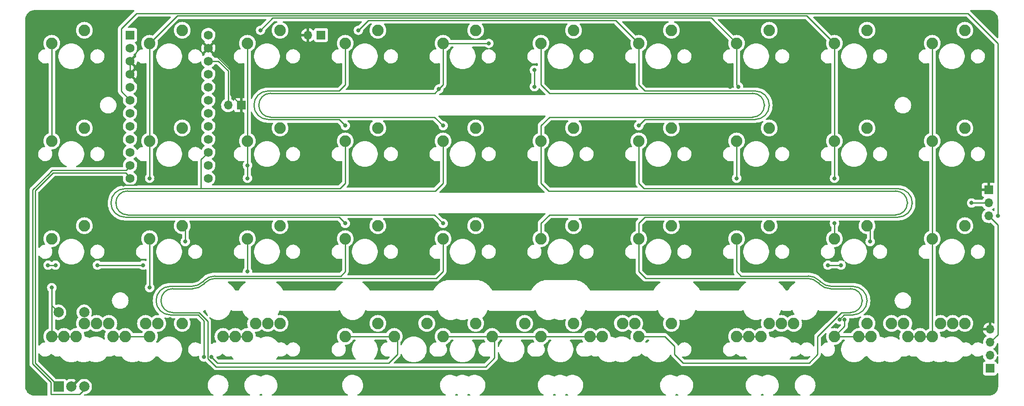
<source format=gbr>
%TF.GenerationSoftware,KiCad,Pcbnew,(6.0.4)*%
%TF.CreationDate,2022-03-28T09:41:54-07:00*%
%TF.ProjectId,Electrolytes,456c6563-7472-46f6-9c79-7465732e6b69,rev?*%
%TF.SameCoordinates,Original*%
%TF.FileFunction,Copper,L1,Top*%
%TF.FilePolarity,Positive*%
%FSLAX46Y46*%
G04 Gerber Fmt 4.6, Leading zero omitted, Abs format (unit mm)*
G04 Created by KiCad (PCBNEW (6.0.4)) date 2022-03-28 09:41:54*
%MOMM*%
%LPD*%
G01*
G04 APERTURE LIST*
%TA.AperFunction,ComponentPad*%
%ADD10O,1.700000X1.700000*%
%TD*%
%TA.AperFunction,ComponentPad*%
%ADD11R,1.700000X1.700000*%
%TD*%
%TA.AperFunction,ComponentPad*%
%ADD12C,2.250000*%
%TD*%
%TA.AperFunction,ComponentPad*%
%ADD13R,1.752600X1.752600*%
%TD*%
%TA.AperFunction,ComponentPad*%
%ADD14C,1.752600*%
%TD*%
%TA.AperFunction,ComponentPad*%
%ADD15R,2.000000X2.000000*%
%TD*%
%TA.AperFunction,ComponentPad*%
%ADD16C,2.000000*%
%TD*%
%TA.AperFunction,ViaPad*%
%ADD17C,0.800000*%
%TD*%
%TA.AperFunction,Conductor*%
%ADD18C,0.250000*%
%TD*%
G04 APERTURE END LIST*
D10*
%TO.P,J3,2,Pin_2*%
%TO.N,GND*%
X83949750Y-31869750D03*
D11*
%TO.P,J3,1,Pin_1*%
%TO.N,Net-(J3-Pad1)*%
X86489750Y-31869750D03*
%TD*%
D12*
%TO.P,MX3-1_0,1,COL*%
%TO.N,col1*%
X53104750Y-90645750D03*
%TO.P,MX3-1_0,2,ROW*%
%TO.N,Net-(D31-Pad2)*%
X59454750Y-88105750D03*
%TD*%
%TO.P,MX7-2_5,1,COL*%
%TO.N,col2*%
X169786000Y-90645750D03*
%TO.P,MX7-2_5,2,ROW*%
%TO.N,Net-(D72-Pad2)*%
X176136000Y-88105750D03*
%TD*%
%TO.P,MX4-3,1,COL*%
%TO.N,col3*%
X148354750Y-33495750D03*
%TO.P,MX4-3,2,ROW*%
%TO.N,Net-(D43-Pad2)*%
X154704750Y-30955750D03*
%TD*%
%TO.P,MX5-1,1,COL*%
%TO.N,col1*%
X186454750Y-52545750D03*
%TO.P,MX5-1,2,ROW*%
%TO.N,Net-(D51-Pad2)*%
X192804750Y-50005750D03*
%TD*%
%TO.P,MX3-0_0,1,COL*%
%TO.N,col0*%
X34054750Y-90645750D03*
%TO.P,MX3-0_0,2,ROW*%
%TO.N,Net-(D30-Pad2)*%
X40404750Y-88105750D03*
%TD*%
%TO.P,MX5-0,1,COL*%
%TO.N,col0*%
X205504750Y-52545750D03*
%TO.P,MX5-0,2,ROW*%
%TO.N,Net-(D50-Pad2)*%
X211854750Y-50005750D03*
%TD*%
%TO.P,MX6-0,1,COL*%
%TO.N,col0*%
X205504750Y-71595750D03*
%TO.P,MX6-0,2,ROW*%
%TO.N,Net-(D60-Pad2)*%
X211854750Y-69055750D03*
%TD*%
%TO.P,MX0-4,1,COL*%
%TO.N,col4*%
X110254750Y-33495750D03*
%TO.P,MX0-4,2,ROW*%
%TO.N,Net-(D4-Pad2)*%
X116604750Y-30955750D03*
%TD*%
%TO.P,MX1-3,1,COL*%
%TO.N,col3*%
X91204750Y-52545750D03*
%TO.P,MX1-3,2,ROW*%
%TO.N,Net-(D13-Pad2)*%
X97554750Y-50005750D03*
%TD*%
D11*
%TO.P,J2,1,Pin_1*%
%TO.N,SDA*%
X216737500Y-96885750D03*
D10*
%TO.P,J2,2,Pin_2*%
%TO.N,SCL*%
X216737500Y-94345750D03*
%TO.P,J2,3,Pin_3*%
%TO.N,VCC*%
X216737500Y-91805750D03*
%TO.P,J2,4,Pin_4*%
%TO.N,GND*%
X216737500Y-89265750D03*
%TD*%
D12*
%TO.P,MX2-4,1,COL*%
%TO.N,col4*%
X110254750Y-71595750D03*
%TO.P,MX2-4,2,ROW*%
%TO.N,Net-(D24-Pad2)*%
X116604750Y-69055750D03*
%TD*%
%TO.P,MX7-0_0,1,COL*%
%TO.N,col0*%
X205504750Y-90645750D03*
%TO.P,MX7-0_0,2,ROW*%
%TO.N,Net-(D70-Pad2)*%
X211854750Y-88105750D03*
%TD*%
%TO.P,MX3-4_4,1,COL*%
%TO.N,col4*%
X119779750Y-90645750D03*
%TO.P,MX3-4_4,2,ROW*%
%TO.N,Net-(D34-Pad2)*%
X126129750Y-88105750D03*
%TD*%
%TO.P,MX7-2_0,1,COL*%
%TO.N,col2*%
X167404750Y-90645750D03*
%TO.P,MX7-2_0,2,ROW*%
%TO.N,Net-(D72-Pad2)*%
X173754750Y-88105750D03*
%TD*%
%TO.P,MX7-2_6,1,COL*%
%TO.N,col2*%
X172167250Y-90645750D03*
%TO.P,MX7-2_6,2,ROW*%
%TO.N,Net-(D72-Pad2)*%
X178517250Y-88105750D03*
%TD*%
%TO.P,MX4-4,1,COL*%
%TO.N,col4*%
X129304750Y-33495750D03*
%TO.P,MX4-4,2,ROW*%
%TO.N,Net-(D44-Pad2)*%
X135654750Y-30955750D03*
%TD*%
%TO.P,MX0-1,1,COL*%
%TO.N,col1*%
X53104750Y-33495750D03*
%TO.P,MX0-1,2,ROW*%
%TO.N,Net-(D1-Pad2)*%
X59454750Y-30955750D03*
%TD*%
%TO.P,MX7-1_6,1,COL*%
%TO.N,col1*%
X193598500Y-90645750D03*
%TO.P,MX7-1_6,2,ROW*%
%TO.N,Net-(D71-Pad2)*%
X199948500Y-88105750D03*
%TD*%
%TO.P,MX7-3_1,1,COL*%
%TO.N,col3*%
X148354750Y-90645750D03*
%TO.P,MX7-3_1,2,ROW*%
%TO.N,Net-(D73-Pad2)*%
X154704750Y-88105750D03*
%TD*%
%TO.P,MX7-4_0,1,COL*%
%TO.N,col4*%
X138829750Y-90645750D03*
%TO.P,MX7-4_0,2,ROW*%
%TO.N,Net-(D74-Pad2)*%
X145179750Y-88105750D03*
%TD*%
%TO.P,MX1-2,1,COL*%
%TO.N,col2*%
X72154750Y-52545750D03*
%TO.P,MX1-2,2,ROW*%
%TO.N,Net-(D12-Pad2)*%
X78504750Y-50005750D03*
%TD*%
%TO.P,MX1-4,1,COL*%
%TO.N,col4*%
X110254750Y-52545750D03*
%TO.P,MX1-4,2,ROW*%
%TO.N,Net-(D14-Pad2)*%
X116604750Y-50005750D03*
%TD*%
%TO.P,MX3-0_4,1,COL*%
%TO.N,col0*%
X36436000Y-90645750D03*
%TO.P,MX3-0_4,2,ROW*%
%TO.N,Net-(D30-Pad2)*%
X42786000Y-88105750D03*
%TD*%
%TO.P,MX3-1_6,1,COL*%
%TO.N,col1*%
X45961000Y-90645750D03*
%TO.P,MX3-1_6,2,ROW*%
%TO.N,Net-(D31-Pad2)*%
X52311000Y-88105750D03*
%TD*%
%TO.P,MX2-3,1,COL*%
%TO.N,col3*%
X91204750Y-71595750D03*
%TO.P,MX2-3,2,ROW*%
%TO.N,Net-(D23-Pad2)*%
X97554750Y-69055750D03*
%TD*%
%TO.P,MX2-1,1,COL*%
%TO.N,col1*%
X53104750Y-71595750D03*
%TO.P,MX2-1,2,ROW*%
%TO.N,Net-(D21-Pad2)*%
X59454750Y-69055750D03*
%TD*%
%TO.P,MX7-0_4,1,COL*%
%TO.N,col0*%
X203123500Y-90645750D03*
%TO.P,MX7-0_4,2,ROW*%
%TO.N,Net-(D70-Pad2)*%
X209473500Y-88105750D03*
%TD*%
%TO.P,MX1-0,1,COL*%
%TO.N,col0*%
X34054750Y-52545750D03*
%TO.P,MX1-0,2,ROW*%
%TO.N,Net-(D10-Pad2)*%
X40404750Y-50005750D03*
%TD*%
D13*
%TO.P,U1,1,TX0/PD3*%
%TO.N,col0*%
X49294750Y-31869750D03*
D14*
%TO.P,U1,2,RX1/PD2*%
%TO.N,col1*%
X49294750Y-34409750D03*
%TO.P,U1,3,GND*%
%TO.N,GND*%
X49294750Y-36949750D03*
%TO.P,U1,4,GND*%
X49294750Y-39489750D03*
%TO.P,U1,5,2/PD1*%
%TO.N,SDA*%
X49294750Y-42029750D03*
%TO.P,U1,6,3/PD0*%
%TO.N,SCL*%
X49294750Y-44569750D03*
%TO.P,U1,7,4/PD4*%
%TO.N,row0*%
X49294750Y-47109750D03*
%TO.P,U1,8,5/PC6*%
%TO.N,row7*%
X49294750Y-49649750D03*
%TO.P,U1,9,6/PD7*%
%TO.N,row3*%
X49294750Y-52189750D03*
%TO.P,U1,10,7/PE6*%
%TO.N,row2*%
X49294750Y-54729750D03*
%TO.P,U1,11,8/PB4*%
%TO.N,rotB*%
X49294750Y-57269750D03*
%TO.P,U1,12,9/PB5*%
%TO.N,rotA*%
X49294750Y-59809750D03*
%TO.P,U1,13,10/PB6*%
%TO.N,row1*%
X64534750Y-59809750D03*
%TO.P,U1,14,16/PB2*%
%TO.N,col2*%
X64534750Y-57269750D03*
%TO.P,U1,15,14/PB3*%
%TO.N,col3*%
X64534750Y-54729750D03*
%TO.P,U1,16,15/PB1*%
%TO.N,col4*%
X64534750Y-52189750D03*
%TO.P,U1,17,A0/PF7*%
%TO.N,row4*%
X64534750Y-49649750D03*
%TO.P,U1,18,A1/PF6*%
%TO.N,row5*%
X64534750Y-47109750D03*
%TO.P,U1,19,A2/PF5*%
%TO.N,RGB*%
X64534750Y-44569750D03*
%TO.P,U1,20,A3/PF4*%
%TO.N,row6*%
X64534750Y-42029750D03*
%TO.P,U1,21,VCC*%
%TO.N,VCC*%
X64534750Y-39489750D03*
%TO.P,U1,22,RST*%
%TO.N,Net-(R1-Pad2)*%
X64534750Y-36949750D03*
%TO.P,U1,23,GND*%
%TO.N,GND*%
X64534750Y-34409750D03*
%TO.P,U1,24,RAW*%
%TO.N,Net-(J3-Pad1)*%
X64534750Y-31869750D03*
%TD*%
D12*
%TO.P,MX5-3,1,COL*%
%TO.N,col3*%
X148354750Y-52545750D03*
%TO.P,MX5-3,2,ROW*%
%TO.N,Net-(D53-Pad2)*%
X154704750Y-50005750D03*
%TD*%
%TO.P,MX7-1_0,1,COL*%
%TO.N,col1*%
X186454750Y-90645750D03*
%TO.P,MX7-1_0,2,ROW*%
%TO.N,Net-(D71-Pad2)*%
X192804750Y-88105750D03*
%TD*%
%TO.P,MX4-1,1,COL*%
%TO.N,col1*%
X186454750Y-33495750D03*
%TO.P,MX4-1,2,ROW*%
%TO.N,Net-(D41-Pad2)*%
X192804750Y-30955750D03*
%TD*%
%TO.P,MX7-0_3,1,COL*%
%TO.N,col0*%
X200742250Y-90645750D03*
%TO.P,MX7-0_3,2,ROW*%
%TO.N,Net-(D70-Pad2)*%
X207092250Y-88105750D03*
%TD*%
D11*
%TO.P,J1,1,Pin_1*%
%TO.N,GND*%
X216483500Y-62085750D03*
D10*
%TO.P,J1,2,Pin_2*%
%TO.N,RGB*%
X216483500Y-64625750D03*
%TO.P,J1,3,Pin_3*%
%TO.N,VCC*%
X216483500Y-67165750D03*
%TD*%
D12*
%TO.P,MX7-4_5,1,COL*%
%TO.N,col4*%
X141211000Y-90645750D03*
%TO.P,MX7-4_5,2,ROW*%
%TO.N,Net-(D74-Pad2)*%
X147561000Y-88105750D03*
%TD*%
%TO.P,MX2-2,1,COL*%
%TO.N,col2*%
X72154750Y-71595750D03*
%TO.P,MX2-2,2,ROW*%
%TO.N,Net-(D22-Pad2)*%
X78504750Y-69055750D03*
%TD*%
%TO.P,MX4-0,1,COL*%
%TO.N,col0*%
X205504750Y-33495750D03*
%TO.P,MX4-0,2,ROW*%
%TO.N,Net-(D40-Pad2)*%
X211854750Y-30955750D03*
%TD*%
%TO.P,MX2-0,1,COL*%
%TO.N,col0*%
X34054750Y-71595750D03*
%TO.P,MX2-0,2,ROW*%
%TO.N,Net-(D20-Pad2)*%
X40404750Y-69055750D03*
%TD*%
%TO.P,MX3-3_1,1,COL*%
%TO.N,col3*%
X91204750Y-90645750D03*
%TO.P,MX3-3_1,2,ROW*%
%TO.N,Net-(D33-Pad2)*%
X97554750Y-88105750D03*
%TD*%
%TO.P,MX5-4,1,COL*%
%TO.N,col4*%
X129304750Y-52545750D03*
%TO.P,MX5-4,2,ROW*%
%TO.N,Net-(D54-Pad2)*%
X135654750Y-50005750D03*
%TD*%
%TO.P,MX3-2_0,1,COL*%
%TO.N,col2*%
X72154750Y-90645750D03*
%TO.P,MX3-2_0,2,ROW*%
%TO.N,Net-(D32-Pad2)*%
X78504750Y-88105750D03*
%TD*%
%TO.P,MX0-2,1,COL*%
%TO.N,col2*%
X72154750Y-33495750D03*
%TO.P,MX0-2,2,ROW*%
%TO.N,Net-(D2-Pad2)*%
X78504750Y-30955750D03*
%TD*%
D11*
%TO.P,R1,1,K*%
%TO.N,GND*%
X70925000Y-45560750D03*
D10*
%TO.P,R1,2,A*%
%TO.N,Net-(R1-Pad2)*%
X68385000Y-45560750D03*
%TD*%
D12*
%TO.P,MX3-2_6,1,COL*%
%TO.N,col2*%
X67392250Y-90645750D03*
%TO.P,MX3-2_6,2,ROW*%
%TO.N,Net-(D32-Pad2)*%
X73742250Y-88105750D03*
%TD*%
%TO.P,MX1-1,1,COL*%
%TO.N,col1*%
X53104750Y-52545750D03*
%TO.P,MX1-1,2,ROW*%
%TO.N,Net-(D11-Pad2)*%
X59454750Y-50005750D03*
%TD*%
%TO.P,MX7-4_8,1,COL*%
%TO.N,col4*%
X129304750Y-90645750D03*
%TO.P,MX7-4_8,2,ROW*%
%TO.N,Net-(D74-Pad2)*%
X135654750Y-88105750D03*
%TD*%
%TO.P,MX3-4_2,1,COL*%
%TO.N,col4*%
X119779750Y-90645750D03*
%TO.P,MX3-4_2,2,ROW*%
%TO.N,Net-(D34-Pad2)*%
X126129750Y-88105750D03*
%TD*%
%TO.P,MX5-2,1,COL*%
%TO.N,col2*%
X167404750Y-52545750D03*
%TO.P,MX5-2,2,ROW*%
%TO.N,Net-(D52-Pad2)*%
X173754750Y-50005750D03*
%TD*%
%TO.P,MX6-3,1,COL*%
%TO.N,col3*%
X148354750Y-71595750D03*
%TO.P,MX6-3,2,ROW*%
%TO.N,Net-(D63-Pad2)*%
X154704750Y-69055750D03*
%TD*%
%TO.P,MX3-2_5,1,COL*%
%TO.N,col2*%
X69773500Y-90645750D03*
%TO.P,MX3-2_5,2,ROW*%
%TO.N,Net-(D32-Pad2)*%
X76123500Y-88105750D03*
%TD*%
%TO.P,MX3-4_8,1,COL*%
%TO.N,col4*%
X110254750Y-90645750D03*
%TO.P,MX3-4_8,2,ROW*%
%TO.N,Net-(D34-Pad2)*%
X116604750Y-88105750D03*
%TD*%
%TO.P,MX3-3_5,1,COL*%
%TO.N,col3*%
X100729750Y-90645750D03*
%TO.P,MX3-3_5,2,ROW*%
%TO.N,Net-(D33-Pad2)*%
X107079750Y-88105750D03*
%TD*%
%TO.P,MX0-0,1,COL*%
%TO.N,col0*%
X34054750Y-33495750D03*
%TO.P,MX0-0,2,ROW*%
%TO.N,Net-(D0-Pad2)*%
X40404750Y-30955750D03*
%TD*%
%TO.P,MX4-2,1,COL*%
%TO.N,col2*%
X167404750Y-33495750D03*
%TO.P,MX4-2,2,ROW*%
%TO.N,Net-(D42-Pad2)*%
X173754750Y-30955750D03*
%TD*%
%TO.P,MX3-4_3,1,COL*%
%TO.N,col4*%
X119779750Y-90645750D03*
%TO.P,MX3-4_3,2,ROW*%
%TO.N,Net-(D34-Pad2)*%
X126129750Y-88105750D03*
%TD*%
%TO.P,MX3-1_5,1,COL*%
%TO.N,col1*%
X48342250Y-90645750D03*
%TO.P,MX3-1_5,2,ROW*%
%TO.N,Net-(D31-Pad2)*%
X54692250Y-88105750D03*
%TD*%
%TO.P,MX3-4_7,1,COL*%
%TO.N,col4*%
X119779750Y-90645750D03*
%TO.P,MX3-4_7,2,ROW*%
%TO.N,Net-(D34-Pad2)*%
X126129750Y-88105750D03*
%TD*%
%TO.P,MX3-3_0,1,COL*%
%TO.N,col3*%
X100729750Y-90645750D03*
%TO.P,MX3-3_0,2,ROW*%
%TO.N,Net-(D33-Pad2)*%
X107079750Y-88105750D03*
%TD*%
%TO.P,MX6-1,1,COL*%
%TO.N,col1*%
X186454750Y-71595750D03*
%TO.P,MX6-1,2,ROW*%
%TO.N,Net-(D61-Pad2)*%
X192804750Y-69055750D03*
%TD*%
%TO.P,MX6-4,1,COL*%
%TO.N,col4*%
X129304750Y-71595750D03*
%TO.P,MX6-4,2,ROW*%
%TO.N,Net-(D64-Pad2)*%
X135654750Y-69055750D03*
%TD*%
D15*
%TO.P,SW1,A,A*%
%TO.N,rotA*%
X35364750Y-100435750D03*
D16*
%TO.P,SW1,B,B*%
%TO.N,rotB*%
X40364750Y-100435750D03*
%TO.P,SW1,C,C*%
%TO.N,GND*%
X37864750Y-100435750D03*
%TO.P,SW1,S1,S1*%
%TO.N,Net-(D30-Pad2)*%
X40364750Y-85935750D03*
%TO.P,SW1,S2,S2*%
%TO.N,col0*%
X35364750Y-85935750D03*
%TD*%
D12*
%TO.P,MX6-2,1,COL*%
%TO.N,col2*%
X167404750Y-71595750D03*
%TO.P,MX6-2,2,ROW*%
%TO.N,Net-(D62-Pad2)*%
X173754750Y-69055750D03*
%TD*%
%TO.P,MX0-3,1,COL*%
%TO.N,col3*%
X91204750Y-33495750D03*
%TO.P,MX0-3,2,ROW*%
%TO.N,Net-(D3-Pad2)*%
X97554750Y-30955750D03*
%TD*%
%TO.P,MX7-1_5,1,COL*%
%TO.N,col1*%
X191217250Y-90645750D03*
%TO.P,MX7-1_5,2,ROW*%
%TO.N,Net-(D71-Pad2)*%
X197567250Y-88105750D03*
%TD*%
%TO.P,MX3-0_3,1,COL*%
%TO.N,col0*%
X38817250Y-90645750D03*
%TO.P,MX3-0_3,2,ROW*%
%TO.N,Net-(D30-Pad2)*%
X45167250Y-88105750D03*
%TD*%
D17*
%TO.N,Net-(D21-Pad2)*%
X60050000Y-72150000D03*
%TO.N,row2*%
X33330250Y-76750000D03*
X51834750Y-76750000D03*
X34779250Y-76750000D03*
X42944750Y-76750000D03*
%TO.N,row4*%
X128034750Y-38700011D03*
X128034750Y-41947091D03*
%TO.N,row6*%
X187724750Y-76750000D03*
X185184750Y-76750000D03*
%TO.N,Net-(D61-Pad2)*%
X193400000Y-72150000D03*
%TO.N,GND*%
X166134750Y-41948545D03*
X54340000Y-59809750D03*
X51830000Y-42029750D03*
X54340000Y-57269750D03*
X166134750Y-37925500D03*
X211634250Y-62085750D03*
X51830000Y-57269750D03*
X48050000Y-61040000D03*
X54340000Y-42029750D03*
X57073499Y-87250000D03*
X51830000Y-59809750D03*
X54340000Y-39490000D03*
%TO.N,RGB*%
X213151460Y-64625750D03*
%TO.N,SCL*%
X218250000Y-67165750D03*
%TO.N,col0*%
X34054750Y-81120750D03*
%TO.N,col1*%
X53104750Y-81120750D03*
X186454750Y-59809750D03*
X53104750Y-59809750D03*
X188439503Y-87381250D03*
X186454750Y-68595750D03*
%TO.N,col2*%
X72154750Y-78000000D03*
X72154750Y-57269750D03*
X72154750Y-59809750D03*
X187440000Y-87381250D03*
X74694750Y-30955750D03*
X167404750Y-59809750D03*
X167778545Y-41948545D03*
%TO.N,col3*%
X91204750Y-68595750D03*
X93744750Y-30955750D03*
X63685500Y-94664956D03*
X65135043Y-94664956D03*
X91204750Y-49545750D03*
X148354750Y-49545750D03*
%TO.N,col4*%
X110254750Y-49545750D03*
X110254750Y-68595750D03*
X119144750Y-33495750D03*
X109425000Y-42405000D03*
%TD*%
D18*
%TO.N,Net-(D21-Pad2)*%
X60050000Y-69651000D02*
X59454750Y-69055750D01*
X60050000Y-72150000D02*
X60050000Y-69651000D01*
%TO.N,row2*%
X34779250Y-76750000D02*
X33330250Y-76750000D01*
X42944750Y-76750000D02*
X51834750Y-76750000D01*
%TO.N,row4*%
X128034750Y-38700011D02*
X128034750Y-41947091D01*
%TO.N,row6*%
X185184750Y-76750000D02*
X187724750Y-76750000D01*
%TO.N,Net-(D61-Pad2)*%
X193400000Y-72150000D02*
X193400000Y-69651000D01*
X193400000Y-69651000D02*
X192804750Y-69055750D01*
%TO.N,GND*%
X51830000Y-57269750D02*
X51830000Y-59809750D01*
X70925000Y-45560750D02*
X68834520Y-43470270D01*
X213634250Y-62085750D02*
X211634250Y-62085750D01*
X50190000Y-61080000D02*
X48090000Y-61080000D01*
X50190000Y-61080000D02*
X50559750Y-61080000D01*
X48710000Y-61080000D02*
X50190000Y-61080000D01*
X50559750Y-61080000D02*
X51109875Y-60529875D01*
X48710000Y-61080000D02*
X48500000Y-61080000D01*
X48090000Y-61080000D02*
X48050000Y-61040000D01*
X51109875Y-60529875D02*
X51830000Y-59809750D01*
X49294750Y-39489750D02*
X49294750Y-36949750D01*
X68834520Y-38699052D02*
X64545218Y-34409750D01*
X166134750Y-37925500D02*
X166134750Y-41948545D01*
X50779875Y-60859875D02*
X51109875Y-60529875D01*
X213634250Y-62085750D02*
X216483500Y-62085750D01*
X68834520Y-43470270D02*
X68834520Y-38699052D01*
X50779875Y-60859875D02*
X50559750Y-61080000D01*
X64545218Y-34409750D02*
X64534750Y-34409750D01*
X48200000Y-61080000D02*
X48030000Y-61080000D01*
X54340000Y-39490000D02*
X54340000Y-42029750D01*
X54340000Y-57269750D02*
X54340000Y-59809750D01*
%TO.N,RGB*%
X213151460Y-64625750D02*
X216483500Y-64625750D01*
%TO.N,VCC*%
X218250000Y-87500000D02*
X218250000Y-90293250D01*
X218250000Y-87500000D02*
X218250000Y-68932250D01*
X218250000Y-68932250D02*
X216483500Y-67165750D01*
X218250000Y-90293250D02*
X216737500Y-91805750D01*
%TO.N,SCL*%
X47580000Y-42855000D02*
X47580000Y-30650000D01*
X47580000Y-30650000D02*
X50578560Y-27651440D01*
X49294750Y-44569750D02*
X47580000Y-42855000D01*
X50578560Y-27651440D02*
X212405690Y-27651440D01*
X218250000Y-33495750D02*
X218250000Y-67165750D01*
X212405690Y-27651440D02*
X218250000Y-33495750D01*
%TO.N,col0*%
X34054750Y-90645750D02*
X38817250Y-90645750D01*
X205504750Y-71595750D02*
X205504750Y-90645750D01*
X34054750Y-52545750D02*
X34054750Y-33495750D01*
X34054750Y-84420250D02*
X34054750Y-84625750D01*
X34054750Y-84420250D02*
X34054750Y-81120750D01*
X34054750Y-84625750D02*
X35364750Y-85935750D01*
X205504750Y-90645750D02*
X200742250Y-90645750D01*
X34054750Y-84420250D02*
X34054750Y-90645750D01*
X205504750Y-71595750D02*
X205504750Y-33495750D01*
%TO.N,col1*%
X186454750Y-52545750D02*
X186454750Y-59809750D01*
X53104750Y-33495750D02*
X58499540Y-28100960D01*
X186454750Y-50045750D02*
X186454750Y-52545750D01*
X53104750Y-52545750D02*
X53104750Y-59809750D01*
X186454750Y-71595750D02*
X186454750Y-68595750D01*
X186454750Y-90645750D02*
X188439503Y-88660997D01*
X45961000Y-90645750D02*
X53104750Y-90645750D01*
X186454750Y-90645750D02*
X193598500Y-90645750D01*
X188439503Y-88660997D02*
X188439503Y-87381250D01*
X53104750Y-33495750D02*
X53104750Y-52545750D01*
X181059960Y-28100960D02*
X186454750Y-33495750D01*
X58499540Y-28100960D02*
X181059960Y-28100960D01*
X186454750Y-33495750D02*
X186454750Y-50045750D01*
X53104750Y-81295250D02*
X53104750Y-71595750D01*
%TO.N,col2*%
X190060000Y-86439520D02*
X188340480Y-86439520D01*
X72154750Y-33495750D02*
X72154750Y-57249000D01*
X168275230Y-78870480D02*
X181373557Y-78870480D01*
X185868839Y-80880480D02*
X190060000Y-80880480D01*
X72154750Y-90645750D02*
X67392250Y-90645750D01*
X167404750Y-78000000D02*
X168275230Y-78870480D01*
X167404750Y-41574750D02*
X167778545Y-41948545D01*
X188340480Y-86439520D02*
X187440000Y-87340000D01*
X72154750Y-57269750D02*
X72154750Y-59809750D01*
X167404750Y-71595750D02*
X167404750Y-78000000D01*
X167404750Y-52545750D02*
X167404750Y-59809750D01*
X162459480Y-28550480D02*
X77100020Y-28550480D01*
X183494877Y-79749159D02*
X183747518Y-80001800D01*
X167404750Y-33495750D02*
X162459480Y-28550480D01*
X167404750Y-33495750D02*
X167404750Y-41574750D01*
X192810000Y-83630480D02*
X192810000Y-83689520D01*
X187440000Y-87340000D02*
X187440000Y-87381250D01*
X77100020Y-28550480D02*
X74694750Y-30955750D01*
X72154750Y-71595750D02*
X72154750Y-78000000D01*
X167404750Y-90645750D02*
X172167250Y-90645750D01*
X185868839Y-80880458D02*
G75*
G02*
X183747518Y-80001800I-39J2999958D01*
G01*
X192810020Y-83689520D02*
G75*
G02*
X190060000Y-86439520I-2750020J20D01*
G01*
X183494902Y-79749134D02*
G75*
G03*
X181373557Y-78870480I-2121302J-2121366D01*
G01*
X190060000Y-80880500D02*
G75*
G02*
X192810000Y-83630480I0J-2750000D01*
G01*
%TO.N,col3*%
X148354750Y-68595750D02*
X148354750Y-71595750D01*
X64534750Y-54729750D02*
X63130000Y-56134500D01*
X91204750Y-49545750D02*
X89998520Y-48339520D01*
X63685500Y-94664956D02*
X63685500Y-87575500D01*
X101340000Y-91256000D02*
X101340000Y-94150000D01*
X100729750Y-90645750D02*
X101340000Y-91256000D01*
X65806443Y-78870480D02*
X90334270Y-78870480D01*
X149400980Y-61830480D02*
X198850000Y-61830480D01*
X63120480Y-61830480D02*
X48330000Y-61830480D01*
X90158520Y-61830480D02*
X63120480Y-61830480D01*
X153445750Y-90645750D02*
X155300000Y-92500000D01*
X63130000Y-56134500D02*
X63130000Y-61820960D01*
X148354750Y-90645750D02*
X153445750Y-90645750D01*
X155300000Y-92500000D02*
X155300000Y-94150000D01*
X63432481Y-80001801D02*
X63685122Y-79749160D01*
X66270087Y-95800000D02*
X99190000Y-95800000D01*
X90334270Y-78870480D02*
X91204750Y-78000000D01*
X143859000Y-29000000D02*
X148354750Y-33495750D01*
X62549520Y-86439520D02*
X57120000Y-86439520D01*
X185682641Y-81330000D02*
X189600000Y-81330000D01*
X91204750Y-52545750D02*
X91204750Y-60784250D01*
X189600000Y-85990000D02*
X187805750Y-85990000D01*
X48330000Y-67389520D02*
X89998520Y-67389520D01*
X63685500Y-87575500D02*
X62549520Y-86439520D01*
X54370000Y-83689520D02*
X54370000Y-83630480D01*
X148354750Y-78000000D02*
X149674750Y-79320000D01*
X181500000Y-95800000D02*
X158160000Y-95800000D01*
X57120000Y-80880480D02*
X61311161Y-80880480D01*
X183308679Y-80198679D02*
X183561320Y-80451320D01*
X198850000Y-67389520D02*
X149560980Y-67389520D01*
X100729750Y-90645750D02*
X91204750Y-90645750D01*
X148354750Y-52545750D02*
X148354750Y-60784250D01*
X73420000Y-45589520D02*
X73420000Y-45530480D01*
X149560980Y-48339520D02*
X148354750Y-49545750D01*
X95700500Y-29000000D02*
X143859000Y-29000000D01*
X89997520Y-42780480D02*
X91204750Y-41573250D01*
X91204750Y-41573250D02*
X91204750Y-33495750D01*
X91204750Y-78000000D02*
X91204750Y-71595750D01*
X158160000Y-95800000D02*
X156950000Y-95800000D01*
X149560980Y-67389520D02*
X148354750Y-68595750D01*
X148354750Y-41573250D02*
X149561980Y-42780480D01*
X148354750Y-60784250D02*
X149400980Y-61830480D01*
X183150000Y-94150000D02*
X181500000Y-95800000D01*
X171010000Y-48339520D02*
X149560980Y-48339520D01*
X95700500Y-29000000D02*
X93744750Y-30955750D01*
X148354750Y-71595750D02*
X148354750Y-78000000D01*
X173760000Y-45530480D02*
X173760000Y-45589520D01*
X91204750Y-60784250D02*
X90158520Y-61830480D01*
X45580000Y-64580480D02*
X45580000Y-64639520D01*
X149561980Y-42780480D02*
X171010000Y-42780480D01*
X66270087Y-95800000D02*
X65135043Y-94664956D01*
X187805750Y-85990000D02*
X183150000Y-90645750D01*
X76170000Y-42780480D02*
X89997520Y-42780480D01*
X148354750Y-33495750D02*
X148354750Y-41573250D01*
X156950000Y-95800000D02*
X155300000Y-94150000D01*
X89998520Y-48339520D02*
X76170000Y-48339520D01*
X201600000Y-64580480D02*
X201600000Y-64639520D01*
X101340000Y-94150000D02*
X99690000Y-95800000D01*
X89998520Y-67389520D02*
X91204750Y-68595750D01*
X63130000Y-61820960D02*
X63120480Y-61830480D01*
X149674750Y-79320000D02*
X181187359Y-79320000D01*
X99690000Y-95800000D02*
X99190000Y-95800000D01*
X191850000Y-83580000D02*
X191850000Y-83740000D01*
X183150000Y-90645750D02*
X183150000Y-94150000D01*
X57120000Y-80880500D02*
G75*
G03*
X54370000Y-83630480I0J-2750000D01*
G01*
X45579980Y-64580480D02*
G75*
G02*
X48330000Y-61830480I2750020J-20D01*
G01*
X198850000Y-61830500D02*
G75*
G02*
X201600000Y-64580480I0J-2750000D01*
G01*
X63432496Y-80001816D02*
G75*
G02*
X61311161Y-80880480I-2121296J2121316D01*
G01*
X198850000Y-67389500D02*
G75*
G03*
X201600000Y-64639520I0J2750000D01*
G01*
X73419980Y-45530480D02*
G75*
G02*
X76170000Y-42780480I2750020J-20D01*
G01*
X54369980Y-83689520D02*
G75*
G03*
X57120000Y-86439520I2750020J20D01*
G01*
X73419980Y-45589520D02*
G75*
G03*
X76170000Y-48339520I2750020J20D01*
G01*
X171010000Y-42780500D02*
G75*
G02*
X173760000Y-45530480I0J-2750000D01*
G01*
X189600000Y-85990000D02*
G75*
G03*
X191850000Y-83740000I0J2250000D01*
G01*
X185682641Y-81329971D02*
G75*
G02*
X183561320Y-80451320I-41J2999971D01*
G01*
X173760020Y-45589520D02*
G75*
G02*
X171010000Y-48339520I-2750020J20D01*
G01*
X189600000Y-81330000D02*
G75*
G02*
X191850000Y-83580000I0J-2250000D01*
G01*
X183308699Y-80198659D02*
G75*
G03*
X181187359Y-79320000I-2121299J-2121341D01*
G01*
X65806443Y-78870517D02*
G75*
G03*
X63685123Y-79749161I-43J-2999983D01*
G01*
X48330000Y-67389500D02*
G75*
G02*
X45580000Y-64639520I0J2750000D01*
G01*
%TO.N,col4*%
X108759000Y-62280000D02*
X110254750Y-60784250D01*
X65992641Y-79320000D02*
X108934750Y-79320000D01*
X46543423Y-64690000D02*
X46543423Y-64530000D01*
X110254750Y-90645750D02*
X119779750Y-90645750D01*
X64410000Y-94964511D02*
X64410000Y-87663500D01*
X129304750Y-49545750D02*
X129304750Y-52545750D01*
X133740000Y-47890000D02*
X170550000Y-47890000D01*
X120280000Y-94804261D02*
X118509750Y-96574511D01*
X198390000Y-62280000D02*
X130800500Y-62280000D01*
X130961500Y-43230000D02*
X129304750Y-41573250D01*
X76630000Y-47890000D02*
X108599000Y-47890000D01*
X55330000Y-83740000D02*
X55330000Y-83580000D01*
X108599000Y-66940000D02*
X110254750Y-68595750D01*
X110254750Y-78000000D02*
X110254750Y-71595750D01*
X130960500Y-66940000D02*
X198390000Y-66940000D01*
X118509750Y-96574511D02*
X66020000Y-96574511D01*
X172800000Y-45640000D02*
X172800000Y-45480000D01*
X129304750Y-60784250D02*
X129304750Y-52545750D01*
X63618679Y-80451321D02*
X63871320Y-80198680D01*
X133740000Y-47890000D02*
X130960500Y-47890000D01*
X110254750Y-41573250D02*
X110254750Y-33495750D01*
X57580000Y-81330000D02*
X61497359Y-81330000D01*
X48793423Y-66940000D02*
X108599000Y-66940000D01*
X170550000Y-43230000D02*
X130961500Y-43230000D01*
X48793423Y-62280000D02*
X108759000Y-62280000D01*
X119779750Y-90645750D02*
X120280000Y-91146000D01*
X129304750Y-41573250D02*
X129304750Y-33495750D01*
X62736500Y-85990000D02*
X57580000Y-85990000D01*
X108600000Y-43230000D02*
X109425000Y-42405000D01*
X119779750Y-90645750D02*
X141211000Y-90645750D01*
X130960500Y-47890000D02*
X129304750Y-49545750D01*
X108599000Y-43230000D02*
X76630000Y-43230000D01*
X141211000Y-90645750D02*
X138829750Y-90645750D01*
X120280000Y-91146000D02*
X120280000Y-94804261D01*
X64410000Y-87663500D02*
X62736500Y-85990000D01*
X129304750Y-71595750D02*
X129304750Y-68595750D01*
X108934750Y-79320000D02*
X110254750Y-78000000D01*
X110254750Y-33495750D02*
X119094250Y-33495750D01*
X200640000Y-64690000D02*
X200640000Y-64530000D01*
X66020000Y-96574511D02*
X64410000Y-94964511D01*
X108599000Y-47890000D02*
X110254750Y-49545750D01*
X110255750Y-41574250D02*
X109425000Y-42405000D01*
X110254750Y-60784250D02*
X110254750Y-52545750D01*
X130800500Y-62280000D02*
X129304750Y-60784250D01*
X129304750Y-68595750D02*
X130960500Y-66940000D01*
X74380000Y-45480000D02*
X74380000Y-45640000D01*
X63618699Y-80451341D02*
G75*
G02*
X61497359Y-81330000I-2121299J2121341D01*
G01*
X172800000Y-45640000D02*
G75*
G02*
X170550000Y-47890000I-2250000J0D01*
G01*
X76630000Y-43230000D02*
G75*
G03*
X74380000Y-45480000I0J-2250000D01*
G01*
X172800000Y-45480000D02*
G75*
G03*
X170550000Y-43230000I-2250000J0D01*
G01*
X55330000Y-83740000D02*
G75*
G03*
X57580000Y-85990000I2250000J0D01*
G01*
X46543400Y-64530000D02*
G75*
G02*
X48793423Y-62280000I2250000J0D01*
G01*
X65992641Y-79320029D02*
G75*
G03*
X63871320Y-80198680I-41J-2999971D01*
G01*
X57580000Y-81330000D02*
G75*
G03*
X55330000Y-83580000I0J-2250000D01*
G01*
X76630000Y-47890000D02*
G75*
G02*
X74380000Y-45640000I0J2250000D01*
G01*
X200640000Y-64690000D02*
G75*
G02*
X198390000Y-66940000I-2250000J0D01*
G01*
X46543400Y-64690000D02*
G75*
G03*
X48793423Y-66940000I2250000J0D01*
G01*
X200640000Y-64530000D02*
G75*
G03*
X198390000Y-62280000I-2250000J0D01*
G01*
%TO.N,Net-(R1-Pad2)*%
X68385000Y-38885250D02*
X68385000Y-45560750D01*
X66449500Y-36949750D02*
X68385000Y-38885250D01*
X64534750Y-36949750D02*
X66449500Y-36949750D01*
%TO.N,rotA*%
X30800000Y-62256948D02*
X30800000Y-95800000D01*
X30800000Y-95800000D02*
X35364750Y-100435750D01*
X49294750Y-59609750D02*
X48409520Y-58724520D01*
X48409520Y-58724520D02*
X34332428Y-58724520D01*
X34332428Y-58724520D02*
X30800000Y-62256948D01*
%TO.N,rotB*%
X40364750Y-101035250D02*
X39500000Y-101900000D01*
X30350480Y-96032301D02*
X30350480Y-62070750D01*
X33810615Y-58610615D02*
X34146230Y-58275000D01*
X33850000Y-99538120D02*
X33445020Y-99126841D01*
X39500000Y-101900000D02*
X33850000Y-101900000D01*
X33850000Y-101900000D02*
X33850000Y-99538120D01*
X30350480Y-62070750D02*
X33523115Y-58898115D01*
X34146230Y-58275000D02*
X33523115Y-58898115D01*
X33523115Y-58898115D02*
X33810615Y-58610615D01*
X47925000Y-58275000D02*
X34146230Y-58275000D01*
X40364750Y-100435750D02*
X40364750Y-101035250D01*
X49294750Y-57469750D02*
X48489500Y-58275000D01*
X33445020Y-99126841D02*
X30350480Y-96032301D01*
X48489500Y-58275000D02*
X47925000Y-58275000D01*
%TD*%
%TA.AperFunction,Conductor*%
%TO.N,GND*%
G36*
X56137842Y-86929209D02*
G01*
X56415565Y-87003624D01*
X56580589Y-87029761D01*
X56762594Y-87058588D01*
X56762602Y-87058589D01*
X56765842Y-87059102D01*
X57002046Y-87071481D01*
X57094679Y-87076336D01*
X57098430Y-87076700D01*
X57098435Y-87076639D01*
X57102557Y-87076952D01*
X57106636Y-87077533D01*
X57113476Y-87077605D01*
X57115880Y-87077630D01*
X57115882Y-87077630D01*
X57120000Y-87077673D01*
X57124090Y-87077178D01*
X57124091Y-87077178D01*
X57131747Y-87076251D01*
X57150907Y-87073933D01*
X57166042Y-87073020D01*
X57946804Y-87073020D01*
X58014925Y-87093022D01*
X58061418Y-87146678D01*
X58071522Y-87216952D01*
X58054236Y-87264855D01*
X57997381Y-87357633D01*
X57997376Y-87357643D01*
X57994790Y-87361863D01*
X57992897Y-87366433D01*
X57992895Y-87366437D01*
X57898291Y-87594832D01*
X57896395Y-87599410D01*
X57883871Y-87651575D01*
X57839138Y-87837904D01*
X57836372Y-87849424D01*
X57816199Y-88105750D01*
X57836372Y-88362076D01*
X57837526Y-88366883D01*
X57837527Y-88366889D01*
X57845139Y-88398593D01*
X57896395Y-88612090D01*
X57898288Y-88616661D01*
X57898289Y-88616663D01*
X57990443Y-88839142D01*
X57994790Y-88849637D01*
X58129134Y-89068866D01*
X58296119Y-89264381D01*
X58491634Y-89431366D01*
X58710863Y-89565710D01*
X58715433Y-89567603D01*
X58715437Y-89567605D01*
X58943837Y-89662211D01*
X58948410Y-89664105D01*
X59006391Y-89678025D01*
X59193611Y-89722973D01*
X59193617Y-89722974D01*
X59198424Y-89724128D01*
X59454750Y-89744301D01*
X59711076Y-89724128D01*
X59715883Y-89722974D01*
X59715889Y-89722973D01*
X59903109Y-89678025D01*
X59961090Y-89664105D01*
X59965663Y-89662211D01*
X60194063Y-89567605D01*
X60194067Y-89567603D01*
X60198637Y-89565710D01*
X60417866Y-89431366D01*
X60613381Y-89264381D01*
X60780366Y-89068866D01*
X60914710Y-88849637D01*
X60919058Y-88839142D01*
X61011211Y-88616663D01*
X61011212Y-88616661D01*
X61013105Y-88612090D01*
X61064361Y-88398593D01*
X61071973Y-88366889D01*
X61071974Y-88366883D01*
X61073128Y-88362076D01*
X61093301Y-88105750D01*
X61073128Y-87849424D01*
X61070363Y-87837904D01*
X61025629Y-87651575D01*
X61013105Y-87599410D01*
X61011209Y-87594832D01*
X60916605Y-87366437D01*
X60916603Y-87366433D01*
X60914710Y-87361863D01*
X60912124Y-87357643D01*
X60912119Y-87357633D01*
X60855264Y-87264855D01*
X60836725Y-87196322D01*
X60858181Y-87128645D01*
X60912820Y-87083312D01*
X60962696Y-87073020D01*
X62234926Y-87073020D01*
X62303047Y-87093022D01*
X62324021Y-87109925D01*
X63015095Y-87800999D01*
X63049121Y-87863311D01*
X63052000Y-87890094D01*
X63052000Y-91997232D01*
X63031998Y-92065353D01*
X62978342Y-92111846D01*
X62908068Y-92121950D01*
X62846109Y-92094666D01*
X62801196Y-92057840D01*
X62781206Y-92041449D01*
X62776568Y-92038809D01*
X62776567Y-92038808D01*
X62581803Y-91927942D01*
X62577160Y-91925299D01*
X62356461Y-91845189D01*
X62351212Y-91844240D01*
X62351209Y-91844239D01*
X62258982Y-91827562D01*
X62125420Y-91803410D01*
X62121281Y-91803215D01*
X62121274Y-91803214D01*
X62102310Y-91802320D01*
X62102301Y-91802320D01*
X62100821Y-91802250D01*
X61935800Y-91802250D01*
X61854451Y-91809153D01*
X61766113Y-91816648D01*
X61766109Y-91816649D01*
X61760802Y-91817099D01*
X61755647Y-91818437D01*
X61755641Y-91818438D01*
X61577927Y-91864564D01*
X61533544Y-91876083D01*
X61528678Y-91878275D01*
X61528675Y-91878276D01*
X61324333Y-91970326D01*
X61324330Y-91970327D01*
X61319472Y-91972516D01*
X61124709Y-92103638D01*
X61120852Y-92107317D01*
X61120850Y-92107319D01*
X61069164Y-92156625D01*
X60954823Y-92265701D01*
X60951642Y-92269977D01*
X60951640Y-92269979D01*
X60906826Y-92330211D01*
X60814672Y-92454071D01*
X60812256Y-92458822D01*
X60812254Y-92458826D01*
X60710681Y-92658606D01*
X60708263Y-92663362D01*
X60638639Y-92887590D01*
X60637938Y-92892879D01*
X60620842Y-93021866D01*
X60607789Y-93120343D01*
X60616598Y-93354966D01*
X60617693Y-93360184D01*
X60649973Y-93514027D01*
X60664812Y-93584751D01*
X60751052Y-93803127D01*
X60753821Y-93807690D01*
X60802309Y-93887595D01*
X60872854Y-94003850D01*
X61026735Y-94181182D01*
X61030867Y-94184570D01*
X61204166Y-94326667D01*
X61204172Y-94326671D01*
X61208294Y-94330051D01*
X61212930Y-94332690D01*
X61212933Y-94332692D01*
X61349477Y-94410417D01*
X61412340Y-94446201D01*
X61633039Y-94526311D01*
X61638288Y-94527260D01*
X61638291Y-94527261D01*
X61716272Y-94541362D01*
X61864080Y-94568090D01*
X61868219Y-94568285D01*
X61868226Y-94568286D01*
X61887190Y-94569180D01*
X61887199Y-94569180D01*
X61888679Y-94569250D01*
X62053700Y-94569250D01*
X62140486Y-94561886D01*
X62223387Y-94554852D01*
X62223391Y-94554851D01*
X62228698Y-94554401D01*
X62233853Y-94553063D01*
X62233859Y-94553062D01*
X62445264Y-94498192D01*
X62455956Y-94495417D01*
X62606419Y-94427638D01*
X62676744Y-94417897D01*
X62741172Y-94447722D01*
X62779247Y-94507645D01*
X62783480Y-94555690D01*
X62779848Y-94590245D01*
X62771996Y-94664956D01*
X62772686Y-94671521D01*
X62790668Y-94842607D01*
X62791958Y-94854884D01*
X62850973Y-95036512D01*
X62854276Y-95042234D01*
X62854277Y-95042235D01*
X62874968Y-95078073D01*
X62946460Y-95201900D01*
X62950878Y-95206807D01*
X62950879Y-95206808D01*
X63059044Y-95326937D01*
X63074247Y-95343822D01*
X63228748Y-95456074D01*
X63234776Y-95458758D01*
X63234778Y-95458759D01*
X63392597Y-95529024D01*
X63403212Y-95533750D01*
X63496613Y-95553603D01*
X63583556Y-95572084D01*
X63583561Y-95572084D01*
X63590013Y-95573456D01*
X63780987Y-95573456D01*
X63787439Y-95572084D01*
X63787444Y-95572084D01*
X63935044Y-95540710D01*
X63967788Y-95533750D01*
X63973824Y-95531063D01*
X63980098Y-95529024D01*
X63980978Y-95531732D01*
X64038926Y-95523930D01*
X64103240Y-95554001D01*
X64108971Y-95559386D01*
X64815056Y-96265472D01*
X65516348Y-96966764D01*
X65523888Y-96975050D01*
X65528000Y-96981529D01*
X65533777Y-96986954D01*
X65577651Y-97028154D01*
X65580493Y-97030909D01*
X65600230Y-97050646D01*
X65603427Y-97053126D01*
X65612447Y-97060829D01*
X65644679Y-97091097D01*
X65651625Y-97094916D01*
X65651628Y-97094918D01*
X65662434Y-97100859D01*
X65678953Y-97111710D01*
X65694959Y-97124125D01*
X65702228Y-97127270D01*
X65702232Y-97127273D01*
X65735537Y-97141685D01*
X65746187Y-97146902D01*
X65784940Y-97168206D01*
X65792615Y-97170177D01*
X65792616Y-97170177D01*
X65804562Y-97173244D01*
X65823267Y-97179648D01*
X65841855Y-97187692D01*
X65849678Y-97188931D01*
X65849688Y-97188934D01*
X65885524Y-97194610D01*
X65897144Y-97197016D01*
X65928959Y-97205184D01*
X65939970Y-97208011D01*
X65960224Y-97208011D01*
X65979934Y-97209562D01*
X65999943Y-97212731D01*
X66007835Y-97211985D01*
X66026580Y-97210213D01*
X66043962Y-97208570D01*
X66055819Y-97208011D01*
X118430983Y-97208011D01*
X118442166Y-97208538D01*
X118449659Y-97210213D01*
X118457585Y-97209964D01*
X118457586Y-97209964D01*
X118517736Y-97208073D01*
X118521695Y-97208011D01*
X118549606Y-97208011D01*
X118553541Y-97207514D01*
X118553606Y-97207506D01*
X118565443Y-97206573D01*
X118597701Y-97205559D01*
X118601720Y-97205433D01*
X118609639Y-97205184D01*
X118629093Y-97199532D01*
X118648450Y-97195524D01*
X118660680Y-97193979D01*
X118660681Y-97193979D01*
X118668547Y-97192985D01*
X118675918Y-97190066D01*
X118675920Y-97190066D01*
X118709662Y-97176707D01*
X118720892Y-97172862D01*
X118755733Y-97162740D01*
X118755734Y-97162740D01*
X118763343Y-97160529D01*
X118770162Y-97156496D01*
X118770167Y-97156494D01*
X118780778Y-97150218D01*
X118798526Y-97141523D01*
X118817367Y-97134063D01*
X118853137Y-97108075D01*
X118863057Y-97101559D01*
X118894285Y-97083091D01*
X118894288Y-97083089D01*
X118901112Y-97079053D01*
X118915433Y-97064732D01*
X118930467Y-97051891D01*
X118940444Y-97044642D01*
X118946857Y-97039983D01*
X118975048Y-97005906D01*
X118983038Y-96997127D01*
X120672247Y-95307918D01*
X120680537Y-95300374D01*
X120687018Y-95296261D01*
X120733659Y-95246593D01*
X120736413Y-95243752D01*
X120756135Y-95224030D01*
X120758612Y-95220837D01*
X120766317Y-95211816D01*
X120771020Y-95206808D01*
X120796586Y-95179582D01*
X120803778Y-95166500D01*
X120806346Y-95161829D01*
X120817202Y-95145302D01*
X120824757Y-95135563D01*
X120824758Y-95135561D01*
X120829614Y-95129301D01*
X120847174Y-95088721D01*
X120852391Y-95078073D01*
X120869875Y-95046270D01*
X120869876Y-95046268D01*
X120873695Y-95039321D01*
X120878733Y-95019698D01*
X120885137Y-95000995D01*
X120890033Y-94989681D01*
X120890033Y-94989680D01*
X120893181Y-94982406D01*
X120894420Y-94974583D01*
X120894423Y-94974573D01*
X120900099Y-94938737D01*
X120902505Y-94927117D01*
X120911528Y-94891972D01*
X120911528Y-94891971D01*
X120913500Y-94884291D01*
X120913500Y-94864037D01*
X120915051Y-94844326D01*
X120916980Y-94832147D01*
X120918220Y-94824318D01*
X120914059Y-94780299D01*
X120913500Y-94768442D01*
X120913500Y-93822172D01*
X120933502Y-93754051D01*
X120987158Y-93707558D01*
X121057432Y-93697454D01*
X121122012Y-93726948D01*
X121161542Y-93790837D01*
X121205120Y-93960563D01*
X121321034Y-94253327D01*
X121322936Y-94256786D01*
X121322937Y-94256789D01*
X121466744Y-94518372D01*
X121472726Y-94529254D01*
X121544970Y-94628689D01*
X121650928Y-94774528D01*
X121657805Y-94783994D01*
X121873352Y-95013528D01*
X122115968Y-95214237D01*
X122381826Y-95382956D01*
X122385405Y-95384640D01*
X122385412Y-95384644D01*
X122663144Y-95515334D01*
X122663148Y-95515336D01*
X122666734Y-95517023D01*
X122670506Y-95518249D01*
X122670507Y-95518249D01*
X122718214Y-95533750D01*
X122966198Y-95614325D01*
X123275496Y-95673327D01*
X123369050Y-95679213D01*
X123509108Y-95688025D01*
X123509124Y-95688026D01*
X123511103Y-95688150D01*
X123668397Y-95688150D01*
X123670376Y-95688026D01*
X123670392Y-95688025D01*
X123810450Y-95679213D01*
X123904004Y-95673327D01*
X124213302Y-95614325D01*
X124461286Y-95533750D01*
X124508993Y-95518249D01*
X124508994Y-95518249D01*
X124512766Y-95517023D01*
X124516352Y-95515336D01*
X124516356Y-95515334D01*
X124794088Y-95384644D01*
X124794095Y-95384640D01*
X124797674Y-95382956D01*
X125063532Y-95214237D01*
X125306148Y-95013528D01*
X125521695Y-94783994D01*
X125528573Y-94774528D01*
X125634530Y-94628689D01*
X125706774Y-94529254D01*
X125712757Y-94518372D01*
X125856563Y-94256789D01*
X125856564Y-94256786D01*
X125858466Y-94253327D01*
X125974380Y-93960563D01*
X126052686Y-93655580D01*
X126092150Y-93343188D01*
X126092150Y-93028312D01*
X126052686Y-92715920D01*
X125974380Y-92410937D01*
X125858466Y-92118173D01*
X125852499Y-92107319D01*
X125708683Y-91845718D01*
X125708681Y-91845715D01*
X125706774Y-91842246D01*
X125521695Y-91587506D01*
X125431542Y-91491503D01*
X125399491Y-91428153D01*
X125406778Y-91357531D01*
X125451089Y-91302060D01*
X125523392Y-91279250D01*
X127714876Y-91279250D01*
X127782997Y-91299252D01*
X127831285Y-91357033D01*
X127842893Y-91385059D01*
X127842895Y-91385063D01*
X127844790Y-91389637D01*
X127979134Y-91608866D01*
X127980669Y-91610664D01*
X128004291Y-91676848D01*
X127988217Y-91746001D01*
X127937308Y-91795486D01*
X127889151Y-91809602D01*
X127806113Y-91816648D01*
X127806109Y-91816649D01*
X127800802Y-91817099D01*
X127795647Y-91818437D01*
X127795641Y-91818438D01*
X127617927Y-91864564D01*
X127573544Y-91876083D01*
X127568678Y-91878275D01*
X127568675Y-91878276D01*
X127364333Y-91970326D01*
X127364330Y-91970327D01*
X127359472Y-91972516D01*
X127164709Y-92103638D01*
X127160852Y-92107317D01*
X127160850Y-92107319D01*
X127109164Y-92156625D01*
X126994823Y-92265701D01*
X126991642Y-92269977D01*
X126991640Y-92269979D01*
X126946826Y-92330211D01*
X126854672Y-92454071D01*
X126852256Y-92458822D01*
X126852254Y-92458826D01*
X126750681Y-92658606D01*
X126748263Y-92663362D01*
X126678639Y-92887590D01*
X126677938Y-92892879D01*
X126660842Y-93021866D01*
X126647789Y-93120343D01*
X126656598Y-93354966D01*
X126657693Y-93360184D01*
X126689973Y-93514027D01*
X126704812Y-93584751D01*
X126791052Y-93803127D01*
X126793821Y-93807690D01*
X126842309Y-93887595D01*
X126912854Y-94003850D01*
X127066735Y-94181182D01*
X127070867Y-94184570D01*
X127244166Y-94326667D01*
X127244172Y-94326671D01*
X127248294Y-94330051D01*
X127252930Y-94332690D01*
X127252933Y-94332692D01*
X127389477Y-94410417D01*
X127452340Y-94446201D01*
X127673039Y-94526311D01*
X127678288Y-94527260D01*
X127678291Y-94527261D01*
X127756272Y-94541362D01*
X127904080Y-94568090D01*
X127908219Y-94568285D01*
X127908226Y-94568286D01*
X127927190Y-94569180D01*
X127927199Y-94569180D01*
X127928679Y-94569250D01*
X128093700Y-94569250D01*
X128231551Y-94557553D01*
X128263384Y-94554852D01*
X128263385Y-94554852D01*
X128268698Y-94554401D01*
X128321827Y-94540612D01*
X128375897Y-94538582D01*
X128539080Y-94568090D01*
X128543219Y-94568285D01*
X128543226Y-94568286D01*
X128562190Y-94569180D01*
X128562199Y-94569180D01*
X128563679Y-94569250D01*
X128728700Y-94569250D01*
X128815486Y-94561886D01*
X128898387Y-94554852D01*
X128898391Y-94554851D01*
X128903698Y-94554401D01*
X128908853Y-94553063D01*
X128908859Y-94553062D01*
X129120264Y-94498192D01*
X129130956Y-94495417D01*
X129135822Y-94493225D01*
X129135825Y-94493224D01*
X129340167Y-94401174D01*
X129340170Y-94401173D01*
X129345028Y-94398984D01*
X129539791Y-94267862D01*
X129571398Y-94237711D01*
X129634888Y-94177144D01*
X129709677Y-94105799D01*
X129721500Y-94089909D01*
X129846642Y-93921711D01*
X129849828Y-93917429D01*
X129862062Y-93893368D01*
X129953819Y-93712894D01*
X129953819Y-93712893D01*
X129956237Y-93708138D01*
X130025861Y-93483910D01*
X130043263Y-93352620D01*
X130056011Y-93256440D01*
X130056011Y-93256437D01*
X130056711Y-93251157D01*
X130047902Y-93016534D01*
X130025620Y-92910338D01*
X130000785Y-92791976D01*
X130000784Y-92791973D01*
X129999688Y-92786749D01*
X129913448Y-92568373D01*
X129792440Y-92368958D01*
X129774201Y-92300345D01*
X129795952Y-92232762D01*
X129851941Y-92187184D01*
X130044063Y-92107605D01*
X130044067Y-92107603D01*
X130048637Y-92105710D01*
X130267866Y-91971366D01*
X130463381Y-91804381D01*
X130630366Y-91608866D01*
X130764710Y-91389637D01*
X130766605Y-91385063D01*
X130766607Y-91385059D01*
X130778215Y-91357033D01*
X130822762Y-91301752D01*
X130894624Y-91279250D01*
X131181108Y-91279250D01*
X131249229Y-91299252D01*
X131295722Y-91352908D01*
X131305826Y-91423182D01*
X131272958Y-91491503D01*
X131182805Y-91587506D01*
X130997726Y-91842246D01*
X130995819Y-91845715D01*
X130995817Y-91845718D01*
X130852001Y-92107319D01*
X130846034Y-92118173D01*
X130730120Y-92410937D01*
X130651814Y-92715920D01*
X130612350Y-93028312D01*
X130612350Y-93343188D01*
X130651814Y-93655580D01*
X130730120Y-93960563D01*
X130846034Y-94253327D01*
X130847936Y-94256786D01*
X130847937Y-94256789D01*
X130991744Y-94518372D01*
X130997726Y-94529254D01*
X131069970Y-94628689D01*
X131175928Y-94774528D01*
X131182805Y-94783994D01*
X131398352Y-95013528D01*
X131640968Y-95214237D01*
X131906826Y-95382956D01*
X131910405Y-95384640D01*
X131910412Y-95384644D01*
X132188144Y-95515334D01*
X132188148Y-95515336D01*
X132191734Y-95517023D01*
X132195506Y-95518249D01*
X132195507Y-95518249D01*
X132243214Y-95533750D01*
X132491198Y-95614325D01*
X132800496Y-95673327D01*
X132894050Y-95679213D01*
X133034108Y-95688025D01*
X133034124Y-95688026D01*
X133036103Y-95688150D01*
X133193397Y-95688150D01*
X133195376Y-95688026D01*
X133195392Y-95688025D01*
X133335450Y-95679213D01*
X133429004Y-95673327D01*
X133738302Y-95614325D01*
X133986286Y-95533750D01*
X134033993Y-95518249D01*
X134033994Y-95518249D01*
X134037766Y-95517023D01*
X134041352Y-95515336D01*
X134041356Y-95515334D01*
X134319088Y-95384644D01*
X134319095Y-95384640D01*
X134322674Y-95382956D01*
X134588532Y-95214237D01*
X134831148Y-95013528D01*
X135046695Y-94783994D01*
X135053573Y-94774528D01*
X135159530Y-94628689D01*
X135231774Y-94529254D01*
X135237757Y-94518372D01*
X135381563Y-94256789D01*
X135381564Y-94256786D01*
X135383466Y-94253327D01*
X135499380Y-93960563D01*
X135577686Y-93655580D01*
X135617150Y-93343188D01*
X135617150Y-93028312D01*
X135577686Y-92715920D01*
X135499380Y-92410937D01*
X135383466Y-92118173D01*
X135377499Y-92107319D01*
X135233683Y-91845718D01*
X135233681Y-91845715D01*
X135231774Y-91842246D01*
X135046695Y-91587506D01*
X134956542Y-91491503D01*
X134924491Y-91428153D01*
X134931778Y-91357531D01*
X134976089Y-91302060D01*
X135048392Y-91279250D01*
X137239876Y-91279250D01*
X137307997Y-91299252D01*
X137356285Y-91357033D01*
X137367893Y-91385059D01*
X137367895Y-91385063D01*
X137369790Y-91389637D01*
X137504134Y-91608866D01*
X137505669Y-91610664D01*
X137529291Y-91676848D01*
X137513217Y-91746001D01*
X137462308Y-91795486D01*
X137414151Y-91809602D01*
X137331113Y-91816648D01*
X137331109Y-91816649D01*
X137325802Y-91817099D01*
X137320647Y-91818437D01*
X137320641Y-91818438D01*
X137142927Y-91864564D01*
X137098544Y-91876083D01*
X137093678Y-91878275D01*
X137093675Y-91878276D01*
X136889333Y-91970326D01*
X136889330Y-91970327D01*
X136884472Y-91972516D01*
X136689709Y-92103638D01*
X136685852Y-92107317D01*
X136685850Y-92107319D01*
X136634164Y-92156625D01*
X136519823Y-92265701D01*
X136516642Y-92269977D01*
X136516640Y-92269979D01*
X136471826Y-92330211D01*
X136379672Y-92454071D01*
X136377256Y-92458822D01*
X136377254Y-92458826D01*
X136275681Y-92658606D01*
X136273263Y-92663362D01*
X136203639Y-92887590D01*
X136202938Y-92892879D01*
X136185842Y-93021866D01*
X136172789Y-93120343D01*
X136181598Y-93354966D01*
X136182693Y-93360184D01*
X136214973Y-93514027D01*
X136229812Y-93584751D01*
X136316052Y-93803127D01*
X136318821Y-93807690D01*
X136367309Y-93887595D01*
X136437854Y-94003850D01*
X136591735Y-94181182D01*
X136595867Y-94184570D01*
X136769166Y-94326667D01*
X136769172Y-94326671D01*
X136773294Y-94330051D01*
X136777930Y-94332690D01*
X136777933Y-94332692D01*
X136914477Y-94410417D01*
X136977340Y-94446201D01*
X137198039Y-94526311D01*
X137203288Y-94527260D01*
X137203291Y-94527261D01*
X137281272Y-94541362D01*
X137429080Y-94568090D01*
X137433219Y-94568285D01*
X137433226Y-94568286D01*
X137452190Y-94569180D01*
X137452199Y-94569180D01*
X137453679Y-94569250D01*
X137618700Y-94569250D01*
X137756551Y-94557553D01*
X137788384Y-94554852D01*
X137788385Y-94554852D01*
X137793698Y-94554401D01*
X137846827Y-94540612D01*
X137900897Y-94538582D01*
X138064080Y-94568090D01*
X138068219Y-94568285D01*
X138068226Y-94568286D01*
X138087190Y-94569180D01*
X138087199Y-94569180D01*
X138088679Y-94569250D01*
X138253700Y-94569250D01*
X138340486Y-94561886D01*
X138423387Y-94554852D01*
X138423391Y-94554851D01*
X138428698Y-94554401D01*
X138433853Y-94553063D01*
X138433859Y-94553062D01*
X138645264Y-94498192D01*
X138655956Y-94495417D01*
X138660822Y-94493225D01*
X138660825Y-94493224D01*
X138865167Y-94401174D01*
X138865170Y-94401173D01*
X138870028Y-94398984D01*
X138934720Y-94355431D01*
X138994663Y-94315075D01*
X139062341Y-94293624D01*
X139130873Y-94312168D01*
X139144920Y-94322159D01*
X139154544Y-94330051D01*
X139159180Y-94332690D01*
X139159183Y-94332692D01*
X139295727Y-94410417D01*
X139358590Y-94446201D01*
X139579289Y-94526311D01*
X139584538Y-94527260D01*
X139584541Y-94527261D01*
X139662522Y-94541362D01*
X139810330Y-94568090D01*
X139814469Y-94568285D01*
X139814476Y-94568286D01*
X139833440Y-94569180D01*
X139833449Y-94569180D01*
X139834929Y-94569250D01*
X139999950Y-94569250D01*
X140086736Y-94561886D01*
X140169637Y-94554852D01*
X140169641Y-94554851D01*
X140174948Y-94554401D01*
X140180103Y-94553063D01*
X140180109Y-94553062D01*
X140355390Y-94507568D01*
X140399806Y-94496040D01*
X140470766Y-94498287D01*
X140533394Y-94543937D01*
X140621319Y-94664956D01*
X140700928Y-94774528D01*
X140707805Y-94783994D01*
X140923352Y-95013528D01*
X141165968Y-95214237D01*
X141431826Y-95382956D01*
X141435405Y-95384640D01*
X141435412Y-95384644D01*
X141713144Y-95515334D01*
X141713148Y-95515336D01*
X141716734Y-95517023D01*
X141720506Y-95518249D01*
X141720507Y-95518249D01*
X141768214Y-95533750D01*
X142016198Y-95614325D01*
X142325496Y-95673327D01*
X142419050Y-95679213D01*
X142559108Y-95688025D01*
X142559124Y-95688026D01*
X142561103Y-95688150D01*
X142718397Y-95688150D01*
X142720376Y-95688026D01*
X142720392Y-95688025D01*
X142860450Y-95679213D01*
X142954004Y-95673327D01*
X143263302Y-95614325D01*
X143511286Y-95533750D01*
X143558993Y-95518249D01*
X143558994Y-95518249D01*
X143562766Y-95517023D01*
X143566352Y-95515336D01*
X143566356Y-95515334D01*
X143776727Y-95416341D01*
X143846881Y-95405435D01*
X143884023Y-95416341D01*
X144094394Y-95515334D01*
X144094398Y-95515336D01*
X144097984Y-95517023D01*
X144101756Y-95518249D01*
X144101757Y-95518249D01*
X144149464Y-95533750D01*
X144397448Y-95614325D01*
X144706746Y-95673327D01*
X144800300Y-95679213D01*
X144940358Y-95688025D01*
X144940374Y-95688026D01*
X144942353Y-95688150D01*
X145099647Y-95688150D01*
X145101626Y-95688026D01*
X145101642Y-95688025D01*
X145241700Y-95679213D01*
X145335254Y-95673327D01*
X145644552Y-95614325D01*
X145892536Y-95533750D01*
X145940243Y-95518249D01*
X145940244Y-95518249D01*
X145944016Y-95517023D01*
X145947602Y-95515336D01*
X145947606Y-95515334D01*
X146225338Y-95384644D01*
X146225345Y-95384640D01*
X146228924Y-95382956D01*
X146494782Y-95214237D01*
X146737398Y-95013528D01*
X146952945Y-94783994D01*
X146959823Y-94774528D01*
X147027860Y-94680882D01*
X147072815Y-94619006D01*
X147129036Y-94575653D01*
X147164095Y-94567519D01*
X147281551Y-94557553D01*
X147313384Y-94554852D01*
X147313385Y-94554852D01*
X147318698Y-94554401D01*
X147371827Y-94540612D01*
X147425897Y-94538582D01*
X147589080Y-94568090D01*
X147593219Y-94568285D01*
X147593226Y-94568286D01*
X147612190Y-94569180D01*
X147612199Y-94569180D01*
X147613679Y-94569250D01*
X147778700Y-94569250D01*
X147865486Y-94561886D01*
X147948387Y-94554852D01*
X147948391Y-94554851D01*
X147953698Y-94554401D01*
X147958853Y-94553063D01*
X147958859Y-94553062D01*
X148170264Y-94498192D01*
X148180956Y-94495417D01*
X148185822Y-94493225D01*
X148185825Y-94493224D01*
X148390167Y-94401174D01*
X148390170Y-94401173D01*
X148395028Y-94398984D01*
X148589791Y-94267862D01*
X148621398Y-94237711D01*
X148684888Y-94177144D01*
X148759677Y-94105799D01*
X148765392Y-94098118D01*
X148808261Y-94040500D01*
X148864971Y-93997787D01*
X148935772Y-93992514D01*
X148998184Y-94026357D01*
X149004495Y-94033111D01*
X149132985Y-94181182D01*
X149137117Y-94184570D01*
X149310416Y-94326667D01*
X149310422Y-94326671D01*
X149314544Y-94330051D01*
X149319180Y-94332690D01*
X149319183Y-94332692D01*
X149455727Y-94410417D01*
X149518590Y-94446201D01*
X149739289Y-94526311D01*
X149744538Y-94527260D01*
X149744541Y-94527261D01*
X149822522Y-94541362D01*
X149970330Y-94568090D01*
X149974469Y-94568285D01*
X149974476Y-94568286D01*
X149993440Y-94569180D01*
X149993449Y-94569180D01*
X149994929Y-94569250D01*
X150012585Y-94569250D01*
X150080706Y-94589252D01*
X150114520Y-94621188D01*
X150144302Y-94662179D01*
X150225928Y-94774528D01*
X150232805Y-94783994D01*
X150448352Y-95013528D01*
X150690968Y-95214237D01*
X150956826Y-95382956D01*
X150960405Y-95384640D01*
X150960412Y-95384644D01*
X151238144Y-95515334D01*
X151238148Y-95515336D01*
X151241734Y-95517023D01*
X151245506Y-95518249D01*
X151245507Y-95518249D01*
X151293214Y-95533750D01*
X151541198Y-95614325D01*
X151850496Y-95673327D01*
X151944050Y-95679213D01*
X152084108Y-95688025D01*
X152084124Y-95688026D01*
X152086103Y-95688150D01*
X152243397Y-95688150D01*
X152245376Y-95688026D01*
X152245392Y-95688025D01*
X152385450Y-95679213D01*
X152479004Y-95673327D01*
X152788302Y-95614325D01*
X153036286Y-95533750D01*
X153083993Y-95518249D01*
X153083994Y-95518249D01*
X153087766Y-95517023D01*
X153091352Y-95515336D01*
X153091356Y-95515334D01*
X153369088Y-95384644D01*
X153369095Y-95384640D01*
X153372674Y-95382956D01*
X153638532Y-95214237D01*
X153881148Y-95013528D01*
X154096695Y-94783994D01*
X154103573Y-94774528D01*
X154209530Y-94628689D01*
X154281774Y-94529254D01*
X154287757Y-94518372D01*
X154431563Y-94256789D01*
X154431564Y-94256786D01*
X154433466Y-94253327D01*
X154434920Y-94249654D01*
X154436610Y-94246063D01*
X154437645Y-94246550D01*
X154478289Y-94194471D01*
X154545294Y-94171001D01*
X154614351Y-94187483D01*
X154663535Y-94238683D01*
X154672754Y-94261685D01*
X154673977Y-94265895D01*
X154674980Y-94269347D01*
X154678987Y-94288700D01*
X154681526Y-94308797D01*
X154684445Y-94316168D01*
X154684445Y-94316170D01*
X154697804Y-94349912D01*
X154701649Y-94361142D01*
X154706366Y-94377378D01*
X154713982Y-94403593D01*
X154718015Y-94410412D01*
X154718017Y-94410417D01*
X154724293Y-94421028D01*
X154732988Y-94438776D01*
X154740448Y-94457617D01*
X154745110Y-94464033D01*
X154745110Y-94464034D01*
X154766436Y-94493387D01*
X154772952Y-94503307D01*
X154790899Y-94533653D01*
X154795458Y-94541362D01*
X154809779Y-94555683D01*
X154822619Y-94570716D01*
X154834528Y-94587107D01*
X154861240Y-94609205D01*
X154868605Y-94615298D01*
X154877384Y-94623288D01*
X156446343Y-96192247D01*
X156453887Y-96200537D01*
X156458000Y-96207018D01*
X156463777Y-96212443D01*
X156507667Y-96253658D01*
X156510509Y-96256413D01*
X156530230Y-96276134D01*
X156533425Y-96278612D01*
X156542447Y-96286318D01*
X156574679Y-96316586D01*
X156581628Y-96320406D01*
X156592432Y-96326346D01*
X156608956Y-96337199D01*
X156624959Y-96349613D01*
X156665543Y-96367176D01*
X156676173Y-96372383D01*
X156714940Y-96393695D01*
X156722617Y-96395666D01*
X156722622Y-96395668D01*
X156734558Y-96398732D01*
X156753266Y-96405137D01*
X156771855Y-96413181D01*
X156779680Y-96414420D01*
X156779682Y-96414421D01*
X156815519Y-96420097D01*
X156827140Y-96422504D01*
X156853510Y-96429274D01*
X156869970Y-96433500D01*
X156890231Y-96433500D01*
X156909940Y-96435051D01*
X156929943Y-96438219D01*
X156937835Y-96437473D01*
X156943062Y-96436979D01*
X156973954Y-96434059D01*
X156985811Y-96433500D01*
X181421233Y-96433500D01*
X181432416Y-96434027D01*
X181439909Y-96435702D01*
X181447835Y-96435453D01*
X181447836Y-96435453D01*
X181507986Y-96433562D01*
X181511945Y-96433500D01*
X181539856Y-96433500D01*
X181543791Y-96433003D01*
X181543856Y-96432995D01*
X181555693Y-96432062D01*
X181587951Y-96431048D01*
X181591970Y-96430922D01*
X181599889Y-96430673D01*
X181619343Y-96425021D01*
X181638700Y-96421013D01*
X181650930Y-96419468D01*
X181650931Y-96419468D01*
X181658797Y-96418474D01*
X181666168Y-96415555D01*
X181666170Y-96415555D01*
X181699912Y-96402196D01*
X181711142Y-96398351D01*
X181745983Y-96388229D01*
X181745984Y-96388229D01*
X181753593Y-96386018D01*
X181760412Y-96381985D01*
X181760417Y-96381983D01*
X181771028Y-96375707D01*
X181788776Y-96367012D01*
X181807617Y-96359552D01*
X181827987Y-96344753D01*
X181843387Y-96333564D01*
X181853307Y-96327048D01*
X181884535Y-96308580D01*
X181884538Y-96308578D01*
X181891362Y-96304542D01*
X181905683Y-96290221D01*
X181920717Y-96277380D01*
X181922432Y-96276134D01*
X181937107Y-96265472D01*
X181965298Y-96231395D01*
X181973288Y-96222616D01*
X183542247Y-94653657D01*
X183550537Y-94646113D01*
X183557018Y-94642000D01*
X183603659Y-94592332D01*
X183606413Y-94589491D01*
X183626134Y-94569770D01*
X183628612Y-94566575D01*
X183636318Y-94557553D01*
X183649103Y-94543938D01*
X183666586Y-94525321D01*
X183672732Y-94514142D01*
X183676346Y-94507568D01*
X183687199Y-94491045D01*
X183694753Y-94481306D01*
X183699613Y-94475041D01*
X183717176Y-94434457D01*
X183722383Y-94423827D01*
X183743695Y-94385060D01*
X183745666Y-94377383D01*
X183745668Y-94377378D01*
X183748732Y-94365442D01*
X183755138Y-94346730D01*
X183760034Y-94335417D01*
X183763181Y-94328145D01*
X183764654Y-94318850D01*
X183770097Y-94284481D01*
X183772504Y-94272860D01*
X183781528Y-94237711D01*
X183781528Y-94237710D01*
X183783500Y-94230030D01*
X183783500Y-94209769D01*
X183785051Y-94190058D01*
X183786979Y-94177885D01*
X183788219Y-94170057D01*
X183784059Y-94126046D01*
X183783500Y-94114189D01*
X183783500Y-93994012D01*
X183803502Y-93925891D01*
X183857158Y-93879398D01*
X183927432Y-93869294D01*
X183992012Y-93898788D01*
X184017219Y-93928646D01*
X184062854Y-94003850D01*
X184216735Y-94181182D01*
X184220867Y-94184570D01*
X184394166Y-94326667D01*
X184394172Y-94326671D01*
X184398294Y-94330051D01*
X184402930Y-94332690D01*
X184402933Y-94332692D01*
X184539477Y-94410417D01*
X184602340Y-94446201D01*
X184823039Y-94526311D01*
X184828288Y-94527260D01*
X184828291Y-94527261D01*
X184906272Y-94541362D01*
X185054080Y-94568090D01*
X185058219Y-94568285D01*
X185058226Y-94568286D01*
X185077190Y-94569180D01*
X185077199Y-94569180D01*
X185078679Y-94569250D01*
X185243700Y-94569250D01*
X185330486Y-94561886D01*
X185413387Y-94554852D01*
X185413391Y-94554851D01*
X185418698Y-94554401D01*
X185423853Y-94553063D01*
X185423859Y-94553062D01*
X185635264Y-94498192D01*
X185645956Y-94495417D01*
X185650822Y-94493225D01*
X185650825Y-94493224D01*
X185855167Y-94401174D01*
X185855170Y-94401173D01*
X185860028Y-94398984D01*
X186054791Y-94267862D01*
X186086398Y-94237711D01*
X186149888Y-94177144D01*
X186224677Y-94105799D01*
X186236500Y-94089909D01*
X186361642Y-93921711D01*
X186364828Y-93917429D01*
X186377062Y-93893368D01*
X186468819Y-93712894D01*
X186468819Y-93712893D01*
X186471237Y-93708138D01*
X186540861Y-93483910D01*
X186558263Y-93352620D01*
X186571011Y-93256440D01*
X186571011Y-93256437D01*
X186571711Y-93251157D01*
X186562902Y-93016534D01*
X186540620Y-92910338D01*
X186515785Y-92791976D01*
X186515784Y-92791973D01*
X186514688Y-92786749D01*
X186428448Y-92568373D01*
X186425678Y-92563809D01*
X186425676Y-92563804D01*
X186371272Y-92474148D01*
X186353033Y-92405534D01*
X186374785Y-92337952D01*
X186429621Y-92292858D01*
X186469103Y-92283171D01*
X186711076Y-92264128D01*
X186715883Y-92262974D01*
X186715889Y-92262973D01*
X186922419Y-92213389D01*
X186961090Y-92204105D01*
X186971597Y-92199753D01*
X187194063Y-92107605D01*
X187194067Y-92107603D01*
X187198637Y-92105710D01*
X187417866Y-91971366D01*
X187613381Y-91804381D01*
X187780366Y-91608866D01*
X187914710Y-91389637D01*
X187916605Y-91385063D01*
X187916607Y-91385059D01*
X187928215Y-91357033D01*
X187972762Y-91301752D01*
X188044624Y-91279250D01*
X188331108Y-91279250D01*
X188399229Y-91299252D01*
X188445722Y-91352908D01*
X188455826Y-91423182D01*
X188422958Y-91491503D01*
X188332805Y-91587506D01*
X188147726Y-91842246D01*
X188145819Y-91845715D01*
X188145817Y-91845718D01*
X188002001Y-92107319D01*
X187996034Y-92118173D01*
X187880120Y-92410937D01*
X187801814Y-92715920D01*
X187762350Y-93028312D01*
X187762350Y-93343188D01*
X187801814Y-93655580D01*
X187880120Y-93960563D01*
X187996034Y-94253327D01*
X187997936Y-94256786D01*
X187997937Y-94256789D01*
X188141744Y-94518372D01*
X188147726Y-94529254D01*
X188219970Y-94628689D01*
X188325928Y-94774528D01*
X188332805Y-94783994D01*
X188548352Y-95013528D01*
X188790968Y-95214237D01*
X189056826Y-95382956D01*
X189060405Y-95384640D01*
X189060412Y-95384644D01*
X189338144Y-95515334D01*
X189338148Y-95515336D01*
X189341734Y-95517023D01*
X189345506Y-95518249D01*
X189345507Y-95518249D01*
X189393214Y-95533750D01*
X189641198Y-95614325D01*
X189950496Y-95673327D01*
X190044050Y-95679213D01*
X190184108Y-95688025D01*
X190184124Y-95688026D01*
X190186103Y-95688150D01*
X190343397Y-95688150D01*
X190345376Y-95688026D01*
X190345392Y-95688025D01*
X190485450Y-95679213D01*
X190579004Y-95673327D01*
X190888302Y-95614325D01*
X191136286Y-95533750D01*
X191183993Y-95518249D01*
X191183994Y-95518249D01*
X191187766Y-95517023D01*
X191191352Y-95515336D01*
X191191356Y-95515334D01*
X191469088Y-95384644D01*
X191469095Y-95384640D01*
X191472674Y-95382956D01*
X191738532Y-95214237D01*
X191981148Y-95013528D01*
X192196695Y-94783994D01*
X192203573Y-94774528D01*
X192271610Y-94680882D01*
X192316565Y-94619006D01*
X192372786Y-94575653D01*
X192407845Y-94567519D01*
X192474236Y-94561886D01*
X192557137Y-94554852D01*
X192557141Y-94554851D01*
X192562448Y-94554401D01*
X192567603Y-94553063D01*
X192567609Y-94553062D01*
X192742890Y-94507568D01*
X192787306Y-94496040D01*
X192858266Y-94498287D01*
X192920894Y-94543937D01*
X193008819Y-94664956D01*
X193088428Y-94774528D01*
X193095305Y-94783994D01*
X193310852Y-95013528D01*
X193553468Y-95214237D01*
X193819326Y-95382956D01*
X193822905Y-95384640D01*
X193822912Y-95384644D01*
X194100644Y-95515334D01*
X194100648Y-95515336D01*
X194104234Y-95517023D01*
X194108006Y-95518249D01*
X194108007Y-95518249D01*
X194155714Y-95533750D01*
X194403698Y-95614325D01*
X194712996Y-95673327D01*
X194806550Y-95679213D01*
X194946608Y-95688025D01*
X194946624Y-95688026D01*
X194948603Y-95688150D01*
X195105897Y-95688150D01*
X195107876Y-95688026D01*
X195107892Y-95688025D01*
X195247950Y-95679213D01*
X195341504Y-95673327D01*
X195650802Y-95614325D01*
X195898786Y-95533750D01*
X195946493Y-95518249D01*
X195946494Y-95518249D01*
X195950266Y-95517023D01*
X195953852Y-95515336D01*
X195953856Y-95515334D01*
X196164227Y-95416341D01*
X196234381Y-95405435D01*
X196271523Y-95416341D01*
X196481894Y-95515334D01*
X196481898Y-95515336D01*
X196485484Y-95517023D01*
X196489256Y-95518249D01*
X196489257Y-95518249D01*
X196536964Y-95533750D01*
X196784948Y-95614325D01*
X197094246Y-95673327D01*
X197187800Y-95679213D01*
X197327858Y-95688025D01*
X197327874Y-95688026D01*
X197329853Y-95688150D01*
X197487147Y-95688150D01*
X197489126Y-95688026D01*
X197489142Y-95688025D01*
X197629200Y-95679213D01*
X197722754Y-95673327D01*
X198032052Y-95614325D01*
X198280036Y-95533750D01*
X198327743Y-95518249D01*
X198327744Y-95518249D01*
X198331516Y-95517023D01*
X198335102Y-95515336D01*
X198335106Y-95515334D01*
X198612838Y-95384644D01*
X198612845Y-95384640D01*
X198616424Y-95382956D01*
X198882282Y-95214237D01*
X199124898Y-95013528D01*
X199340445Y-94783994D01*
X199347323Y-94774528D01*
X199415360Y-94680882D01*
X199460315Y-94619006D01*
X199516536Y-94575653D01*
X199551595Y-94567519D01*
X199669051Y-94557553D01*
X199700884Y-94554852D01*
X199700885Y-94554852D01*
X199706198Y-94554401D01*
X199759327Y-94540612D01*
X199813397Y-94538582D01*
X199976580Y-94568090D01*
X199980719Y-94568285D01*
X199980726Y-94568286D01*
X199999690Y-94569180D01*
X199999699Y-94569180D01*
X200001179Y-94569250D01*
X200166200Y-94569250D01*
X200252986Y-94561886D01*
X200335887Y-94554852D01*
X200335891Y-94554851D01*
X200341198Y-94554401D01*
X200346353Y-94553063D01*
X200346359Y-94553062D01*
X200557764Y-94498192D01*
X200568456Y-94495417D01*
X200573322Y-94493225D01*
X200573325Y-94493224D01*
X200777667Y-94401174D01*
X200777670Y-94401173D01*
X200782528Y-94398984D01*
X200847220Y-94355431D01*
X200907163Y-94315075D01*
X200974841Y-94293624D01*
X201043373Y-94312168D01*
X201057420Y-94322159D01*
X201067044Y-94330051D01*
X201071680Y-94332690D01*
X201071683Y-94332692D01*
X201208227Y-94410417D01*
X201271090Y-94446201D01*
X201491789Y-94526311D01*
X201497038Y-94527260D01*
X201497041Y-94527261D01*
X201575022Y-94541362D01*
X201722830Y-94568090D01*
X201726969Y-94568285D01*
X201726976Y-94568286D01*
X201745940Y-94569180D01*
X201745949Y-94569180D01*
X201747429Y-94569250D01*
X201912450Y-94569250D01*
X202050301Y-94557553D01*
X202082134Y-94554852D01*
X202082135Y-94554852D01*
X202087448Y-94554401D01*
X202140577Y-94540612D01*
X202194647Y-94538582D01*
X202357830Y-94568090D01*
X202361969Y-94568285D01*
X202361976Y-94568286D01*
X202380940Y-94569180D01*
X202380949Y-94569180D01*
X202382429Y-94569250D01*
X202400085Y-94569250D01*
X202468206Y-94589252D01*
X202502020Y-94621188D01*
X202531802Y-94662179D01*
X202613428Y-94774528D01*
X202620305Y-94783994D01*
X202835852Y-95013528D01*
X203078468Y-95214237D01*
X203344326Y-95382956D01*
X203347905Y-95384640D01*
X203347912Y-95384644D01*
X203625644Y-95515334D01*
X203625648Y-95515336D01*
X203629234Y-95517023D01*
X203633006Y-95518249D01*
X203633007Y-95518249D01*
X203680714Y-95533750D01*
X203928698Y-95614325D01*
X204237996Y-95673327D01*
X204331550Y-95679213D01*
X204471608Y-95688025D01*
X204471624Y-95688026D01*
X204473603Y-95688150D01*
X204630897Y-95688150D01*
X204632876Y-95688026D01*
X204632892Y-95688025D01*
X204772950Y-95679213D01*
X204866504Y-95673327D01*
X205175802Y-95614325D01*
X205423786Y-95533750D01*
X205471493Y-95518249D01*
X205471494Y-95518249D01*
X205475266Y-95517023D01*
X205478852Y-95515336D01*
X205478856Y-95515334D01*
X205689227Y-95416341D01*
X205759381Y-95405435D01*
X205796523Y-95416341D01*
X206006894Y-95515334D01*
X206006898Y-95515336D01*
X206010484Y-95517023D01*
X206014256Y-95518249D01*
X206014257Y-95518249D01*
X206061964Y-95533750D01*
X206309948Y-95614325D01*
X206619246Y-95673327D01*
X206712800Y-95679213D01*
X206852858Y-95688025D01*
X206852874Y-95688026D01*
X206854853Y-95688150D01*
X207012147Y-95688150D01*
X207014126Y-95688026D01*
X207014142Y-95688025D01*
X207154200Y-95679213D01*
X207247754Y-95673327D01*
X207557052Y-95614325D01*
X207805036Y-95533750D01*
X207852743Y-95518249D01*
X207852744Y-95518249D01*
X207856516Y-95517023D01*
X207860102Y-95515336D01*
X207860106Y-95515334D01*
X208070477Y-95416341D01*
X208140631Y-95405435D01*
X208177773Y-95416341D01*
X208388144Y-95515334D01*
X208388148Y-95515336D01*
X208391734Y-95517023D01*
X208395506Y-95518249D01*
X208395507Y-95518249D01*
X208443214Y-95533750D01*
X208691198Y-95614325D01*
X209000496Y-95673327D01*
X209094050Y-95679213D01*
X209234108Y-95688025D01*
X209234124Y-95688026D01*
X209236103Y-95688150D01*
X209393397Y-95688150D01*
X209395376Y-95688026D01*
X209395392Y-95688025D01*
X209535450Y-95679213D01*
X209629004Y-95673327D01*
X209938302Y-95614325D01*
X210186286Y-95533750D01*
X210233993Y-95518249D01*
X210233994Y-95518249D01*
X210237766Y-95517023D01*
X210241352Y-95515336D01*
X210241356Y-95515334D01*
X210519088Y-95384644D01*
X210519095Y-95384640D01*
X210522674Y-95382956D01*
X210788532Y-95214237D01*
X211031148Y-95013528D01*
X211246695Y-94783994D01*
X211253573Y-94774528D01*
X211359530Y-94628689D01*
X211423622Y-94540474D01*
X211479844Y-94497120D01*
X211550580Y-94491045D01*
X211568543Y-94496094D01*
X211651789Y-94526311D01*
X211657038Y-94527260D01*
X211657041Y-94527261D01*
X211735022Y-94541362D01*
X211882830Y-94568090D01*
X211886969Y-94568285D01*
X211886976Y-94568286D01*
X211905940Y-94569180D01*
X211905949Y-94569180D01*
X211907429Y-94569250D01*
X212072450Y-94569250D01*
X212159236Y-94561886D01*
X212242137Y-94554852D01*
X212242141Y-94554851D01*
X212247448Y-94554401D01*
X212252603Y-94553063D01*
X212252609Y-94553062D01*
X212464014Y-94498192D01*
X212474706Y-94495417D01*
X212479572Y-94493225D01*
X212479575Y-94493224D01*
X212683917Y-94401174D01*
X212683920Y-94401173D01*
X212688778Y-94398984D01*
X212883541Y-94267862D01*
X212915148Y-94237711D01*
X212978638Y-94177144D01*
X213053427Y-94105799D01*
X213059142Y-94098118D01*
X213102011Y-94040500D01*
X213158721Y-93997787D01*
X213229522Y-93992514D01*
X213291934Y-94026357D01*
X213298245Y-94033111D01*
X213426735Y-94181182D01*
X213430867Y-94184570D01*
X213604166Y-94326667D01*
X213604172Y-94326671D01*
X213608294Y-94330051D01*
X213612930Y-94332690D01*
X213612933Y-94332692D01*
X213749477Y-94410417D01*
X213812340Y-94446201D01*
X214033039Y-94526311D01*
X214038288Y-94527260D01*
X214038291Y-94527261D01*
X214116272Y-94541362D01*
X214264080Y-94568090D01*
X214268219Y-94568285D01*
X214268226Y-94568286D01*
X214287190Y-94569180D01*
X214287199Y-94569180D01*
X214288679Y-94569250D01*
X214453700Y-94569250D01*
X214540486Y-94561886D01*
X214623387Y-94554852D01*
X214623391Y-94554851D01*
X214628698Y-94554401D01*
X214633853Y-94553063D01*
X214633859Y-94553062D01*
X214845264Y-94498192D01*
X214855956Y-94495417D01*
X214860822Y-94493225D01*
X214860825Y-94493224D01*
X215065167Y-94401174D01*
X215065170Y-94401173D01*
X215070028Y-94398984D01*
X215134720Y-94355431D01*
X215184738Y-94321757D01*
X215252417Y-94300306D01*
X215320949Y-94318850D01*
X215368576Y-94371501D01*
X215380896Y-94419024D01*
X215386006Y-94507645D01*
X215387610Y-94535465D01*
X215388747Y-94540511D01*
X215388748Y-94540517D01*
X215400426Y-94592333D01*
X215436722Y-94753389D01*
X215520766Y-94960366D01*
X215553344Y-95013528D01*
X215634095Y-95145302D01*
X215637487Y-95150838D01*
X215783750Y-95319688D01*
X215787730Y-95322992D01*
X215792481Y-95326937D01*
X215832116Y-95385840D01*
X215833613Y-95456821D01*
X215796497Y-95517343D01*
X215756225Y-95541862D01*
X215675608Y-95572084D01*
X215640795Y-95585135D01*
X215524239Y-95672489D01*
X215436885Y-95789045D01*
X215385755Y-95925434D01*
X215379000Y-95987616D01*
X215379000Y-97783884D01*
X215385755Y-97846066D01*
X215436885Y-97982455D01*
X215524239Y-98099011D01*
X215640795Y-98186365D01*
X215777184Y-98237495D01*
X215839366Y-98244250D01*
X217635634Y-98244250D01*
X217697816Y-98237495D01*
X217834205Y-98186365D01*
X217950761Y-98099011D01*
X218038115Y-97982455D01*
X218087518Y-97850673D01*
X218130160Y-97793909D01*
X218196721Y-97769209D01*
X218266070Y-97784416D01*
X218316188Y-97834702D01*
X218331500Y-97894903D01*
X218331500Y-100372633D01*
X218330000Y-100392018D01*
X218327690Y-100406851D01*
X218327690Y-100406855D01*
X218326309Y-100415724D01*
X218328304Y-100430976D01*
X218329047Y-100456302D01*
X218322805Y-100543587D01*
X218314051Y-100665981D01*
X218311493Y-100683766D01*
X218287059Y-100796090D01*
X218261416Y-100913968D01*
X218256352Y-100931216D01*
X218174020Y-101151958D01*
X218166551Y-101168312D01*
X218053645Y-101375082D01*
X218043926Y-101390205D01*
X217902743Y-101578804D01*
X217890970Y-101592390D01*
X217724390Y-101758970D01*
X217710804Y-101770743D01*
X217522205Y-101911926D01*
X217507082Y-101921645D01*
X217444690Y-101955714D01*
X217300309Y-102034552D01*
X217283961Y-102042018D01*
X217241894Y-102057709D01*
X217063216Y-102124352D01*
X217045969Y-102129416D01*
X216815766Y-102179493D01*
X216797987Y-102182050D01*
X216595395Y-102196540D01*
X216577435Y-102195793D01*
X216569155Y-102195692D01*
X216560276Y-102194309D01*
X216528714Y-102198436D01*
X216512379Y-102199500D01*
X181758919Y-102199500D01*
X181690798Y-102179498D01*
X181644305Y-102125842D01*
X181634201Y-102055568D01*
X181663695Y-101990988D01*
X181699762Y-101962251D01*
X181819441Y-101898617D01*
X181823003Y-101896029D01*
X181823005Y-101896028D01*
X182045843Y-101734126D01*
X182045846Y-101734124D01*
X182049406Y-101731537D01*
X182120887Y-101662509D01*
X182250718Y-101537133D01*
X182250721Y-101537129D01*
X182253880Y-101534079D01*
X182428883Y-101310085D01*
X182520178Y-101151958D01*
X182568805Y-101067735D01*
X182568808Y-101067730D01*
X182571010Y-101063915D01*
X182572660Y-101059831D01*
X182572663Y-101059825D01*
X182675843Y-100804443D01*
X182675844Y-100804440D01*
X182677492Y-100800361D01*
X182678644Y-100795743D01*
X182745194Y-100528823D01*
X182746259Y-100524552D01*
X182754427Y-100446846D01*
X182775513Y-100246225D01*
X182775513Y-100246222D01*
X182775972Y-100241856D01*
X182775819Y-100237462D01*
X182766206Y-99962174D01*
X182766205Y-99962167D01*
X182766052Y-99957777D01*
X182742368Y-99823455D01*
X182717454Y-99682166D01*
X182716692Y-99677843D01*
X182715337Y-99673672D01*
X182715335Y-99673665D01*
X182630214Y-99411692D01*
X182628853Y-99407503D01*
X182619154Y-99387616D01*
X182571135Y-99289163D01*
X182504245Y-99152019D01*
X182501790Y-99148380D01*
X182501787Y-99148374D01*
X182347753Y-98920009D01*
X182347748Y-98920002D01*
X182345293Y-98916363D01*
X182244452Y-98804367D01*
X182158039Y-98708396D01*
X182158038Y-98708395D01*
X182155091Y-98705122D01*
X181937341Y-98522408D01*
X181696281Y-98371777D01*
X181436603Y-98256161D01*
X181163362Y-98177810D01*
X181159012Y-98177199D01*
X181159009Y-98177198D01*
X181054533Y-98162515D01*
X180881876Y-98138250D01*
X180668774Y-98138250D01*
X180666589Y-98138403D01*
X180666583Y-98138403D01*
X180460575Y-98152808D01*
X180460570Y-98152809D01*
X180456190Y-98153115D01*
X180178149Y-98212215D01*
X180174018Y-98213719D01*
X180174013Y-98213720D01*
X180106349Y-98238348D01*
X179911039Y-98309435D01*
X179907152Y-98311502D01*
X179663951Y-98440813D01*
X179663945Y-98440817D01*
X179660059Y-98442883D01*
X179656499Y-98445469D01*
X179656495Y-98445472D01*
X179546710Y-98525236D01*
X179430094Y-98609963D01*
X179426930Y-98613019D01*
X179426927Y-98613021D01*
X179228782Y-98804367D01*
X179228779Y-98804371D01*
X179225620Y-98807421D01*
X179050617Y-99031415D01*
X179016478Y-99090545D01*
X178944908Y-99214508D01*
X178908490Y-99277585D01*
X178906840Y-99281669D01*
X178906837Y-99281675D01*
X178807205Y-99528276D01*
X178802008Y-99541139D01*
X178733241Y-99816948D01*
X178703528Y-100099644D01*
X178703681Y-100104032D01*
X178703681Y-100104038D01*
X178713061Y-100372633D01*
X178713448Y-100383723D01*
X178714210Y-100388046D01*
X178714211Y-100388053D01*
X178724578Y-100446846D01*
X178762808Y-100663657D01*
X178764163Y-100667828D01*
X178764165Y-100667835D01*
X178803184Y-100787921D01*
X178850647Y-100933997D01*
X178852575Y-100937950D01*
X178852577Y-100937955D01*
X178894457Y-101023821D01*
X178975255Y-101189481D01*
X178977710Y-101193120D01*
X178977713Y-101193126D01*
X179131747Y-101421491D01*
X179131752Y-101421498D01*
X179134207Y-101425137D01*
X179137151Y-101428406D01*
X179137152Y-101428408D01*
X179259770Y-101564589D01*
X179324409Y-101636378D01*
X179542159Y-101819092D01*
X179771257Y-101962248D01*
X179778295Y-101966646D01*
X179825465Y-102019707D01*
X179836460Y-102089847D01*
X179807789Y-102154797D01*
X179748555Y-102193936D01*
X179711525Y-102199500D01*
X174608819Y-102199500D01*
X174540698Y-102179498D01*
X174494205Y-102125842D01*
X174484101Y-102055568D01*
X174513595Y-101990988D01*
X174549662Y-101962251D01*
X174669341Y-101898617D01*
X174672903Y-101896029D01*
X174672905Y-101896028D01*
X174895743Y-101734126D01*
X174895746Y-101734124D01*
X174899306Y-101731537D01*
X174970787Y-101662509D01*
X175100618Y-101537133D01*
X175100621Y-101537129D01*
X175103780Y-101534079D01*
X175278783Y-101310085D01*
X175370078Y-101151958D01*
X175418705Y-101067735D01*
X175418708Y-101067730D01*
X175420910Y-101063915D01*
X175422560Y-101059831D01*
X175422563Y-101059825D01*
X175525743Y-100804443D01*
X175525744Y-100804440D01*
X175527392Y-100800361D01*
X175528544Y-100795743D01*
X175595094Y-100528823D01*
X175596159Y-100524552D01*
X175604327Y-100446846D01*
X175625413Y-100246225D01*
X175625413Y-100246222D01*
X175625872Y-100241856D01*
X175625719Y-100237462D01*
X175616106Y-99962174D01*
X175616105Y-99962167D01*
X175615952Y-99957777D01*
X175592268Y-99823455D01*
X175567354Y-99682166D01*
X175566592Y-99677843D01*
X175565237Y-99673672D01*
X175565235Y-99673665D01*
X175480114Y-99411692D01*
X175478753Y-99407503D01*
X175469054Y-99387616D01*
X175421035Y-99289163D01*
X175354145Y-99152019D01*
X175351690Y-99148380D01*
X175351687Y-99148374D01*
X175197653Y-98920009D01*
X175197648Y-98920002D01*
X175195193Y-98916363D01*
X175094352Y-98804367D01*
X175007939Y-98708396D01*
X175007938Y-98708395D01*
X175004991Y-98705122D01*
X174787241Y-98522408D01*
X174546181Y-98371777D01*
X174286503Y-98256161D01*
X174013262Y-98177810D01*
X174008912Y-98177199D01*
X174008909Y-98177198D01*
X173904433Y-98162515D01*
X173731776Y-98138250D01*
X173518674Y-98138250D01*
X173516489Y-98138403D01*
X173516483Y-98138403D01*
X173310475Y-98152808D01*
X173310470Y-98152809D01*
X173306090Y-98153115D01*
X173028049Y-98212215D01*
X173023918Y-98213719D01*
X173023913Y-98213720D01*
X172956249Y-98238348D01*
X172760939Y-98309435D01*
X172757052Y-98311502D01*
X172513851Y-98440813D01*
X172513845Y-98440817D01*
X172509959Y-98442883D01*
X172506399Y-98445470D01*
X172506395Y-98445472D01*
X172474733Y-98468476D01*
X172407865Y-98492335D01*
X172333902Y-98473394D01*
X172175005Y-98374104D01*
X172171281Y-98371777D01*
X171911603Y-98256161D01*
X171638362Y-98177810D01*
X171634012Y-98177199D01*
X171634009Y-98177198D01*
X171529533Y-98162515D01*
X171356876Y-98138250D01*
X171143774Y-98138250D01*
X171141589Y-98138403D01*
X171141583Y-98138403D01*
X170935575Y-98152808D01*
X170935570Y-98152809D01*
X170931190Y-98153115D01*
X170653149Y-98212215D01*
X170649018Y-98213719D01*
X170649013Y-98213720D01*
X170581349Y-98238348D01*
X170386039Y-98309435D01*
X170382152Y-98311502D01*
X170138951Y-98440813D01*
X170138945Y-98440817D01*
X170135059Y-98442883D01*
X170131499Y-98445469D01*
X170131495Y-98445472D01*
X170021710Y-98525236D01*
X169905094Y-98609963D01*
X169901930Y-98613019D01*
X169901927Y-98613021D01*
X169703782Y-98804367D01*
X169703779Y-98804371D01*
X169700620Y-98807421D01*
X169525617Y-99031415D01*
X169491478Y-99090545D01*
X169419908Y-99214508D01*
X169383490Y-99277585D01*
X169381840Y-99281669D01*
X169381837Y-99281675D01*
X169282205Y-99528276D01*
X169277008Y-99541139D01*
X169208241Y-99816948D01*
X169178528Y-100099644D01*
X169178681Y-100104032D01*
X169178681Y-100104038D01*
X169188061Y-100372633D01*
X169188448Y-100383723D01*
X169189210Y-100388046D01*
X169189211Y-100388053D01*
X169199578Y-100446846D01*
X169237808Y-100663657D01*
X169239163Y-100667828D01*
X169239165Y-100667835D01*
X169278184Y-100787921D01*
X169325647Y-100933997D01*
X169327575Y-100937950D01*
X169327577Y-100937955D01*
X169369457Y-101023821D01*
X169450255Y-101189481D01*
X169452710Y-101193120D01*
X169452713Y-101193126D01*
X169606747Y-101421491D01*
X169606752Y-101421498D01*
X169609207Y-101425137D01*
X169612151Y-101428406D01*
X169612152Y-101428408D01*
X169734770Y-101564589D01*
X169799409Y-101636378D01*
X170017159Y-101819092D01*
X170246257Y-101962248D01*
X170253295Y-101966646D01*
X170300465Y-102019707D01*
X170311460Y-102089847D01*
X170282789Y-102154797D01*
X170223555Y-102193936D01*
X170186525Y-102199500D01*
X157946419Y-102199500D01*
X157878298Y-102179498D01*
X157831805Y-102125842D01*
X157821701Y-102055568D01*
X157851195Y-101990988D01*
X157887262Y-101962251D01*
X158006941Y-101898617D01*
X158010503Y-101896029D01*
X158010505Y-101896028D01*
X158233343Y-101734126D01*
X158233346Y-101734124D01*
X158236906Y-101731537D01*
X158308387Y-101662509D01*
X158438218Y-101537133D01*
X158438221Y-101537129D01*
X158441380Y-101534079D01*
X158616383Y-101310085D01*
X158707678Y-101151958D01*
X158756305Y-101067735D01*
X158756308Y-101067730D01*
X158758510Y-101063915D01*
X158760160Y-101059831D01*
X158760163Y-101059825D01*
X158863343Y-100804443D01*
X158863344Y-100804440D01*
X158864992Y-100800361D01*
X158866144Y-100795743D01*
X158932694Y-100528823D01*
X158933759Y-100524552D01*
X158941927Y-100446846D01*
X158963013Y-100246225D01*
X158963013Y-100246222D01*
X158963472Y-100241856D01*
X158963319Y-100237462D01*
X158953706Y-99962174D01*
X158953705Y-99962167D01*
X158953552Y-99957777D01*
X158929868Y-99823455D01*
X158904954Y-99682166D01*
X158904192Y-99677843D01*
X158902837Y-99673672D01*
X158902835Y-99673665D01*
X158817714Y-99411692D01*
X158816353Y-99407503D01*
X158806654Y-99387616D01*
X158758635Y-99289163D01*
X158691745Y-99152019D01*
X158689290Y-99148380D01*
X158689287Y-99148374D01*
X158535253Y-98920009D01*
X158535248Y-98920002D01*
X158532793Y-98916363D01*
X158431952Y-98804367D01*
X158345539Y-98708396D01*
X158345538Y-98708395D01*
X158342591Y-98705122D01*
X158124841Y-98522408D01*
X157883781Y-98371777D01*
X157624103Y-98256161D01*
X157350862Y-98177810D01*
X157346512Y-98177199D01*
X157346509Y-98177198D01*
X157242033Y-98162515D01*
X157069376Y-98138250D01*
X156856274Y-98138250D01*
X156854089Y-98138403D01*
X156854083Y-98138403D01*
X156648075Y-98152808D01*
X156648070Y-98152809D01*
X156643690Y-98153115D01*
X156365649Y-98212215D01*
X156361518Y-98213719D01*
X156361513Y-98213720D01*
X156293849Y-98238348D01*
X156098539Y-98309435D01*
X156094652Y-98311502D01*
X155851451Y-98440813D01*
X155851445Y-98440817D01*
X155847559Y-98442883D01*
X155812333Y-98468476D01*
X155809396Y-98470610D01*
X155742529Y-98494468D01*
X155668566Y-98475527D01*
X155506255Y-98374104D01*
X155502531Y-98371777D01*
X155242853Y-98256161D01*
X154969612Y-98177810D01*
X154965262Y-98177199D01*
X154965259Y-98177198D01*
X154860783Y-98162515D01*
X154688126Y-98138250D01*
X154475024Y-98138250D01*
X154472839Y-98138403D01*
X154472833Y-98138403D01*
X154266825Y-98152808D01*
X154266820Y-98152809D01*
X154262440Y-98153115D01*
X153984399Y-98212215D01*
X153980268Y-98213719D01*
X153980263Y-98213720D01*
X153912599Y-98238348D01*
X153717289Y-98309435D01*
X153713402Y-98311502D01*
X153470201Y-98440813D01*
X153470195Y-98440817D01*
X153466309Y-98442883D01*
X153462749Y-98445469D01*
X153462745Y-98445472D01*
X153352960Y-98525236D01*
X153236344Y-98609963D01*
X153233180Y-98613019D01*
X153233177Y-98613021D01*
X153035032Y-98804367D01*
X153035029Y-98804371D01*
X153031870Y-98807421D01*
X152856867Y-99031415D01*
X152822728Y-99090545D01*
X152751158Y-99214508D01*
X152714740Y-99277585D01*
X152713090Y-99281669D01*
X152713087Y-99281675D01*
X152613455Y-99528276D01*
X152608258Y-99541139D01*
X152539491Y-99816948D01*
X152509778Y-100099644D01*
X152509931Y-100104032D01*
X152509931Y-100104038D01*
X152519311Y-100372633D01*
X152519698Y-100383723D01*
X152520460Y-100388046D01*
X152520461Y-100388053D01*
X152530828Y-100446846D01*
X152569058Y-100663657D01*
X152570413Y-100667828D01*
X152570415Y-100667835D01*
X152609434Y-100787921D01*
X152656897Y-100933997D01*
X152658825Y-100937950D01*
X152658827Y-100937955D01*
X152700707Y-101023821D01*
X152781505Y-101189481D01*
X152783960Y-101193120D01*
X152783963Y-101193126D01*
X152937997Y-101421491D01*
X152938002Y-101421498D01*
X152940457Y-101425137D01*
X152943401Y-101428406D01*
X152943402Y-101428408D01*
X153066020Y-101564589D01*
X153130659Y-101636378D01*
X153348409Y-101819092D01*
X153577507Y-101962248D01*
X153584545Y-101966646D01*
X153631715Y-102019707D01*
X153642710Y-102089847D01*
X153614039Y-102154797D01*
X153554805Y-102193936D01*
X153517775Y-102199500D01*
X136515169Y-102199500D01*
X136447048Y-102179498D01*
X136400555Y-102125842D01*
X136390451Y-102055568D01*
X136419945Y-101990988D01*
X136456012Y-101962251D01*
X136575691Y-101898617D01*
X136579253Y-101896029D01*
X136579255Y-101896028D01*
X136802093Y-101734126D01*
X136802096Y-101734124D01*
X136805656Y-101731537D01*
X136877137Y-101662509D01*
X137006968Y-101537133D01*
X137006971Y-101537129D01*
X137010130Y-101534079D01*
X137185133Y-101310085D01*
X137276428Y-101151958D01*
X137325055Y-101067735D01*
X137325058Y-101067730D01*
X137327260Y-101063915D01*
X137328910Y-101059831D01*
X137328913Y-101059825D01*
X137432093Y-100804443D01*
X137432094Y-100804440D01*
X137433742Y-100800361D01*
X137434894Y-100795743D01*
X137501444Y-100528823D01*
X137502509Y-100524552D01*
X137510677Y-100446846D01*
X137531763Y-100246225D01*
X137531763Y-100246222D01*
X137532222Y-100241856D01*
X137532069Y-100237462D01*
X137522456Y-99962174D01*
X137522455Y-99962167D01*
X137522302Y-99957777D01*
X137498618Y-99823455D01*
X137473704Y-99682166D01*
X137472942Y-99677843D01*
X137471587Y-99673672D01*
X137471585Y-99673665D01*
X137386464Y-99411692D01*
X137385103Y-99407503D01*
X137375404Y-99387616D01*
X137327385Y-99289163D01*
X137260495Y-99152019D01*
X137258040Y-99148380D01*
X137258037Y-99148374D01*
X137104003Y-98920009D01*
X137103998Y-98920002D01*
X137101543Y-98916363D01*
X137000702Y-98804367D01*
X136914289Y-98708396D01*
X136914288Y-98708395D01*
X136911341Y-98705122D01*
X136693591Y-98522408D01*
X136452531Y-98371777D01*
X136192853Y-98256161D01*
X135919612Y-98177810D01*
X135915262Y-98177199D01*
X135915259Y-98177198D01*
X135810783Y-98162515D01*
X135638126Y-98138250D01*
X135425024Y-98138250D01*
X135422839Y-98138403D01*
X135422833Y-98138403D01*
X135216825Y-98152808D01*
X135216820Y-98152809D01*
X135212440Y-98153115D01*
X134934399Y-98212215D01*
X134930268Y-98213719D01*
X134930263Y-98213720D01*
X134862599Y-98238348D01*
X134667289Y-98309435D01*
X134663402Y-98311502D01*
X134420201Y-98440813D01*
X134420195Y-98440817D01*
X134416309Y-98442883D01*
X134381083Y-98468476D01*
X134378146Y-98470610D01*
X134311279Y-98494468D01*
X134237316Y-98475527D01*
X134075005Y-98374104D01*
X134071281Y-98371777D01*
X133811603Y-98256161D01*
X133538362Y-98177810D01*
X133534012Y-98177199D01*
X133534009Y-98177198D01*
X133429533Y-98162515D01*
X133256876Y-98138250D01*
X133043774Y-98138250D01*
X133041589Y-98138403D01*
X133041583Y-98138403D01*
X132835575Y-98152808D01*
X132835570Y-98152809D01*
X132831190Y-98153115D01*
X132553149Y-98212215D01*
X132549018Y-98213719D01*
X132549013Y-98213720D01*
X132481349Y-98238348D01*
X132286039Y-98309435D01*
X132282152Y-98311502D01*
X132038951Y-98440813D01*
X132038945Y-98440817D01*
X132035059Y-98442883D01*
X131999833Y-98468476D01*
X131996896Y-98470610D01*
X131930029Y-98494468D01*
X131856066Y-98475527D01*
X131693755Y-98374104D01*
X131690031Y-98371777D01*
X131430353Y-98256161D01*
X131157112Y-98177810D01*
X131152762Y-98177199D01*
X131152759Y-98177198D01*
X131048283Y-98162515D01*
X130875626Y-98138250D01*
X130662524Y-98138250D01*
X130660339Y-98138403D01*
X130660333Y-98138403D01*
X130454325Y-98152808D01*
X130454320Y-98152809D01*
X130449940Y-98153115D01*
X130171899Y-98212215D01*
X130167768Y-98213719D01*
X130167763Y-98213720D01*
X130100099Y-98238348D01*
X129904789Y-98309435D01*
X129900902Y-98311502D01*
X129657701Y-98440813D01*
X129657695Y-98440817D01*
X129653809Y-98442883D01*
X129650249Y-98445469D01*
X129650245Y-98445472D01*
X129540460Y-98525236D01*
X129423844Y-98609963D01*
X129420680Y-98613019D01*
X129420677Y-98613021D01*
X129222532Y-98804367D01*
X129222529Y-98804371D01*
X129219370Y-98807421D01*
X129044367Y-99031415D01*
X129010228Y-99090545D01*
X128938658Y-99214508D01*
X128902240Y-99277585D01*
X128900590Y-99281669D01*
X128900587Y-99281675D01*
X128800955Y-99528276D01*
X128795758Y-99541139D01*
X128726991Y-99816948D01*
X128697278Y-100099644D01*
X128697431Y-100104032D01*
X128697431Y-100104038D01*
X128706811Y-100372633D01*
X128707198Y-100383723D01*
X128707960Y-100388046D01*
X128707961Y-100388053D01*
X128718328Y-100446846D01*
X128756558Y-100663657D01*
X128757913Y-100667828D01*
X128757915Y-100667835D01*
X128796934Y-100787921D01*
X128844397Y-100933997D01*
X128846325Y-100937950D01*
X128846327Y-100937955D01*
X128888207Y-101023821D01*
X128969005Y-101189481D01*
X128971460Y-101193120D01*
X128971463Y-101193126D01*
X129125497Y-101421491D01*
X129125502Y-101421498D01*
X129127957Y-101425137D01*
X129130901Y-101428406D01*
X129130902Y-101428408D01*
X129253520Y-101564589D01*
X129318159Y-101636378D01*
X129535909Y-101819092D01*
X129765007Y-101962248D01*
X129772045Y-101966646D01*
X129819215Y-102019707D01*
X129830210Y-102089847D01*
X129801539Y-102154797D01*
X129742305Y-102193936D01*
X129705275Y-102199500D01*
X117465169Y-102199500D01*
X117397048Y-102179498D01*
X117350555Y-102125842D01*
X117340451Y-102055568D01*
X117369945Y-101990988D01*
X117406012Y-101962251D01*
X117525691Y-101898617D01*
X117529253Y-101896029D01*
X117529255Y-101896028D01*
X117752093Y-101734126D01*
X117752096Y-101734124D01*
X117755656Y-101731537D01*
X117827137Y-101662509D01*
X117956968Y-101537133D01*
X117956971Y-101537129D01*
X117960130Y-101534079D01*
X118135133Y-101310085D01*
X118226428Y-101151958D01*
X118275055Y-101067735D01*
X118275058Y-101067730D01*
X118277260Y-101063915D01*
X118278910Y-101059831D01*
X118278913Y-101059825D01*
X118382093Y-100804443D01*
X118382094Y-100804440D01*
X118383742Y-100800361D01*
X118384894Y-100795743D01*
X118451444Y-100528823D01*
X118452509Y-100524552D01*
X118460677Y-100446846D01*
X118481763Y-100246225D01*
X118481763Y-100246222D01*
X118482222Y-100241856D01*
X118482069Y-100237462D01*
X118472456Y-99962174D01*
X118472455Y-99962167D01*
X118472302Y-99957777D01*
X118448618Y-99823455D01*
X118423704Y-99682166D01*
X118422942Y-99677843D01*
X118421587Y-99673672D01*
X118421585Y-99673665D01*
X118336464Y-99411692D01*
X118335103Y-99407503D01*
X118325404Y-99387616D01*
X118277385Y-99289163D01*
X118210495Y-99152019D01*
X118208040Y-99148380D01*
X118208037Y-99148374D01*
X118054003Y-98920009D01*
X118053998Y-98920002D01*
X118051543Y-98916363D01*
X117950702Y-98804367D01*
X117864289Y-98708396D01*
X117864288Y-98708395D01*
X117861341Y-98705122D01*
X117643591Y-98522408D01*
X117402531Y-98371777D01*
X117142853Y-98256161D01*
X116869612Y-98177810D01*
X116865262Y-98177199D01*
X116865259Y-98177198D01*
X116760783Y-98162515D01*
X116588126Y-98138250D01*
X116375024Y-98138250D01*
X116372839Y-98138403D01*
X116372833Y-98138403D01*
X116166825Y-98152808D01*
X116166820Y-98152809D01*
X116162440Y-98153115D01*
X115884399Y-98212215D01*
X115880268Y-98213719D01*
X115880263Y-98213720D01*
X115812599Y-98238348D01*
X115617289Y-98309435D01*
X115613402Y-98311502D01*
X115370201Y-98440813D01*
X115370195Y-98440817D01*
X115366309Y-98442883D01*
X115331083Y-98468476D01*
X115328146Y-98470610D01*
X115261279Y-98494468D01*
X115187316Y-98475527D01*
X115025005Y-98374104D01*
X115021281Y-98371777D01*
X114761603Y-98256161D01*
X114488362Y-98177810D01*
X114484012Y-98177199D01*
X114484009Y-98177198D01*
X114379533Y-98162515D01*
X114206876Y-98138250D01*
X113993774Y-98138250D01*
X113991589Y-98138403D01*
X113991583Y-98138403D01*
X113785575Y-98152808D01*
X113785570Y-98152809D01*
X113781190Y-98153115D01*
X113503149Y-98212215D01*
X113499018Y-98213719D01*
X113499013Y-98213720D01*
X113431349Y-98238348D01*
X113236039Y-98309435D01*
X113232152Y-98311502D01*
X112988951Y-98440813D01*
X112988945Y-98440817D01*
X112985059Y-98442883D01*
X112949833Y-98468476D01*
X112946896Y-98470610D01*
X112880029Y-98494468D01*
X112806066Y-98475527D01*
X112643755Y-98374104D01*
X112640031Y-98371777D01*
X112380353Y-98256161D01*
X112107112Y-98177810D01*
X112102762Y-98177199D01*
X112102759Y-98177198D01*
X111998283Y-98162515D01*
X111825626Y-98138250D01*
X111612524Y-98138250D01*
X111610339Y-98138403D01*
X111610333Y-98138403D01*
X111404325Y-98152808D01*
X111404320Y-98152809D01*
X111399940Y-98153115D01*
X111121899Y-98212215D01*
X111117768Y-98213719D01*
X111117763Y-98213720D01*
X111050099Y-98238348D01*
X110854789Y-98309435D01*
X110850902Y-98311502D01*
X110607701Y-98440813D01*
X110607695Y-98440817D01*
X110603809Y-98442883D01*
X110600249Y-98445469D01*
X110600245Y-98445472D01*
X110490460Y-98525236D01*
X110373844Y-98609963D01*
X110370680Y-98613019D01*
X110370677Y-98613021D01*
X110172532Y-98804367D01*
X110172529Y-98804371D01*
X110169370Y-98807421D01*
X109994367Y-99031415D01*
X109960228Y-99090545D01*
X109888658Y-99214508D01*
X109852240Y-99277585D01*
X109850590Y-99281669D01*
X109850587Y-99281675D01*
X109750955Y-99528276D01*
X109745758Y-99541139D01*
X109676991Y-99816948D01*
X109647278Y-100099644D01*
X109647431Y-100104032D01*
X109647431Y-100104038D01*
X109656811Y-100372633D01*
X109657198Y-100383723D01*
X109657960Y-100388046D01*
X109657961Y-100388053D01*
X109668328Y-100446846D01*
X109706558Y-100663657D01*
X109707913Y-100667828D01*
X109707915Y-100667835D01*
X109746934Y-100787921D01*
X109794397Y-100933997D01*
X109796325Y-100937950D01*
X109796327Y-100937955D01*
X109838207Y-101023821D01*
X109919005Y-101189481D01*
X109921460Y-101193120D01*
X109921463Y-101193126D01*
X110075497Y-101421491D01*
X110075502Y-101421498D01*
X110077957Y-101425137D01*
X110080901Y-101428406D01*
X110080902Y-101428408D01*
X110203520Y-101564589D01*
X110268159Y-101636378D01*
X110485909Y-101819092D01*
X110715007Y-101962248D01*
X110722045Y-101966646D01*
X110769215Y-102019707D01*
X110780210Y-102089847D01*
X110751539Y-102154797D01*
X110692305Y-102193936D01*
X110655275Y-102199500D01*
X93652669Y-102199500D01*
X93584548Y-102179498D01*
X93538055Y-102125842D01*
X93527951Y-102055568D01*
X93557445Y-101990988D01*
X93593512Y-101962251D01*
X93713191Y-101898617D01*
X93716753Y-101896029D01*
X93716755Y-101896028D01*
X93939593Y-101734126D01*
X93939596Y-101734124D01*
X93943156Y-101731537D01*
X94014637Y-101662509D01*
X94144468Y-101537133D01*
X94144471Y-101537129D01*
X94147630Y-101534079D01*
X94322633Y-101310085D01*
X94413928Y-101151958D01*
X94462555Y-101067735D01*
X94462558Y-101067730D01*
X94464760Y-101063915D01*
X94466410Y-101059831D01*
X94466413Y-101059825D01*
X94569593Y-100804443D01*
X94569594Y-100804440D01*
X94571242Y-100800361D01*
X94572394Y-100795743D01*
X94638944Y-100528823D01*
X94640009Y-100524552D01*
X94648177Y-100446846D01*
X94669263Y-100246225D01*
X94669263Y-100246222D01*
X94669722Y-100241856D01*
X94669569Y-100237462D01*
X94659956Y-99962174D01*
X94659955Y-99962167D01*
X94659802Y-99957777D01*
X94636118Y-99823455D01*
X94611204Y-99682166D01*
X94610442Y-99677843D01*
X94609087Y-99673672D01*
X94609085Y-99673665D01*
X94523964Y-99411692D01*
X94522603Y-99407503D01*
X94512904Y-99387616D01*
X94464885Y-99289163D01*
X94397995Y-99152019D01*
X94395540Y-99148380D01*
X94395537Y-99148374D01*
X94241503Y-98920009D01*
X94241498Y-98920002D01*
X94239043Y-98916363D01*
X94138202Y-98804367D01*
X94051789Y-98708396D01*
X94051788Y-98708395D01*
X94048841Y-98705122D01*
X93831091Y-98522408D01*
X93590031Y-98371777D01*
X93330353Y-98256161D01*
X93057112Y-98177810D01*
X93052762Y-98177199D01*
X93052759Y-98177198D01*
X92948283Y-98162515D01*
X92775626Y-98138250D01*
X92562524Y-98138250D01*
X92560339Y-98138403D01*
X92560333Y-98138403D01*
X92354325Y-98152808D01*
X92354320Y-98152809D01*
X92349940Y-98153115D01*
X92071899Y-98212215D01*
X92067768Y-98213719D01*
X92067763Y-98213720D01*
X92000099Y-98238348D01*
X91804789Y-98309435D01*
X91800902Y-98311502D01*
X91557701Y-98440813D01*
X91557695Y-98440817D01*
X91553809Y-98442883D01*
X91550249Y-98445469D01*
X91550245Y-98445472D01*
X91440460Y-98525236D01*
X91323844Y-98609963D01*
X91320680Y-98613019D01*
X91320677Y-98613021D01*
X91122532Y-98804367D01*
X91122529Y-98804371D01*
X91119370Y-98807421D01*
X90944367Y-99031415D01*
X90910228Y-99090545D01*
X90838658Y-99214508D01*
X90802240Y-99277585D01*
X90800590Y-99281669D01*
X90800587Y-99281675D01*
X90700955Y-99528276D01*
X90695758Y-99541139D01*
X90626991Y-99816948D01*
X90597278Y-100099644D01*
X90597431Y-100104032D01*
X90597431Y-100104038D01*
X90606811Y-100372633D01*
X90607198Y-100383723D01*
X90607960Y-100388046D01*
X90607961Y-100388053D01*
X90618328Y-100446846D01*
X90656558Y-100663657D01*
X90657913Y-100667828D01*
X90657915Y-100667835D01*
X90696934Y-100787921D01*
X90744397Y-100933997D01*
X90746325Y-100937950D01*
X90746327Y-100937955D01*
X90788207Y-101023821D01*
X90869005Y-101189481D01*
X90871460Y-101193120D01*
X90871463Y-101193126D01*
X91025497Y-101421491D01*
X91025502Y-101421498D01*
X91027957Y-101425137D01*
X91030901Y-101428406D01*
X91030902Y-101428408D01*
X91153520Y-101564589D01*
X91218159Y-101636378D01*
X91435909Y-101819092D01*
X91665007Y-101962248D01*
X91672045Y-101966646D01*
X91719215Y-102019707D01*
X91730210Y-102089847D01*
X91701539Y-102154797D01*
X91642305Y-102193936D01*
X91605275Y-102199500D01*
X76983919Y-102199500D01*
X76915798Y-102179498D01*
X76869305Y-102125842D01*
X76859201Y-102055568D01*
X76888695Y-101990988D01*
X76924762Y-101962251D01*
X77044441Y-101898617D01*
X77048003Y-101896029D01*
X77048005Y-101896028D01*
X77270843Y-101734126D01*
X77270846Y-101734124D01*
X77274406Y-101731537D01*
X77345887Y-101662509D01*
X77475718Y-101537133D01*
X77475721Y-101537129D01*
X77478880Y-101534079D01*
X77653883Y-101310085D01*
X77745178Y-101151958D01*
X77793805Y-101067735D01*
X77793808Y-101067730D01*
X77796010Y-101063915D01*
X77797660Y-101059831D01*
X77797663Y-101059825D01*
X77900843Y-100804443D01*
X77900844Y-100804440D01*
X77902492Y-100800361D01*
X77903644Y-100795743D01*
X77970194Y-100528823D01*
X77971259Y-100524552D01*
X77979427Y-100446846D01*
X78000513Y-100246225D01*
X78000513Y-100246222D01*
X78000972Y-100241856D01*
X78000819Y-100237462D01*
X77991206Y-99962174D01*
X77991205Y-99962167D01*
X77991052Y-99957777D01*
X77967368Y-99823455D01*
X77942454Y-99682166D01*
X77941692Y-99677843D01*
X77940337Y-99673672D01*
X77940335Y-99673665D01*
X77855214Y-99411692D01*
X77853853Y-99407503D01*
X77844154Y-99387616D01*
X77796135Y-99289163D01*
X77729245Y-99152019D01*
X77726790Y-99148380D01*
X77726787Y-99148374D01*
X77572753Y-98920009D01*
X77572748Y-98920002D01*
X77570293Y-98916363D01*
X77469452Y-98804367D01*
X77383039Y-98708396D01*
X77383038Y-98708395D01*
X77380091Y-98705122D01*
X77162341Y-98522408D01*
X76921281Y-98371777D01*
X76661603Y-98256161D01*
X76388362Y-98177810D01*
X76384012Y-98177199D01*
X76384009Y-98177198D01*
X76279533Y-98162515D01*
X76106876Y-98138250D01*
X75893774Y-98138250D01*
X75891589Y-98138403D01*
X75891583Y-98138403D01*
X75685575Y-98152808D01*
X75685570Y-98152809D01*
X75681190Y-98153115D01*
X75403149Y-98212215D01*
X75399018Y-98213719D01*
X75399013Y-98213720D01*
X75331349Y-98238348D01*
X75136039Y-98309435D01*
X75132152Y-98311502D01*
X74888951Y-98440813D01*
X74888945Y-98440817D01*
X74885059Y-98442883D01*
X74881499Y-98445470D01*
X74881495Y-98445472D01*
X74849833Y-98468476D01*
X74782965Y-98492335D01*
X74709002Y-98473394D01*
X74550105Y-98374104D01*
X74546381Y-98371777D01*
X74286703Y-98256161D01*
X74013462Y-98177810D01*
X74009112Y-98177199D01*
X74009109Y-98177198D01*
X73904633Y-98162515D01*
X73731976Y-98138250D01*
X73518874Y-98138250D01*
X73516689Y-98138403D01*
X73516683Y-98138403D01*
X73310675Y-98152808D01*
X73310670Y-98152809D01*
X73306290Y-98153115D01*
X73028249Y-98212215D01*
X73024118Y-98213719D01*
X73024113Y-98213720D01*
X72956449Y-98238348D01*
X72761139Y-98309435D01*
X72757252Y-98311502D01*
X72514051Y-98440813D01*
X72514045Y-98440817D01*
X72510159Y-98442883D01*
X72506599Y-98445469D01*
X72506595Y-98445472D01*
X72396810Y-98525236D01*
X72280194Y-98609963D01*
X72277030Y-98613019D01*
X72277027Y-98613021D01*
X72078882Y-98804367D01*
X72078879Y-98804371D01*
X72075720Y-98807421D01*
X71900717Y-99031415D01*
X71866578Y-99090545D01*
X71795008Y-99214508D01*
X71758590Y-99277585D01*
X71756940Y-99281669D01*
X71756937Y-99281675D01*
X71657305Y-99528276D01*
X71652108Y-99541139D01*
X71583341Y-99816948D01*
X71553628Y-100099644D01*
X71553781Y-100104032D01*
X71553781Y-100104038D01*
X71563161Y-100372633D01*
X71563548Y-100383723D01*
X71564310Y-100388046D01*
X71564311Y-100388053D01*
X71574678Y-100446846D01*
X71612908Y-100663657D01*
X71614263Y-100667828D01*
X71614265Y-100667835D01*
X71653284Y-100787921D01*
X71700747Y-100933997D01*
X71702675Y-100937950D01*
X71702677Y-100937955D01*
X71744557Y-101023821D01*
X71825355Y-101189481D01*
X71827810Y-101193120D01*
X71827813Y-101193126D01*
X71981847Y-101421491D01*
X71981852Y-101421498D01*
X71984307Y-101425137D01*
X71987251Y-101428406D01*
X71987252Y-101428408D01*
X72109870Y-101564589D01*
X72174509Y-101636378D01*
X72392259Y-101819092D01*
X72621357Y-101962248D01*
X72628395Y-101966646D01*
X72675565Y-102019707D01*
X72686560Y-102089847D01*
X72657889Y-102154797D01*
X72598655Y-102193936D01*
X72561625Y-102199500D01*
X67458919Y-102199500D01*
X67390798Y-102179498D01*
X67344305Y-102125842D01*
X67334201Y-102055568D01*
X67363695Y-101990988D01*
X67399762Y-101962251D01*
X67519441Y-101898617D01*
X67523003Y-101896029D01*
X67523005Y-101896028D01*
X67745843Y-101734126D01*
X67745846Y-101734124D01*
X67749406Y-101731537D01*
X67820887Y-101662509D01*
X67950718Y-101537133D01*
X67950721Y-101537129D01*
X67953880Y-101534079D01*
X68128883Y-101310085D01*
X68220178Y-101151958D01*
X68268805Y-101067735D01*
X68268808Y-101067730D01*
X68271010Y-101063915D01*
X68272660Y-101059831D01*
X68272663Y-101059825D01*
X68375843Y-100804443D01*
X68375844Y-100804440D01*
X68377492Y-100800361D01*
X68378644Y-100795743D01*
X68445194Y-100528823D01*
X68446259Y-100524552D01*
X68454427Y-100446846D01*
X68475513Y-100246225D01*
X68475513Y-100246222D01*
X68475972Y-100241856D01*
X68475819Y-100237462D01*
X68466206Y-99962174D01*
X68466205Y-99962167D01*
X68466052Y-99957777D01*
X68442368Y-99823455D01*
X68417454Y-99682166D01*
X68416692Y-99677843D01*
X68415337Y-99673672D01*
X68415335Y-99673665D01*
X68330214Y-99411692D01*
X68328853Y-99407503D01*
X68319154Y-99387616D01*
X68271135Y-99289163D01*
X68204245Y-99152019D01*
X68201790Y-99148380D01*
X68201787Y-99148374D01*
X68047753Y-98920009D01*
X68047748Y-98920002D01*
X68045293Y-98916363D01*
X67944452Y-98804367D01*
X67858039Y-98708396D01*
X67858038Y-98708395D01*
X67855091Y-98705122D01*
X67637341Y-98522408D01*
X67396281Y-98371777D01*
X67136603Y-98256161D01*
X66863362Y-98177810D01*
X66859012Y-98177199D01*
X66859009Y-98177198D01*
X66754533Y-98162515D01*
X66581876Y-98138250D01*
X66368774Y-98138250D01*
X66366589Y-98138403D01*
X66366583Y-98138403D01*
X66160575Y-98152808D01*
X66160570Y-98152809D01*
X66156190Y-98153115D01*
X65878149Y-98212215D01*
X65874018Y-98213719D01*
X65874013Y-98213720D01*
X65806349Y-98238348D01*
X65611039Y-98309435D01*
X65607152Y-98311502D01*
X65363951Y-98440813D01*
X65363945Y-98440817D01*
X65360059Y-98442883D01*
X65356499Y-98445469D01*
X65356495Y-98445472D01*
X65246710Y-98525236D01*
X65130094Y-98609963D01*
X65126930Y-98613019D01*
X65126927Y-98613021D01*
X64928782Y-98804367D01*
X64928779Y-98804371D01*
X64925620Y-98807421D01*
X64750617Y-99031415D01*
X64716478Y-99090545D01*
X64644908Y-99214508D01*
X64608490Y-99277585D01*
X64606840Y-99281669D01*
X64606837Y-99281675D01*
X64507205Y-99528276D01*
X64502008Y-99541139D01*
X64433241Y-99816948D01*
X64403528Y-100099644D01*
X64403681Y-100104032D01*
X64403681Y-100104038D01*
X64413061Y-100372633D01*
X64413448Y-100383723D01*
X64414210Y-100388046D01*
X64414211Y-100388053D01*
X64424578Y-100446846D01*
X64462808Y-100663657D01*
X64464163Y-100667828D01*
X64464165Y-100667835D01*
X64503184Y-100787921D01*
X64550647Y-100933997D01*
X64552575Y-100937950D01*
X64552577Y-100937955D01*
X64594457Y-101023821D01*
X64675255Y-101189481D01*
X64677710Y-101193120D01*
X64677713Y-101193126D01*
X64831747Y-101421491D01*
X64831752Y-101421498D01*
X64834207Y-101425137D01*
X64837151Y-101428406D01*
X64837152Y-101428408D01*
X64959770Y-101564589D01*
X65024409Y-101636378D01*
X65242159Y-101819092D01*
X65471257Y-101962248D01*
X65478295Y-101966646D01*
X65525465Y-102019707D01*
X65536460Y-102089847D01*
X65507789Y-102154797D01*
X65448555Y-102193936D01*
X65411525Y-102199500D01*
X40400594Y-102199500D01*
X40332473Y-102179498D01*
X40285980Y-102125842D01*
X40275876Y-102055568D01*
X40305370Y-101990988D01*
X40311499Y-101984405D01*
X40312602Y-101983302D01*
X40374914Y-101949276D01*
X40391808Y-101946785D01*
X40601461Y-101930285D01*
X40606268Y-101929131D01*
X40606274Y-101929130D01*
X40752141Y-101894110D01*
X40832344Y-101874855D01*
X40836917Y-101872961D01*
X41047139Y-101785885D01*
X41047143Y-101785883D01*
X41051713Y-101783990D01*
X41092542Y-101758970D01*
X41249952Y-101662509D01*
X41249958Y-101662505D01*
X41254166Y-101659926D01*
X41434719Y-101505719D01*
X41588926Y-101325166D01*
X41591505Y-101320958D01*
X41591509Y-101320952D01*
X41710404Y-101126933D01*
X41712990Y-101122713D01*
X41735763Y-101067735D01*
X41801961Y-100907917D01*
X41801962Y-100907915D01*
X41803855Y-100903344D01*
X41844313Y-100734826D01*
X41858130Y-100677274D01*
X41858131Y-100677268D01*
X41859285Y-100672461D01*
X41877915Y-100435750D01*
X41859285Y-100199039D01*
X41836478Y-100104038D01*
X41805010Y-99972968D01*
X41803855Y-99968156D01*
X41799556Y-99957777D01*
X41714885Y-99753361D01*
X41714883Y-99753357D01*
X41712990Y-99748787D01*
X41710404Y-99744567D01*
X41591509Y-99550548D01*
X41591505Y-99550542D01*
X41588926Y-99546334D01*
X41434719Y-99365781D01*
X41254166Y-99211574D01*
X41249958Y-99208995D01*
X41249952Y-99208991D01*
X41055933Y-99090096D01*
X41051713Y-99087510D01*
X41047143Y-99085617D01*
X41047139Y-99085615D01*
X40836917Y-98998539D01*
X40836915Y-98998538D01*
X40832344Y-98996645D01*
X40752141Y-98977390D01*
X40606274Y-98942370D01*
X40606268Y-98942369D01*
X40601461Y-98941215D01*
X40364750Y-98922585D01*
X40128039Y-98941215D01*
X40123232Y-98942369D01*
X40123226Y-98942370D01*
X39977359Y-98977390D01*
X39897156Y-98996645D01*
X39892585Y-98998538D01*
X39892583Y-98998539D01*
X39682361Y-99085615D01*
X39682357Y-99085617D01*
X39677787Y-99087510D01*
X39673567Y-99090096D01*
X39479548Y-99208991D01*
X39479542Y-99208995D01*
X39475334Y-99211574D01*
X39294781Y-99365781D01*
X39291573Y-99369537D01*
X39155997Y-99528276D01*
X39110064Y-99562152D01*
X39088082Y-99571628D01*
X37953845Y-100705865D01*
X37891533Y-100739891D01*
X37820718Y-100734826D01*
X37775655Y-100705865D01*
X37594635Y-100524845D01*
X37560609Y-100462533D01*
X37565674Y-100391718D01*
X37594635Y-100346655D01*
X38725830Y-99215460D01*
X38732590Y-99203080D01*
X38726863Y-99195430D01*
X38555708Y-99090545D01*
X38546913Y-99086063D01*
X38336762Y-98999016D01*
X38327377Y-98995967D01*
X38106196Y-98942865D01*
X38096449Y-98941322D01*
X37869680Y-98923475D01*
X37859820Y-98923475D01*
X37633051Y-98941322D01*
X37623304Y-98942865D01*
X37402123Y-98995967D01*
X37392738Y-98999016D01*
X37182587Y-99086063D01*
X37173792Y-99090545D01*
X36975629Y-99211980D01*
X36974354Y-99209899D01*
X36917011Y-99230470D01*
X36847832Y-99214508D01*
X36808776Y-99180253D01*
X36733393Y-99079670D01*
X36733392Y-99079669D01*
X36728011Y-99072489D01*
X36611455Y-98985135D01*
X36475066Y-98934005D01*
X36412884Y-98927250D01*
X34821185Y-98927250D01*
X34753064Y-98907248D01*
X34731405Y-98889655D01*
X31469720Y-95577238D01*
X31436176Y-95514665D01*
X31433500Y-95488833D01*
X31433500Y-94075201D01*
X31453502Y-94007080D01*
X31507158Y-93960587D01*
X31577432Y-93950483D01*
X31642012Y-93979977D01*
X31660701Y-94000303D01*
X31662854Y-94003850D01*
X31666355Y-94007884D01*
X31666357Y-94007887D01*
X31768332Y-94125403D01*
X31816735Y-94181182D01*
X31820867Y-94184570D01*
X31994166Y-94326667D01*
X31994172Y-94326671D01*
X31998294Y-94330051D01*
X32002930Y-94332690D01*
X32002933Y-94332692D01*
X32139477Y-94410417D01*
X32202340Y-94446201D01*
X32423039Y-94526311D01*
X32428288Y-94527260D01*
X32428291Y-94527261D01*
X32506272Y-94541362D01*
X32654080Y-94568090D01*
X32658219Y-94568285D01*
X32658226Y-94568286D01*
X32677190Y-94569180D01*
X32677199Y-94569180D01*
X32678679Y-94569250D01*
X32843700Y-94569250D01*
X32930486Y-94561886D01*
X33013387Y-94554852D01*
X33013391Y-94554851D01*
X33018698Y-94554401D01*
X33023853Y-94553063D01*
X33023859Y-94553062D01*
X33235264Y-94498192D01*
X33245956Y-94495417D01*
X33250822Y-94493225D01*
X33250825Y-94493224D01*
X33455167Y-94401174D01*
X33455170Y-94401173D01*
X33460028Y-94398984D01*
X33654791Y-94267862D01*
X33686398Y-94237711D01*
X33749888Y-94177144D01*
X33824677Y-94105799D01*
X33830392Y-94098118D01*
X33873261Y-94040500D01*
X33929971Y-93997787D01*
X34000772Y-93992514D01*
X34063184Y-94026357D01*
X34069495Y-94033111D01*
X34197985Y-94181182D01*
X34202117Y-94184570D01*
X34375416Y-94326667D01*
X34375422Y-94326671D01*
X34379544Y-94330051D01*
X34384180Y-94332690D01*
X34384183Y-94332692D01*
X34520727Y-94410417D01*
X34583590Y-94446201D01*
X34804289Y-94526311D01*
X34809538Y-94527260D01*
X34809541Y-94527261D01*
X34887522Y-94541362D01*
X35035330Y-94568090D01*
X35039469Y-94568285D01*
X35039476Y-94568286D01*
X35058440Y-94569180D01*
X35058449Y-94569180D01*
X35059929Y-94569250D01*
X35224950Y-94569250D01*
X35311736Y-94561886D01*
X35394637Y-94554852D01*
X35394641Y-94554851D01*
X35399948Y-94554401D01*
X35405103Y-94553063D01*
X35405109Y-94553062D01*
X35580390Y-94507568D01*
X35624806Y-94496040D01*
X35695766Y-94498287D01*
X35758394Y-94543937D01*
X35846319Y-94664956D01*
X35925928Y-94774528D01*
X35932805Y-94783994D01*
X36148352Y-95013528D01*
X36390968Y-95214237D01*
X36656826Y-95382956D01*
X36660405Y-95384640D01*
X36660412Y-95384644D01*
X36938144Y-95515334D01*
X36938148Y-95515336D01*
X36941734Y-95517023D01*
X36945506Y-95518249D01*
X36945507Y-95518249D01*
X36993214Y-95533750D01*
X37241198Y-95614325D01*
X37550496Y-95673327D01*
X37644050Y-95679213D01*
X37784108Y-95688025D01*
X37784124Y-95688026D01*
X37786103Y-95688150D01*
X37943397Y-95688150D01*
X37945376Y-95688026D01*
X37945392Y-95688025D01*
X38085450Y-95679213D01*
X38179004Y-95673327D01*
X38488302Y-95614325D01*
X38736286Y-95533750D01*
X38783993Y-95518249D01*
X38783994Y-95518249D01*
X38787766Y-95517023D01*
X38791352Y-95515336D01*
X38791356Y-95515334D01*
X39001727Y-95416341D01*
X39071881Y-95405435D01*
X39109023Y-95416341D01*
X39319394Y-95515334D01*
X39319398Y-95515336D01*
X39322984Y-95517023D01*
X39326756Y-95518249D01*
X39326757Y-95518249D01*
X39374464Y-95533750D01*
X39622448Y-95614325D01*
X39931746Y-95673327D01*
X40025300Y-95679213D01*
X40165358Y-95688025D01*
X40165374Y-95688026D01*
X40167353Y-95688150D01*
X40324647Y-95688150D01*
X40326626Y-95688026D01*
X40326642Y-95688025D01*
X40466700Y-95679213D01*
X40560254Y-95673327D01*
X40869552Y-95614325D01*
X41117536Y-95533750D01*
X41165243Y-95518249D01*
X41165244Y-95518249D01*
X41169016Y-95517023D01*
X41172602Y-95515336D01*
X41172606Y-95515334D01*
X41382977Y-95416341D01*
X41453131Y-95405435D01*
X41490273Y-95416341D01*
X41700644Y-95515334D01*
X41700648Y-95515336D01*
X41704234Y-95517023D01*
X41708006Y-95518249D01*
X41708007Y-95518249D01*
X41755714Y-95533750D01*
X42003698Y-95614325D01*
X42312996Y-95673327D01*
X42406550Y-95679213D01*
X42546608Y-95688025D01*
X42546624Y-95688026D01*
X42548603Y-95688150D01*
X42705897Y-95688150D01*
X42707876Y-95688026D01*
X42707892Y-95688025D01*
X42847950Y-95679213D01*
X42941504Y-95673327D01*
X43250802Y-95614325D01*
X43498786Y-95533750D01*
X43546493Y-95518249D01*
X43546494Y-95518249D01*
X43550266Y-95517023D01*
X43553852Y-95515336D01*
X43553856Y-95515334D01*
X43831588Y-95384644D01*
X43831595Y-95384640D01*
X43835174Y-95382956D01*
X44101032Y-95214237D01*
X44343648Y-95013528D01*
X44559195Y-94783994D01*
X44566073Y-94774528D01*
X44634110Y-94680882D01*
X44679065Y-94619006D01*
X44735286Y-94575653D01*
X44770345Y-94567519D01*
X44887801Y-94557553D01*
X44919634Y-94554852D01*
X44919635Y-94554852D01*
X44924948Y-94554401D01*
X44978077Y-94540612D01*
X45032147Y-94538582D01*
X45195330Y-94568090D01*
X45199469Y-94568285D01*
X45199476Y-94568286D01*
X45218440Y-94569180D01*
X45218449Y-94569180D01*
X45219929Y-94569250D01*
X45384950Y-94569250D01*
X45471736Y-94561886D01*
X45554637Y-94554852D01*
X45554641Y-94554851D01*
X45559948Y-94554401D01*
X45565103Y-94553063D01*
X45565109Y-94553062D01*
X45776514Y-94498192D01*
X45787206Y-94495417D01*
X45792072Y-94493225D01*
X45792075Y-94493224D01*
X45996417Y-94401174D01*
X45996420Y-94401173D01*
X46001278Y-94398984D01*
X46065970Y-94355431D01*
X46125913Y-94315075D01*
X46193591Y-94293624D01*
X46262123Y-94312168D01*
X46276170Y-94322159D01*
X46285794Y-94330051D01*
X46290430Y-94332690D01*
X46290433Y-94332692D01*
X46426977Y-94410417D01*
X46489840Y-94446201D01*
X46710539Y-94526311D01*
X46715788Y-94527260D01*
X46715791Y-94527261D01*
X46793772Y-94541362D01*
X46941580Y-94568090D01*
X46945719Y-94568285D01*
X46945726Y-94568286D01*
X46964690Y-94569180D01*
X46964699Y-94569180D01*
X46966179Y-94569250D01*
X47131200Y-94569250D01*
X47269051Y-94557553D01*
X47300884Y-94554852D01*
X47300885Y-94554852D01*
X47306198Y-94554401D01*
X47359327Y-94540612D01*
X47413397Y-94538582D01*
X47576580Y-94568090D01*
X47580719Y-94568285D01*
X47580726Y-94568286D01*
X47599690Y-94569180D01*
X47599699Y-94569180D01*
X47601179Y-94569250D01*
X47618835Y-94569250D01*
X47686956Y-94589252D01*
X47720770Y-94621188D01*
X47750552Y-94662179D01*
X47832178Y-94774528D01*
X47839055Y-94783994D01*
X48054602Y-95013528D01*
X48297218Y-95214237D01*
X48563076Y-95382956D01*
X48566655Y-95384640D01*
X48566662Y-95384644D01*
X48844394Y-95515334D01*
X48844398Y-95515336D01*
X48847984Y-95517023D01*
X48851756Y-95518249D01*
X48851757Y-95518249D01*
X48899464Y-95533750D01*
X49147448Y-95614325D01*
X49456746Y-95673327D01*
X49550300Y-95679213D01*
X49690358Y-95688025D01*
X49690374Y-95688026D01*
X49692353Y-95688150D01*
X49849647Y-95688150D01*
X49851626Y-95688026D01*
X49851642Y-95688025D01*
X49991700Y-95679213D01*
X50085254Y-95673327D01*
X50394552Y-95614325D01*
X50642536Y-95533750D01*
X50690243Y-95518249D01*
X50690244Y-95518249D01*
X50694016Y-95517023D01*
X50697602Y-95515336D01*
X50697606Y-95515334D01*
X50907977Y-95416341D01*
X50978131Y-95405435D01*
X51015273Y-95416341D01*
X51225644Y-95515334D01*
X51225648Y-95515336D01*
X51229234Y-95517023D01*
X51233006Y-95518249D01*
X51233007Y-95518249D01*
X51280714Y-95533750D01*
X51528698Y-95614325D01*
X51837996Y-95673327D01*
X51931550Y-95679213D01*
X52071608Y-95688025D01*
X52071624Y-95688026D01*
X52073603Y-95688150D01*
X52230897Y-95688150D01*
X52232876Y-95688026D01*
X52232892Y-95688025D01*
X52372950Y-95679213D01*
X52466504Y-95673327D01*
X52775802Y-95614325D01*
X53023786Y-95533750D01*
X53071493Y-95518249D01*
X53071494Y-95518249D01*
X53075266Y-95517023D01*
X53078852Y-95515336D01*
X53078856Y-95515334D01*
X53356588Y-95384644D01*
X53356595Y-95384640D01*
X53360174Y-95382956D01*
X53626032Y-95214237D01*
X53868648Y-95013528D01*
X54084195Y-94783994D01*
X54091073Y-94774528D01*
X54197030Y-94628689D01*
X54261122Y-94540474D01*
X54317344Y-94497120D01*
X54388080Y-94491045D01*
X54406043Y-94496094D01*
X54489289Y-94526311D01*
X54494538Y-94527260D01*
X54494541Y-94527261D01*
X54572522Y-94541362D01*
X54720330Y-94568090D01*
X54724469Y-94568285D01*
X54724476Y-94568286D01*
X54743440Y-94569180D01*
X54743449Y-94569180D01*
X54744929Y-94569250D01*
X54762585Y-94569250D01*
X54830706Y-94589252D01*
X54864520Y-94621188D01*
X54894302Y-94662179D01*
X54975928Y-94774528D01*
X54982805Y-94783994D01*
X55198352Y-95013528D01*
X55440968Y-95214237D01*
X55706826Y-95382956D01*
X55710405Y-95384640D01*
X55710412Y-95384644D01*
X55988144Y-95515334D01*
X55988148Y-95515336D01*
X55991734Y-95517023D01*
X55995506Y-95518249D01*
X55995507Y-95518249D01*
X56043214Y-95533750D01*
X56291198Y-95614325D01*
X56600496Y-95673327D01*
X56694050Y-95679213D01*
X56834108Y-95688025D01*
X56834124Y-95688026D01*
X56836103Y-95688150D01*
X56993397Y-95688150D01*
X56995376Y-95688026D01*
X56995392Y-95688025D01*
X57135450Y-95679213D01*
X57229004Y-95673327D01*
X57538302Y-95614325D01*
X57786286Y-95533750D01*
X57833993Y-95518249D01*
X57833994Y-95518249D01*
X57837766Y-95517023D01*
X57841352Y-95515336D01*
X57841356Y-95515334D01*
X58119088Y-95384644D01*
X58119095Y-95384640D01*
X58122674Y-95382956D01*
X58388532Y-95214237D01*
X58631148Y-95013528D01*
X58846695Y-94783994D01*
X58853573Y-94774528D01*
X58959530Y-94628689D01*
X59031774Y-94529254D01*
X59037757Y-94518372D01*
X59181563Y-94256789D01*
X59181564Y-94256786D01*
X59183466Y-94253327D01*
X59299380Y-93960563D01*
X59377686Y-93655580D01*
X59417150Y-93343188D01*
X59417150Y-93028312D01*
X59377686Y-92715920D01*
X59299380Y-92410937D01*
X59183466Y-92118173D01*
X59177499Y-92107319D01*
X59033683Y-91845718D01*
X59033681Y-91845715D01*
X59031774Y-91842246D01*
X58846695Y-91587506D01*
X58631148Y-91357972D01*
X58388532Y-91157263D01*
X58122674Y-90988544D01*
X58119095Y-90986860D01*
X58119088Y-90986856D01*
X57841356Y-90856166D01*
X57841352Y-90856164D01*
X57837766Y-90854477D01*
X57538302Y-90757175D01*
X57229004Y-90698173D01*
X57135450Y-90692287D01*
X56995392Y-90683475D01*
X56995376Y-90683474D01*
X56993397Y-90683350D01*
X56836103Y-90683350D01*
X56834124Y-90683474D01*
X56834108Y-90683475D01*
X56694050Y-90692287D01*
X56600496Y-90698173D01*
X56291198Y-90757175D01*
X55991734Y-90854477D01*
X55988148Y-90856164D01*
X55988144Y-90856166D01*
X55710412Y-90986856D01*
X55710405Y-90986860D01*
X55706826Y-90988544D01*
X55440968Y-91157263D01*
X55198352Y-91357972D01*
X54982805Y-91587506D01*
X54862935Y-91752494D01*
X54806714Y-91795847D01*
X54771655Y-91803981D01*
X54707124Y-91809456D01*
X54622363Y-91816648D01*
X54622359Y-91816649D01*
X54617052Y-91817099D01*
X54611897Y-91818437D01*
X54611891Y-91818438D01*
X54536088Y-91838113D01*
X54465127Y-91835866D01*
X54406646Y-91795611D01*
X54379211Y-91730129D01*
X54391534Y-91660210D01*
X54408623Y-91634324D01*
X54427150Y-91612631D01*
X54430366Y-91608866D01*
X54564710Y-91389637D01*
X54566607Y-91385059D01*
X54661211Y-91156663D01*
X54661212Y-91156661D01*
X54663105Y-91152090D01*
X54723128Y-90902076D01*
X54743301Y-90645750D01*
X54723128Y-90389424D01*
X54721966Y-90384581D01*
X54671030Y-90172419D01*
X54663105Y-90139410D01*
X54654818Y-90119402D01*
X54618136Y-90030846D01*
X54571448Y-89918130D01*
X54563859Y-89847541D01*
X54595638Y-89784054D01*
X54656696Y-89747827D01*
X54687650Y-89743939D01*
X54692250Y-89744301D01*
X54948576Y-89724128D01*
X54953383Y-89722974D01*
X54953389Y-89722973D01*
X55140609Y-89678025D01*
X55198590Y-89664105D01*
X55203163Y-89662211D01*
X55431563Y-89567605D01*
X55431567Y-89567603D01*
X55436137Y-89565710D01*
X55655366Y-89431366D01*
X55850881Y-89264381D01*
X56017866Y-89068866D01*
X56152210Y-88849637D01*
X56156558Y-88839142D01*
X56248711Y-88616663D01*
X56248712Y-88616661D01*
X56250605Y-88612090D01*
X56301861Y-88398593D01*
X56309473Y-88366889D01*
X56309474Y-88366883D01*
X56310628Y-88362076D01*
X56330801Y-88105750D01*
X56310628Y-87849424D01*
X56307863Y-87837904D01*
X56263129Y-87651575D01*
X56250605Y-87599410D01*
X56248709Y-87594832D01*
X56154105Y-87366437D01*
X56154103Y-87366433D01*
X56152210Y-87361863D01*
X56017866Y-87142634D01*
X56009419Y-87132744D01*
X55980389Y-87067956D01*
X55990995Y-86997756D01*
X56037871Y-86944434D01*
X56106133Y-86924919D01*
X56137842Y-86929209D01*
G37*
%TD.AperFunction*%
%TA.AperFunction,Conductor*%
G36*
X212159217Y-28304942D02*
G01*
X212180191Y-28321845D01*
X217579595Y-33721249D01*
X217613621Y-33783561D01*
X217616500Y-33810344D01*
X217616500Y-60617477D01*
X217596498Y-60685598D01*
X217542842Y-60732091D01*
X217472568Y-60742195D01*
X217458888Y-60738690D01*
X217458791Y-60739099D01*
X217435851Y-60733645D01*
X217384986Y-60728119D01*
X217378172Y-60727750D01*
X216755615Y-60727750D01*
X216740376Y-60732225D01*
X216739171Y-60733615D01*
X216737500Y-60741298D01*
X216737500Y-62213750D01*
X216717498Y-62281871D01*
X216663842Y-62328364D01*
X216611500Y-62339750D01*
X215143616Y-62339750D01*
X215128377Y-62344225D01*
X215127172Y-62345615D01*
X215125501Y-62353298D01*
X215125501Y-62980419D01*
X215125871Y-62987240D01*
X215131395Y-63038102D01*
X215135021Y-63053354D01*
X215180176Y-63173804D01*
X215188714Y-63189399D01*
X215265215Y-63291474D01*
X215277776Y-63304035D01*
X215379851Y-63380536D01*
X215395446Y-63389074D01*
X215504327Y-63429892D01*
X215561091Y-63472534D01*
X215585791Y-63539095D01*
X215570583Y-63608444D01*
X215551191Y-63634925D01*
X215435887Y-63755584D01*
X215424129Y-63767888D01*
X215421215Y-63772160D01*
X215421214Y-63772161D01*
X215308595Y-63937254D01*
X215253684Y-63982257D01*
X215204507Y-63992250D01*
X213859660Y-63992250D01*
X213791539Y-63972248D01*
X213772313Y-63955907D01*
X213772040Y-63956210D01*
X213767128Y-63951787D01*
X213762713Y-63946884D01*
X213667936Y-63878024D01*
X213613554Y-63838513D01*
X213613553Y-63838512D01*
X213608212Y-63834632D01*
X213602184Y-63831948D01*
X213602182Y-63831947D01*
X213439779Y-63759641D01*
X213439778Y-63759641D01*
X213433748Y-63756956D01*
X213340348Y-63737103D01*
X213253404Y-63718622D01*
X213253399Y-63718622D01*
X213246947Y-63717250D01*
X213055973Y-63717250D01*
X213049521Y-63718622D01*
X213049516Y-63718622D01*
X212962572Y-63737103D01*
X212869172Y-63756956D01*
X212863142Y-63759641D01*
X212863141Y-63759641D01*
X212700738Y-63831947D01*
X212700736Y-63831948D01*
X212694708Y-63834632D01*
X212540207Y-63946884D01*
X212535786Y-63951794D01*
X212535785Y-63951795D01*
X212480454Y-64013247D01*
X212412420Y-64088806D01*
X212316933Y-64254194D01*
X212257918Y-64435822D01*
X212257228Y-64442383D01*
X212257228Y-64442385D01*
X212242679Y-64580814D01*
X212237956Y-64625750D01*
X212257918Y-64815678D01*
X212316933Y-64997306D01*
X212412420Y-65162694D01*
X212416838Y-65167601D01*
X212416839Y-65167602D01*
X212499359Y-65259250D01*
X212540207Y-65304616D01*
X212694708Y-65416868D01*
X212700736Y-65419552D01*
X212700738Y-65419553D01*
X212863141Y-65491859D01*
X212869172Y-65494544D01*
X212962573Y-65514397D01*
X213049516Y-65532878D01*
X213049521Y-65532878D01*
X213055973Y-65534250D01*
X213246947Y-65534250D01*
X213253399Y-65532878D01*
X213253404Y-65532878D01*
X213340347Y-65514397D01*
X213433748Y-65494544D01*
X213439779Y-65491859D01*
X213602182Y-65419553D01*
X213602184Y-65419552D01*
X213608212Y-65416868D01*
X213762713Y-65304616D01*
X213767128Y-65299713D01*
X213772040Y-65295290D01*
X213773165Y-65296539D01*
X213826474Y-65263699D01*
X213859660Y-65259250D01*
X215207774Y-65259250D01*
X215275895Y-65279252D01*
X215315207Y-65319415D01*
X215383487Y-65430838D01*
X215529750Y-65599688D01*
X215701626Y-65742382D01*
X215772095Y-65783561D01*
X215774945Y-65785226D01*
X215823669Y-65836864D01*
X215836740Y-65906647D01*
X215810009Y-65972419D01*
X215769555Y-66005777D01*
X215757107Y-66012257D01*
X215752974Y-66015360D01*
X215752971Y-66015362D01*
X215728747Y-66033550D01*
X215578465Y-66146385D01*
X215424129Y-66307888D01*
X215298243Y-66492430D01*
X215296064Y-66497125D01*
X215227710Y-66644382D01*
X215204188Y-66695055D01*
X215144489Y-66910320D01*
X215120751Y-67132445D01*
X215121048Y-67137598D01*
X215121048Y-67137601D01*
X215122189Y-67157389D01*
X215133610Y-67355465D01*
X215134747Y-67360511D01*
X215134748Y-67360517D01*
X215147610Y-67417587D01*
X215182722Y-67573389D01*
X215219867Y-67664866D01*
X215248695Y-67735861D01*
X215266766Y-67780366D01*
X215315952Y-67860631D01*
X215372927Y-67953605D01*
X215383487Y-67970838D01*
X215529750Y-68139688D01*
X215701626Y-68282382D01*
X215894500Y-68395088D01*
X216103192Y-68474780D01*
X216108260Y-68475811D01*
X216108263Y-68475812D01*
X216215512Y-68497632D01*
X216322097Y-68519317D01*
X216327272Y-68519507D01*
X216327274Y-68519507D01*
X216540173Y-68527314D01*
X216540177Y-68527314D01*
X216545337Y-68527503D01*
X216550457Y-68526847D01*
X216550459Y-68526847D01*
X216761788Y-68499775D01*
X216761789Y-68499775D01*
X216766916Y-68499118D01*
X216771867Y-68497633D01*
X216771870Y-68497632D01*
X216813329Y-68485194D01*
X216884325Y-68484778D01*
X216938631Y-68516785D01*
X217579595Y-69157749D01*
X217613621Y-69220061D01*
X217616500Y-69246844D01*
X217616500Y-87986247D01*
X217596498Y-88054368D01*
X217542842Y-88100861D01*
X217472568Y-88110965D01*
X217429606Y-88096555D01*
X217300617Y-88025349D01*
X217291205Y-88021119D01*
X217090459Y-87950030D01*
X217080488Y-87947396D01*
X217009337Y-87934722D01*
X216996040Y-87936182D01*
X216991500Y-87950739D01*
X216991500Y-89393750D01*
X216971498Y-89461871D01*
X216917842Y-89508364D01*
X216865500Y-89519750D01*
X215420725Y-89519750D01*
X215407194Y-89523723D01*
X215405757Y-89533716D01*
X215436065Y-89668196D01*
X215439145Y-89678025D01*
X215519270Y-89875353D01*
X215523913Y-89884544D01*
X215635194Y-90066138D01*
X215641277Y-90074449D01*
X215780713Y-90235417D01*
X215788080Y-90242633D01*
X215951934Y-90378666D01*
X215960381Y-90384581D01*
X216029469Y-90424953D01*
X216078193Y-90476592D01*
X216091264Y-90546375D01*
X216064533Y-90612146D01*
X216024084Y-90645502D01*
X216011107Y-90652257D01*
X216006974Y-90655360D01*
X216006971Y-90655362D01*
X215836600Y-90783280D01*
X215832465Y-90786385D01*
X215828893Y-90790123D01*
X215717309Y-90906889D01*
X215678129Y-90947888D01*
X215552243Y-91132430D01*
X215533145Y-91173573D01*
X215463900Y-91322750D01*
X215458188Y-91335055D01*
X215398489Y-91550320D01*
X215374751Y-91772445D01*
X215375048Y-91777598D01*
X215375048Y-91777601D01*
X215384115Y-91934856D01*
X215368067Y-92004015D01*
X215317177Y-92053520D01*
X215247601Y-92067652D01*
X215186957Y-92045949D01*
X215185333Y-92044833D01*
X215181206Y-92041449D01*
X214977160Y-91925299D01*
X214756461Y-91845189D01*
X214751212Y-91844240D01*
X214751209Y-91844239D01*
X214658982Y-91827562D01*
X214525420Y-91803410D01*
X214521281Y-91803215D01*
X214521274Y-91803214D01*
X214502310Y-91802320D01*
X214502301Y-91802320D01*
X214500821Y-91802250D01*
X214335800Y-91802250D01*
X214254451Y-91809153D01*
X214166113Y-91816648D01*
X214166109Y-91816649D01*
X214160802Y-91817099D01*
X214155647Y-91818437D01*
X214155641Y-91818438D01*
X213977927Y-91864564D01*
X213933544Y-91876083D01*
X213928678Y-91878275D01*
X213928675Y-91878276D01*
X213724333Y-91970326D01*
X213724330Y-91970327D01*
X213719472Y-91972516D01*
X213524709Y-92103638D01*
X213520852Y-92107317D01*
X213520850Y-92107319D01*
X213469164Y-92156625D01*
X213354823Y-92265701D01*
X213351642Y-92269977D01*
X213351640Y-92269979D01*
X213306239Y-92331000D01*
X213249529Y-92373713D01*
X213178728Y-92378986D01*
X213116316Y-92345143D01*
X213110005Y-92338389D01*
X212981515Y-92190318D01*
X212971438Y-92182056D01*
X212804084Y-92044833D01*
X212804078Y-92044829D01*
X212799956Y-92041449D01*
X212795318Y-92038809D01*
X212795317Y-92038808D01*
X212600553Y-91927942D01*
X212595910Y-91925299D01*
X212375211Y-91845189D01*
X212369962Y-91844240D01*
X212369959Y-91844239D01*
X212277732Y-91827562D01*
X212144170Y-91803410D01*
X212140031Y-91803215D01*
X212140024Y-91803214D01*
X212121060Y-91802320D01*
X212121051Y-91802320D01*
X212119571Y-91802250D01*
X211954550Y-91802250D01*
X211873201Y-91809153D01*
X211784863Y-91816648D01*
X211784859Y-91816649D01*
X211779552Y-91817099D01*
X211774397Y-91818437D01*
X211774391Y-91818438D01*
X211609124Y-91861333D01*
X211554694Y-91875460D01*
X211483734Y-91873213D01*
X211421105Y-91827562D01*
X211419703Y-91825631D01*
X211246695Y-91587506D01*
X211031148Y-91357972D01*
X210788532Y-91157263D01*
X210522674Y-90988544D01*
X210519095Y-90986860D01*
X210519088Y-90986856D01*
X210241356Y-90856166D01*
X210241352Y-90856164D01*
X210237766Y-90854477D01*
X209938302Y-90757175D01*
X209629004Y-90698173D01*
X209535450Y-90692287D01*
X209395392Y-90683475D01*
X209395376Y-90683474D01*
X209393397Y-90683350D01*
X209236103Y-90683350D01*
X209234124Y-90683474D01*
X209234108Y-90683475D01*
X209094050Y-90692287D01*
X209000496Y-90698173D01*
X208691198Y-90757175D01*
X208391734Y-90854477D01*
X208388148Y-90856164D01*
X208388144Y-90856166D01*
X208177773Y-90955159D01*
X208107619Y-90966065D01*
X208070477Y-90955159D01*
X207860106Y-90856166D01*
X207860102Y-90856164D01*
X207856516Y-90854477D01*
X207557052Y-90757175D01*
X207479162Y-90742317D01*
X207251641Y-90698914D01*
X207251633Y-90698913D01*
X207247754Y-90698173D01*
X207247462Y-90698155D01*
X207183133Y-90670098D01*
X207143732Y-90611038D01*
X207138391Y-90583361D01*
X207127818Y-90449016D01*
X207123128Y-90389424D01*
X207121966Y-90384581D01*
X207071030Y-90172419D01*
X207063105Y-90139410D01*
X207054818Y-90119402D01*
X207018136Y-90030846D01*
X206971448Y-89918130D01*
X206963859Y-89847541D01*
X206995638Y-89784054D01*
X207056696Y-89747827D01*
X207087650Y-89743939D01*
X207092250Y-89744301D01*
X207348576Y-89724128D01*
X207353383Y-89722974D01*
X207353389Y-89722973D01*
X207540609Y-89678025D01*
X207598590Y-89664105D01*
X207603163Y-89662211D01*
X207831563Y-89567605D01*
X207831567Y-89567603D01*
X207836137Y-89565710D01*
X208055366Y-89431366D01*
X208181837Y-89323350D01*
X208201045Y-89306945D01*
X208265835Y-89277914D01*
X208336035Y-89288519D01*
X208364705Y-89306945D01*
X208383913Y-89323350D01*
X208510384Y-89431366D01*
X208729613Y-89565710D01*
X208734183Y-89567603D01*
X208734187Y-89567605D01*
X208962587Y-89662211D01*
X208967160Y-89664105D01*
X209025141Y-89678025D01*
X209212361Y-89722973D01*
X209212367Y-89722974D01*
X209217174Y-89724128D01*
X209473500Y-89744301D01*
X209729826Y-89724128D01*
X209734633Y-89722974D01*
X209734639Y-89722973D01*
X209921859Y-89678025D01*
X209979840Y-89664105D01*
X209984413Y-89662211D01*
X210212813Y-89567605D01*
X210212817Y-89567603D01*
X210217387Y-89565710D01*
X210436616Y-89431366D01*
X210563087Y-89323350D01*
X210582295Y-89306945D01*
X210647085Y-89277914D01*
X210717285Y-89288519D01*
X210745955Y-89306945D01*
X210765163Y-89323350D01*
X210891634Y-89431366D01*
X211110863Y-89565710D01*
X211115433Y-89567603D01*
X211115437Y-89567605D01*
X211343837Y-89662211D01*
X211348410Y-89664105D01*
X211406391Y-89678025D01*
X211593611Y-89722973D01*
X211593617Y-89722974D01*
X211598424Y-89724128D01*
X211854750Y-89744301D01*
X212111076Y-89724128D01*
X212115883Y-89722974D01*
X212115889Y-89722973D01*
X212303109Y-89678025D01*
X212361090Y-89664105D01*
X212365663Y-89662211D01*
X212594063Y-89567605D01*
X212594067Y-89567603D01*
X212598637Y-89565710D01*
X212817866Y-89431366D01*
X213013381Y-89264381D01*
X213180366Y-89068866D01*
X213222608Y-88999933D01*
X215401889Y-88999933D01*
X215403412Y-89008357D01*
X215415792Y-89011750D01*
X216465385Y-89011750D01*
X216480624Y-89007275D01*
X216481829Y-89005885D01*
X216483500Y-88998202D01*
X216483500Y-87948852D01*
X216479582Y-87935508D01*
X216465306Y-87933521D01*
X216426824Y-87939410D01*
X216416788Y-87941801D01*
X216214368Y-88007962D01*
X216204859Y-88011959D01*
X216015963Y-88110292D01*
X216007238Y-88115786D01*
X215836933Y-88243655D01*
X215829226Y-88250498D01*
X215682090Y-88404467D01*
X215675604Y-88412477D01*
X215555598Y-88588399D01*
X215550500Y-88597373D01*
X215460838Y-88790533D01*
X215457275Y-88800220D01*
X215401889Y-88999933D01*
X213222608Y-88999933D01*
X213314710Y-88849637D01*
X213319058Y-88839142D01*
X213411211Y-88616663D01*
X213411212Y-88616661D01*
X213413105Y-88612090D01*
X213464361Y-88398593D01*
X213471973Y-88366889D01*
X213471974Y-88366883D01*
X213473128Y-88362076D01*
X213493301Y-88105750D01*
X213473128Y-87849424D01*
X213470363Y-87837904D01*
X213425629Y-87651575D01*
X213413105Y-87599410D01*
X213411209Y-87594832D01*
X213316605Y-87366437D01*
X213316603Y-87366433D01*
X213314710Y-87361863D01*
X213180366Y-87142634D01*
X213013381Y-86947119D01*
X212817866Y-86780134D01*
X212612154Y-86654073D01*
X212602857Y-86648376D01*
X212598637Y-86645790D01*
X212594067Y-86643897D01*
X212594063Y-86643895D01*
X212365663Y-86549289D01*
X212365661Y-86549288D01*
X212361090Y-86547395D01*
X212271099Y-86525790D01*
X212115889Y-86488527D01*
X212115883Y-86488526D01*
X212111076Y-86487372D01*
X211854750Y-86467199D01*
X211598424Y-86487372D01*
X211593617Y-86488526D01*
X211593611Y-86488527D01*
X211438401Y-86525790D01*
X211348410Y-86547395D01*
X211343839Y-86549288D01*
X211343837Y-86549289D01*
X211115437Y-86643895D01*
X211115433Y-86643897D01*
X211110863Y-86645790D01*
X211106643Y-86648376D01*
X211097346Y-86654073D01*
X210891634Y-86780134D01*
X210843846Y-86820949D01*
X210745955Y-86904555D01*
X210681165Y-86933586D01*
X210610965Y-86922981D01*
X210582295Y-86904555D01*
X210484404Y-86820949D01*
X210436616Y-86780134D01*
X210230904Y-86654073D01*
X210221607Y-86648376D01*
X210217387Y-86645790D01*
X210212817Y-86643897D01*
X210212813Y-86643895D01*
X209984413Y-86549289D01*
X209984411Y-86549288D01*
X209979840Y-86547395D01*
X209889849Y-86525790D01*
X209734639Y-86488527D01*
X209734633Y-86488526D01*
X209729826Y-86487372D01*
X209473500Y-86467199D01*
X209217174Y-86487372D01*
X209212367Y-86488526D01*
X209212361Y-86488527D01*
X209057151Y-86525790D01*
X208967160Y-86547395D01*
X208962589Y-86549288D01*
X208962587Y-86549289D01*
X208734187Y-86643895D01*
X208734183Y-86643897D01*
X208729613Y-86645790D01*
X208725393Y-86648376D01*
X208716096Y-86654073D01*
X208510384Y-86780134D01*
X208462596Y-86820949D01*
X208364705Y-86904555D01*
X208299915Y-86933586D01*
X208229715Y-86922981D01*
X208201045Y-86904555D01*
X208103154Y-86820949D01*
X208055366Y-86780134D01*
X207849654Y-86654073D01*
X207840357Y-86648376D01*
X207836137Y-86645790D01*
X207831567Y-86643897D01*
X207831563Y-86643895D01*
X207603163Y-86549289D01*
X207603161Y-86549288D01*
X207598590Y-86547395D01*
X207508599Y-86525790D01*
X207353389Y-86488527D01*
X207353383Y-86488526D01*
X207348576Y-86487372D01*
X207092250Y-86467199D01*
X206835924Y-86487372D01*
X206831117Y-86488526D01*
X206831111Y-86488527D01*
X206675901Y-86525790D01*
X206585910Y-86547395D01*
X206581339Y-86549288D01*
X206581337Y-86549289D01*
X206352937Y-86643895D01*
X206352933Y-86643897D01*
X206348363Y-86645790D01*
X206344140Y-86648378D01*
X206330086Y-86656990D01*
X206261552Y-86675529D01*
X206193876Y-86654073D01*
X206148542Y-86599434D01*
X206138250Y-86549558D01*
X206138250Y-74293188D01*
X206812350Y-74293188D01*
X206851814Y-74605580D01*
X206930120Y-74910563D01*
X207046034Y-75203327D01*
X207047936Y-75206786D01*
X207047937Y-75206789D01*
X207179862Y-75446759D01*
X207197726Y-75479254D01*
X207382805Y-75733994D01*
X207598352Y-75963528D01*
X207840968Y-76164237D01*
X208106826Y-76332956D01*
X208110405Y-76334640D01*
X208110412Y-76334644D01*
X208388144Y-76465334D01*
X208388148Y-76465336D01*
X208391734Y-76467023D01*
X208691198Y-76564325D01*
X209000496Y-76623327D01*
X209094050Y-76629213D01*
X209234108Y-76638025D01*
X209234124Y-76638026D01*
X209236103Y-76638150D01*
X209393397Y-76638150D01*
X209395376Y-76638026D01*
X209395392Y-76638025D01*
X209535450Y-76629213D01*
X209629004Y-76623327D01*
X209938302Y-76564325D01*
X210237766Y-76467023D01*
X210241352Y-76465336D01*
X210241356Y-76465334D01*
X210519088Y-76334644D01*
X210519095Y-76334640D01*
X210522674Y-76332956D01*
X210788532Y-76164237D01*
X211031148Y-75963528D01*
X211246695Y-75733994D01*
X211431774Y-75479254D01*
X211449639Y-75446759D01*
X211581563Y-75206789D01*
X211581564Y-75206786D01*
X211583466Y-75203327D01*
X211699380Y-74910563D01*
X211777686Y-74605580D01*
X211817150Y-74293188D01*
X211817150Y-74070343D01*
X213007789Y-74070343D01*
X213016598Y-74304966D01*
X213017693Y-74310184D01*
X213042544Y-74428621D01*
X213064812Y-74534751D01*
X213151052Y-74753127D01*
X213272854Y-74953850D01*
X213426735Y-75131182D01*
X213430867Y-75134570D01*
X213604166Y-75276667D01*
X213604172Y-75276671D01*
X213608294Y-75280051D01*
X213612930Y-75282690D01*
X213612933Y-75282692D01*
X213783918Y-75380022D01*
X213812340Y-75396201D01*
X214033039Y-75476311D01*
X214038288Y-75477260D01*
X214038291Y-75477261D01*
X214119365Y-75491921D01*
X214264080Y-75518090D01*
X214268219Y-75518285D01*
X214268226Y-75518286D01*
X214287190Y-75519180D01*
X214287199Y-75519180D01*
X214288679Y-75519250D01*
X214453700Y-75519250D01*
X214535049Y-75512347D01*
X214623387Y-75504852D01*
X214623391Y-75504851D01*
X214628698Y-75504401D01*
X214633853Y-75503063D01*
X214633859Y-75503062D01*
X214850785Y-75446759D01*
X214850784Y-75446759D01*
X214855956Y-75445417D01*
X214860822Y-75443225D01*
X214860825Y-75443224D01*
X215065167Y-75351174D01*
X215065170Y-75351173D01*
X215070028Y-75348984D01*
X215264791Y-75217862D01*
X215434677Y-75055799D01*
X215574828Y-74867429D01*
X215635469Y-74748158D01*
X215678819Y-74662894D01*
X215678819Y-74662893D01*
X215681237Y-74658138D01*
X215750861Y-74433910D01*
X215767952Y-74304966D01*
X215781011Y-74206440D01*
X215781011Y-74206437D01*
X215781711Y-74201157D01*
X215772902Y-73966534D01*
X215755108Y-73881728D01*
X215725785Y-73741976D01*
X215725784Y-73741973D01*
X215724688Y-73736749D01*
X215638448Y-73518373D01*
X215552601Y-73376902D01*
X215519414Y-73322211D01*
X215519412Y-73322208D01*
X215516646Y-73317650D01*
X215362765Y-73140318D01*
X215334940Y-73117503D01*
X215185334Y-72994833D01*
X215185328Y-72994829D01*
X215181206Y-72991449D01*
X215176570Y-72988810D01*
X215176567Y-72988808D01*
X214981803Y-72877942D01*
X214977160Y-72875299D01*
X214756461Y-72795189D01*
X214751212Y-72794240D01*
X214751209Y-72794239D01*
X214670135Y-72779579D01*
X214525420Y-72753410D01*
X214521281Y-72753215D01*
X214521274Y-72753214D01*
X214502310Y-72752320D01*
X214502301Y-72752320D01*
X214500821Y-72752250D01*
X214335800Y-72752250D01*
X214254451Y-72759153D01*
X214166113Y-72766648D01*
X214166109Y-72766649D01*
X214160802Y-72767099D01*
X214155647Y-72768437D01*
X214155641Y-72768438D01*
X213977927Y-72814564D01*
X213933544Y-72826083D01*
X213928678Y-72828275D01*
X213928675Y-72828276D01*
X213724333Y-72920326D01*
X213724330Y-72920327D01*
X213719472Y-72922516D01*
X213524709Y-73053638D01*
X213520852Y-73057317D01*
X213520850Y-73057319D01*
X213520548Y-73057607D01*
X213354823Y-73215701D01*
X213214672Y-73404071D01*
X213212256Y-73408822D01*
X213212254Y-73408826D01*
X213110681Y-73608606D01*
X213108263Y-73613362D01*
X213038639Y-73837590D01*
X213037938Y-73842879D01*
X213020842Y-73971866D01*
X213007789Y-74070343D01*
X211817150Y-74070343D01*
X211817150Y-73978312D01*
X211777686Y-73665920D01*
X211699380Y-73360937D01*
X211583466Y-73068173D01*
X211578148Y-73058500D01*
X211433683Y-72795718D01*
X211433681Y-72795715D01*
X211431774Y-72792246D01*
X211246695Y-72537506D01*
X211031148Y-72307972D01*
X210788532Y-72107263D01*
X210522674Y-71938544D01*
X210519095Y-71936860D01*
X210519088Y-71936856D01*
X210241356Y-71806166D01*
X210241352Y-71806164D01*
X210237766Y-71804477D01*
X209938302Y-71707175D01*
X209629004Y-71648173D01*
X209535450Y-71642287D01*
X209395392Y-71633475D01*
X209395376Y-71633474D01*
X209393397Y-71633350D01*
X209236103Y-71633350D01*
X209234124Y-71633474D01*
X209234108Y-71633475D01*
X209094050Y-71642287D01*
X209000496Y-71648173D01*
X208691198Y-71707175D01*
X208391734Y-71804477D01*
X208388148Y-71806164D01*
X208388144Y-71806166D01*
X208110412Y-71936856D01*
X208110405Y-71936860D01*
X208106826Y-71938544D01*
X207840968Y-72107263D01*
X207598352Y-72307972D01*
X207382805Y-72537506D01*
X207197726Y-72792246D01*
X207195819Y-72795715D01*
X207195817Y-72795718D01*
X207051352Y-73058500D01*
X207046034Y-73068173D01*
X206930120Y-73360937D01*
X206851814Y-73665920D01*
X206812350Y-73978312D01*
X206812350Y-74293188D01*
X206138250Y-74293188D01*
X206138250Y-73185624D01*
X206158252Y-73117503D01*
X206216033Y-73069215D01*
X206244059Y-73057607D01*
X206244067Y-73057603D01*
X206248637Y-73055710D01*
X206467866Y-72921366D01*
X206663381Y-72754381D01*
X206830366Y-72558866D01*
X206964710Y-72339637D01*
X206976631Y-72310859D01*
X207061211Y-72106663D01*
X207061212Y-72106661D01*
X207063105Y-72102090D01*
X207095625Y-71966635D01*
X207121973Y-71856889D01*
X207121974Y-71856883D01*
X207123128Y-71852076D01*
X207143301Y-71595750D01*
X207123128Y-71339424D01*
X207063105Y-71089410D01*
X206964710Y-70851863D01*
X206830366Y-70632634D01*
X206663381Y-70437119D01*
X206467866Y-70270134D01*
X206248637Y-70135790D01*
X206244067Y-70133897D01*
X206244059Y-70133893D01*
X206216033Y-70122285D01*
X206160752Y-70077738D01*
X206138250Y-70005876D01*
X206138250Y-69055750D01*
X210216199Y-69055750D01*
X210236372Y-69312076D01*
X210237526Y-69316883D01*
X210237527Y-69316889D01*
X210272332Y-69461859D01*
X210296395Y-69562090D01*
X210394790Y-69799637D01*
X210529134Y-70018866D01*
X210696119Y-70214381D01*
X210891634Y-70381366D01*
X211110863Y-70515710D01*
X211115433Y-70517603D01*
X211115437Y-70517605D01*
X211343837Y-70612211D01*
X211348410Y-70614105D01*
X211409907Y-70628869D01*
X211593611Y-70672973D01*
X211593617Y-70672974D01*
X211598424Y-70674128D01*
X211854750Y-70694301D01*
X212111076Y-70674128D01*
X212115883Y-70672974D01*
X212115889Y-70672973D01*
X212299593Y-70628869D01*
X212361090Y-70614105D01*
X212365663Y-70612211D01*
X212594063Y-70517605D01*
X212594067Y-70517603D01*
X212598637Y-70515710D01*
X212817866Y-70381366D01*
X213013381Y-70214381D01*
X213180366Y-70018866D01*
X213314710Y-69799637D01*
X213413105Y-69562090D01*
X213437168Y-69461859D01*
X213471973Y-69316889D01*
X213471974Y-69316883D01*
X213473128Y-69312076D01*
X213493301Y-69055750D01*
X213473128Y-68799424D01*
X213471336Y-68791956D01*
X213414260Y-68554222D01*
X213413105Y-68549410D01*
X213411085Y-68544533D01*
X213316605Y-68316437D01*
X213316603Y-68316433D01*
X213314710Y-68311863D01*
X213180366Y-68092634D01*
X213013381Y-67897119D01*
X212817866Y-67730134D01*
X212598637Y-67595790D01*
X212594067Y-67593897D01*
X212594063Y-67593895D01*
X212365663Y-67499289D01*
X212365661Y-67499288D01*
X212361090Y-67497395D01*
X212274248Y-67476546D01*
X212115889Y-67438527D01*
X212115883Y-67438526D01*
X212111076Y-67437372D01*
X211854750Y-67417199D01*
X211598424Y-67437372D01*
X211593617Y-67438526D01*
X211593611Y-67438527D01*
X211435252Y-67476546D01*
X211348410Y-67497395D01*
X211343839Y-67499288D01*
X211343837Y-67499289D01*
X211115437Y-67593895D01*
X211115433Y-67593897D01*
X211110863Y-67595790D01*
X210891634Y-67730134D01*
X210696119Y-67897119D01*
X210529134Y-68092634D01*
X210394790Y-68311863D01*
X210392897Y-68316433D01*
X210392895Y-68316437D01*
X210298415Y-68544533D01*
X210296395Y-68549410D01*
X210295240Y-68554222D01*
X210238165Y-68791956D01*
X210236372Y-68799424D01*
X210216199Y-69055750D01*
X206138250Y-69055750D01*
X206138250Y-61813635D01*
X215125500Y-61813635D01*
X215129975Y-61828874D01*
X215131365Y-61830079D01*
X215139048Y-61831750D01*
X216211385Y-61831750D01*
X216226624Y-61827275D01*
X216227829Y-61825885D01*
X216229500Y-61818202D01*
X216229500Y-60745866D01*
X216225025Y-60730627D01*
X216223635Y-60729422D01*
X216215952Y-60727751D01*
X215588831Y-60727751D01*
X215582010Y-60728121D01*
X215531148Y-60733645D01*
X215515896Y-60737271D01*
X215395446Y-60782426D01*
X215379851Y-60790964D01*
X215277776Y-60867465D01*
X215265215Y-60880026D01*
X215188714Y-60982101D01*
X215180176Y-60997696D01*
X215135022Y-61118144D01*
X215131395Y-61133399D01*
X215125869Y-61184264D01*
X215125500Y-61191078D01*
X215125500Y-61813635D01*
X206138250Y-61813635D01*
X206138250Y-55243188D01*
X206812350Y-55243188D01*
X206851814Y-55555580D01*
X206930120Y-55860563D01*
X207046034Y-56153327D01*
X207047936Y-56156786D01*
X207047937Y-56156789D01*
X207179862Y-56396759D01*
X207197726Y-56429254D01*
X207382805Y-56683994D01*
X207598352Y-56913528D01*
X207840968Y-57114237D01*
X208106826Y-57282956D01*
X208110405Y-57284640D01*
X208110412Y-57284644D01*
X208388144Y-57415334D01*
X208388148Y-57415336D01*
X208391734Y-57417023D01*
X208691198Y-57514325D01*
X209000496Y-57573327D01*
X209094050Y-57579213D01*
X209234108Y-57588025D01*
X209234124Y-57588026D01*
X209236103Y-57588150D01*
X209393397Y-57588150D01*
X209395376Y-57588026D01*
X209395392Y-57588025D01*
X209535450Y-57579213D01*
X209629004Y-57573327D01*
X209938302Y-57514325D01*
X210237766Y-57417023D01*
X210241352Y-57415336D01*
X210241356Y-57415334D01*
X210519088Y-57284644D01*
X210519095Y-57284640D01*
X210522674Y-57282956D01*
X210788532Y-57114237D01*
X211031148Y-56913528D01*
X211246695Y-56683994D01*
X211431774Y-56429254D01*
X211449639Y-56396759D01*
X211581563Y-56156789D01*
X211581564Y-56156786D01*
X211583466Y-56153327D01*
X211699380Y-55860563D01*
X211777686Y-55555580D01*
X211817150Y-55243188D01*
X211817150Y-55020343D01*
X213007789Y-55020343D01*
X213016598Y-55254966D01*
X213017693Y-55260184D01*
X213057441Y-55449619D01*
X213064812Y-55484751D01*
X213151052Y-55703127D01*
X213153821Y-55707690D01*
X213267981Y-55895819D01*
X213272854Y-55903850D01*
X213426735Y-56081182D01*
X213430867Y-56084570D01*
X213604166Y-56226667D01*
X213604172Y-56226671D01*
X213608294Y-56230051D01*
X213612930Y-56232690D01*
X213612933Y-56232692D01*
X213783918Y-56330022D01*
X213812340Y-56346201D01*
X214033039Y-56426311D01*
X214038288Y-56427260D01*
X214038291Y-56427261D01*
X214119365Y-56441921D01*
X214264080Y-56468090D01*
X214268219Y-56468285D01*
X214268226Y-56468286D01*
X214287190Y-56469180D01*
X214287199Y-56469180D01*
X214288679Y-56469250D01*
X214453700Y-56469250D01*
X214535049Y-56462347D01*
X214623387Y-56454852D01*
X214623391Y-56454851D01*
X214628698Y-56454401D01*
X214633853Y-56453063D01*
X214633859Y-56453062D01*
X214811573Y-56406936D01*
X214855956Y-56395417D01*
X214860822Y-56393225D01*
X214860825Y-56393224D01*
X215065167Y-56301174D01*
X215065170Y-56301173D01*
X215070028Y-56298984D01*
X215264791Y-56167862D01*
X215328582Y-56107009D01*
X215360063Y-56076977D01*
X215434677Y-56005799D01*
X215439719Y-55999023D01*
X215520995Y-55889783D01*
X215574828Y-55817429D01*
X215590078Y-55787436D01*
X215678819Y-55612894D01*
X215678819Y-55612893D01*
X215681237Y-55608138D01*
X215750861Y-55383910D01*
X215767952Y-55254966D01*
X215781011Y-55156440D01*
X215781011Y-55156437D01*
X215781711Y-55151157D01*
X215772902Y-54916534D01*
X215747250Y-54794277D01*
X215725785Y-54691976D01*
X215725784Y-54691973D01*
X215724688Y-54686749D01*
X215638448Y-54468373D01*
X215539635Y-54305534D01*
X215519414Y-54272211D01*
X215519412Y-54272208D01*
X215516646Y-54267650D01*
X215362765Y-54090318D01*
X215352688Y-54082056D01*
X215185334Y-53944833D01*
X215185328Y-53944829D01*
X215181206Y-53941449D01*
X215176570Y-53938810D01*
X215176567Y-53938808D01*
X214981803Y-53827942D01*
X214977160Y-53825299D01*
X214756461Y-53745189D01*
X214751212Y-53744240D01*
X214751209Y-53744239D01*
X214670135Y-53729579D01*
X214525420Y-53703410D01*
X214521281Y-53703215D01*
X214521274Y-53703214D01*
X214502310Y-53702320D01*
X214502301Y-53702320D01*
X214500821Y-53702250D01*
X214335800Y-53702250D01*
X214254451Y-53709153D01*
X214166113Y-53716648D01*
X214166109Y-53716649D01*
X214160802Y-53717099D01*
X214155647Y-53718437D01*
X214155641Y-53718438D01*
X213977927Y-53764564D01*
X213933544Y-53776083D01*
X213928678Y-53778275D01*
X213928675Y-53778276D01*
X213724333Y-53870326D01*
X213724330Y-53870327D01*
X213719472Y-53872516D01*
X213524709Y-54003638D01*
X213520852Y-54007317D01*
X213520850Y-54007319D01*
X213478113Y-54048088D01*
X213354823Y-54165701D01*
X213351641Y-54169978D01*
X213351640Y-54169979D01*
X213341825Y-54183171D01*
X213214672Y-54354071D01*
X213212256Y-54358822D01*
X213212254Y-54358826D01*
X213139054Y-54502801D01*
X213108263Y-54563362D01*
X213038639Y-54787590D01*
X213037938Y-54792879D01*
X213020842Y-54921866D01*
X213007789Y-55020343D01*
X211817150Y-55020343D01*
X211817150Y-54928312D01*
X211777686Y-54615920D01*
X211699380Y-54310937D01*
X211583466Y-54018173D01*
X211581563Y-54014711D01*
X211433683Y-53745718D01*
X211433681Y-53745715D01*
X211431774Y-53742246D01*
X211306539Y-53569874D01*
X211249023Y-53490710D01*
X211249022Y-53490708D01*
X211246695Y-53487506D01*
X211031148Y-53257972D01*
X210788532Y-53057263D01*
X210522674Y-52888544D01*
X210519095Y-52886860D01*
X210519088Y-52886856D01*
X210241356Y-52756166D01*
X210241352Y-52756164D01*
X210237766Y-52754477D01*
X209938302Y-52657175D01*
X209629004Y-52598173D01*
X209535450Y-52592287D01*
X209395392Y-52583475D01*
X209395376Y-52583474D01*
X209393397Y-52583350D01*
X209236103Y-52583350D01*
X209234124Y-52583474D01*
X209234108Y-52583475D01*
X209094050Y-52592287D01*
X209000496Y-52598173D01*
X208691198Y-52657175D01*
X208391734Y-52754477D01*
X208388148Y-52756164D01*
X208388144Y-52756166D01*
X208110412Y-52886856D01*
X208110405Y-52886860D01*
X208106826Y-52888544D01*
X207840968Y-53057263D01*
X207598352Y-53257972D01*
X207382805Y-53487506D01*
X207380478Y-53490708D01*
X207380477Y-53490710D01*
X207322961Y-53569874D01*
X207197726Y-53742246D01*
X207195819Y-53745715D01*
X207195817Y-53745718D01*
X207047937Y-54014711D01*
X207046034Y-54018173D01*
X206930120Y-54310937D01*
X206851814Y-54615920D01*
X206812350Y-54928312D01*
X206812350Y-55243188D01*
X206138250Y-55243188D01*
X206138250Y-54135624D01*
X206158252Y-54067503D01*
X206216033Y-54019215D01*
X206244059Y-54007607D01*
X206244067Y-54007603D01*
X206248637Y-54005710D01*
X206467866Y-53871366D01*
X206663381Y-53704381D01*
X206830366Y-53508866D01*
X206964710Y-53289637D01*
X206976631Y-53260859D01*
X207061211Y-53056663D01*
X207061212Y-53056661D01*
X207063105Y-53052090D01*
X207102774Y-52886856D01*
X207121973Y-52806889D01*
X207121974Y-52806883D01*
X207123128Y-52802076D01*
X207143301Y-52545750D01*
X207123128Y-52289424D01*
X207116293Y-52260951D01*
X207064260Y-52044222D01*
X207063105Y-52039410D01*
X206964710Y-51801863D01*
X206830366Y-51582634D01*
X206663381Y-51387119D01*
X206467866Y-51220134D01*
X206248637Y-51085790D01*
X206244067Y-51083897D01*
X206244059Y-51083893D01*
X206216033Y-51072285D01*
X206160752Y-51027738D01*
X206138250Y-50955876D01*
X206138250Y-50005750D01*
X210216199Y-50005750D01*
X210236372Y-50262076D01*
X210237526Y-50266883D01*
X210237527Y-50266889D01*
X210260069Y-50360780D01*
X210296395Y-50512090D01*
X210298288Y-50516661D01*
X210298289Y-50516663D01*
X210377310Y-50707436D01*
X210394790Y-50749637D01*
X210529134Y-50968866D01*
X210696119Y-51164381D01*
X210891634Y-51331366D01*
X211110863Y-51465710D01*
X211115433Y-51467603D01*
X211115437Y-51467605D01*
X211285039Y-51537856D01*
X211348410Y-51564105D01*
X211409907Y-51578869D01*
X211593611Y-51622973D01*
X211593617Y-51622974D01*
X211598424Y-51624128D01*
X211854750Y-51644301D01*
X212111076Y-51624128D01*
X212115883Y-51622974D01*
X212115889Y-51622973D01*
X212299593Y-51578869D01*
X212361090Y-51564105D01*
X212424461Y-51537856D01*
X212594063Y-51467605D01*
X212594067Y-51467603D01*
X212598637Y-51465710D01*
X212817866Y-51331366D01*
X213013381Y-51164381D01*
X213180366Y-50968866D01*
X213314710Y-50749637D01*
X213332191Y-50707436D01*
X213411211Y-50516663D01*
X213411212Y-50516661D01*
X213413105Y-50512090D01*
X213449431Y-50360780D01*
X213471973Y-50266889D01*
X213471974Y-50266883D01*
X213473128Y-50262076D01*
X213493301Y-50005750D01*
X213473128Y-49749424D01*
X213471336Y-49741956D01*
X213414260Y-49504222D01*
X213413105Y-49499410D01*
X213411085Y-49494533D01*
X213316605Y-49266437D01*
X213316603Y-49266433D01*
X213314710Y-49261863D01*
X213180366Y-49042634D01*
X213013381Y-48847119D01*
X212817866Y-48680134D01*
X212598637Y-48545790D01*
X212594067Y-48543897D01*
X212594063Y-48543895D01*
X212365663Y-48449289D01*
X212365661Y-48449288D01*
X212361090Y-48447395D01*
X212274248Y-48426546D01*
X212115889Y-48388527D01*
X212115883Y-48388526D01*
X212111076Y-48387372D01*
X211854750Y-48367199D01*
X211598424Y-48387372D01*
X211593617Y-48388526D01*
X211593611Y-48388527D01*
X211435252Y-48426546D01*
X211348410Y-48447395D01*
X211343839Y-48449288D01*
X211343837Y-48449289D01*
X211115437Y-48543895D01*
X211115433Y-48543897D01*
X211110863Y-48545790D01*
X210891634Y-48680134D01*
X210696119Y-48847119D01*
X210529134Y-49042634D01*
X210394790Y-49261863D01*
X210392897Y-49266433D01*
X210392895Y-49266437D01*
X210298415Y-49494533D01*
X210296395Y-49499410D01*
X210295240Y-49504222D01*
X210238165Y-49741956D01*
X210236372Y-49749424D01*
X210216199Y-50005750D01*
X206138250Y-50005750D01*
X206138250Y-36193188D01*
X206812350Y-36193188D01*
X206851814Y-36505580D01*
X206930120Y-36810563D01*
X207046034Y-37103327D01*
X207047936Y-37106786D01*
X207047937Y-37106789D01*
X207187269Y-37360232D01*
X207197726Y-37379254D01*
X207226621Y-37419025D01*
X207340863Y-37576265D01*
X207382805Y-37633994D01*
X207598352Y-37863528D01*
X207840968Y-38064237D01*
X207964267Y-38142485D01*
X208059447Y-38202888D01*
X208106826Y-38232956D01*
X208110405Y-38234640D01*
X208110412Y-38234644D01*
X208388144Y-38365334D01*
X208388148Y-38365336D01*
X208391734Y-38367023D01*
X208691198Y-38464325D01*
X209000496Y-38523327D01*
X209094050Y-38529213D01*
X209234108Y-38538025D01*
X209234124Y-38538026D01*
X209236103Y-38538150D01*
X209393397Y-38538150D01*
X209395376Y-38538026D01*
X209395392Y-38538025D01*
X209535450Y-38529213D01*
X209629004Y-38523327D01*
X209938302Y-38464325D01*
X210237766Y-38367023D01*
X210241352Y-38365336D01*
X210241356Y-38365334D01*
X210519088Y-38234644D01*
X210519095Y-38234640D01*
X210522674Y-38232956D01*
X210570054Y-38202888D01*
X210665233Y-38142485D01*
X210788532Y-38064237D01*
X211031148Y-37863528D01*
X211246695Y-37633994D01*
X211288638Y-37576265D01*
X211402879Y-37419025D01*
X211431774Y-37379254D01*
X211442232Y-37360232D01*
X211581563Y-37106789D01*
X211581564Y-37106786D01*
X211583466Y-37103327D01*
X211699380Y-36810563D01*
X211777686Y-36505580D01*
X211817150Y-36193188D01*
X211817150Y-35970343D01*
X213007789Y-35970343D01*
X213016598Y-36204966D01*
X213034392Y-36289772D01*
X213062431Y-36423402D01*
X213064812Y-36434751D01*
X213151052Y-36653127D01*
X213272854Y-36853850D01*
X213426735Y-37031182D01*
X213430867Y-37034570D01*
X213604166Y-37176667D01*
X213604172Y-37176671D01*
X213608294Y-37180051D01*
X213612930Y-37182690D01*
X213612933Y-37182692D01*
X213783918Y-37280022D01*
X213812340Y-37296201D01*
X214033039Y-37376311D01*
X214038288Y-37377260D01*
X214038291Y-37377261D01*
X214119365Y-37391921D01*
X214264080Y-37418090D01*
X214268219Y-37418285D01*
X214268226Y-37418286D01*
X214287190Y-37419180D01*
X214287199Y-37419180D01*
X214288679Y-37419250D01*
X214453700Y-37419250D01*
X214535049Y-37412347D01*
X214623387Y-37404852D01*
X214623391Y-37404851D01*
X214628698Y-37404401D01*
X214633853Y-37403063D01*
X214633859Y-37403062D01*
X214850785Y-37346759D01*
X214850784Y-37346759D01*
X214855956Y-37345417D01*
X214860822Y-37343225D01*
X214860825Y-37343224D01*
X215065167Y-37251174D01*
X215065170Y-37251173D01*
X215070028Y-37248984D01*
X215264791Y-37117862D01*
X215434677Y-36955799D01*
X215574828Y-36767429D01*
X215635469Y-36648158D01*
X215678819Y-36562894D01*
X215678819Y-36562893D01*
X215681237Y-36558138D01*
X215750861Y-36333910D01*
X215768325Y-36202151D01*
X215781011Y-36106440D01*
X215781011Y-36106437D01*
X215781711Y-36101157D01*
X215780740Y-36075280D01*
X215776828Y-35971097D01*
X215772902Y-35866534D01*
X215749972Y-35757249D01*
X215725785Y-35641976D01*
X215725784Y-35641973D01*
X215724688Y-35636749D01*
X215638448Y-35418373D01*
X215552459Y-35276668D01*
X215519414Y-35222211D01*
X215519412Y-35222208D01*
X215516646Y-35217650D01*
X215362765Y-35040318D01*
X215334940Y-35017503D01*
X215185334Y-34894833D01*
X215185328Y-34894829D01*
X215181206Y-34891449D01*
X215176570Y-34888810D01*
X215176567Y-34888808D01*
X214981803Y-34777942D01*
X214977160Y-34775299D01*
X214756461Y-34695189D01*
X214751212Y-34694240D01*
X214751209Y-34694239D01*
X214670135Y-34679579D01*
X214525420Y-34653410D01*
X214521281Y-34653215D01*
X214521274Y-34653214D01*
X214502310Y-34652320D01*
X214502301Y-34652320D01*
X214500821Y-34652250D01*
X214335800Y-34652250D01*
X214254451Y-34659153D01*
X214166113Y-34666648D01*
X214166109Y-34666649D01*
X214160802Y-34667099D01*
X214155647Y-34668437D01*
X214155641Y-34668438D01*
X213977927Y-34714564D01*
X213933544Y-34726083D01*
X213928678Y-34728275D01*
X213928675Y-34728276D01*
X213724333Y-34820326D01*
X213724330Y-34820327D01*
X213719472Y-34822516D01*
X213524709Y-34953638D01*
X213354823Y-35115701D01*
X213214672Y-35304071D01*
X213212256Y-35308822D01*
X213212254Y-35308826D01*
X213132456Y-35465777D01*
X213108263Y-35513362D01*
X213038639Y-35737590D01*
X213037938Y-35742879D01*
X213015206Y-35914387D01*
X213007789Y-35970343D01*
X211817150Y-35970343D01*
X211817150Y-35878312D01*
X211777686Y-35565920D01*
X211699380Y-35260937D01*
X211583466Y-34968173D01*
X211581563Y-34964711D01*
X211433683Y-34695718D01*
X211433681Y-34695715D01*
X211431774Y-34692246D01*
X211273411Y-34474277D01*
X211249023Y-34440710D01*
X211249022Y-34440708D01*
X211246695Y-34437506D01*
X211031148Y-34207972D01*
X210788532Y-34007263D01*
X210522674Y-33838544D01*
X210519095Y-33836860D01*
X210519088Y-33836856D01*
X210241356Y-33706166D01*
X210241352Y-33706164D01*
X210237766Y-33704477D01*
X210199231Y-33691956D01*
X210045260Y-33641928D01*
X209938302Y-33607175D01*
X209629004Y-33548173D01*
X209535450Y-33542287D01*
X209395392Y-33533475D01*
X209395376Y-33533474D01*
X209393397Y-33533350D01*
X209236103Y-33533350D01*
X209234124Y-33533474D01*
X209234108Y-33533475D01*
X209094050Y-33542287D01*
X209000496Y-33548173D01*
X208691198Y-33607175D01*
X208584240Y-33641928D01*
X208430270Y-33691956D01*
X208391734Y-33704477D01*
X208388148Y-33706164D01*
X208388144Y-33706166D01*
X208110412Y-33836856D01*
X208110405Y-33836860D01*
X208106826Y-33838544D01*
X207840968Y-34007263D01*
X207598352Y-34207972D01*
X207382805Y-34437506D01*
X207380478Y-34440708D01*
X207380477Y-34440710D01*
X207356089Y-34474277D01*
X207197726Y-34692246D01*
X207195819Y-34695715D01*
X207195817Y-34695718D01*
X207047937Y-34964711D01*
X207046034Y-34968173D01*
X206930120Y-35260937D01*
X206851814Y-35565920D01*
X206812350Y-35878312D01*
X206812350Y-36193188D01*
X206138250Y-36193188D01*
X206138250Y-35085624D01*
X206158252Y-35017503D01*
X206216033Y-34969215D01*
X206244059Y-34957607D01*
X206244067Y-34957603D01*
X206248637Y-34955710D01*
X206467866Y-34821366D01*
X206663381Y-34654381D01*
X206830366Y-34458866D01*
X206964710Y-34239637D01*
X206966607Y-34235059D01*
X207061211Y-34006663D01*
X207061212Y-34006661D01*
X207063105Y-34002090D01*
X207109139Y-33810344D01*
X207121973Y-33756889D01*
X207121974Y-33756883D01*
X207123128Y-33752076D01*
X207143301Y-33495750D01*
X207123128Y-33239424D01*
X207120981Y-33230477D01*
X207067568Y-33007999D01*
X207063105Y-32989410D01*
X207052797Y-32964524D01*
X206966605Y-32756437D01*
X206966603Y-32756433D01*
X206964710Y-32751863D01*
X206830366Y-32532634D01*
X206663381Y-32337119D01*
X206467866Y-32170134D01*
X206248637Y-32035790D01*
X206244067Y-32033897D01*
X206244063Y-32033895D01*
X206015663Y-31939289D01*
X206015661Y-31939288D01*
X206011090Y-31937395D01*
X205916346Y-31914649D01*
X205765889Y-31878527D01*
X205765883Y-31878526D01*
X205761076Y-31877372D01*
X205504750Y-31857199D01*
X205248424Y-31877372D01*
X205243617Y-31878526D01*
X205243611Y-31878527D01*
X205093154Y-31914649D01*
X204998410Y-31937395D01*
X204993839Y-31939288D01*
X204993837Y-31939289D01*
X204765437Y-32033895D01*
X204765433Y-32033897D01*
X204760863Y-32035790D01*
X204541634Y-32170134D01*
X204346119Y-32337119D01*
X204179134Y-32532634D01*
X204044790Y-32751863D01*
X204042897Y-32756433D01*
X204042895Y-32756437D01*
X203956703Y-32964524D01*
X203946395Y-32989410D01*
X203941932Y-33007999D01*
X203888520Y-33230477D01*
X203886372Y-33239424D01*
X203866199Y-33495750D01*
X203886372Y-33752076D01*
X203887526Y-33756883D01*
X203887527Y-33756889D01*
X203900361Y-33810344D01*
X203946395Y-34002090D01*
X203948288Y-34006661D01*
X203948289Y-34006663D01*
X204042894Y-34235059D01*
X204044790Y-34239637D01*
X204179134Y-34458866D01*
X204180669Y-34460664D01*
X204204291Y-34526848D01*
X204188217Y-34596001D01*
X204137308Y-34645486D01*
X204089151Y-34659602D01*
X204006113Y-34666648D01*
X204006109Y-34666649D01*
X204000802Y-34667099D01*
X203995647Y-34668437D01*
X203995641Y-34668438D01*
X203817927Y-34714564D01*
X203773544Y-34726083D01*
X203768678Y-34728275D01*
X203768675Y-34728276D01*
X203564333Y-34820326D01*
X203564330Y-34820327D01*
X203559472Y-34822516D01*
X203364709Y-34953638D01*
X203194823Y-35115701D01*
X203054672Y-35304071D01*
X203052256Y-35308822D01*
X203052254Y-35308826D01*
X202972456Y-35465777D01*
X202948263Y-35513362D01*
X202878639Y-35737590D01*
X202877938Y-35742879D01*
X202855206Y-35914387D01*
X202847789Y-35970343D01*
X202856598Y-36204966D01*
X202874392Y-36289772D01*
X202902431Y-36423402D01*
X202904812Y-36434751D01*
X202991052Y-36653127D01*
X203112854Y-36853850D01*
X203266735Y-37031182D01*
X203270867Y-37034570D01*
X203444166Y-37176667D01*
X203444172Y-37176671D01*
X203448294Y-37180051D01*
X203452930Y-37182690D01*
X203452933Y-37182692D01*
X203623918Y-37280022D01*
X203652340Y-37296201D01*
X203873039Y-37376311D01*
X203878288Y-37377260D01*
X203878291Y-37377261D01*
X203959365Y-37391921D01*
X204104080Y-37418090D01*
X204108219Y-37418285D01*
X204108226Y-37418286D01*
X204127190Y-37419180D01*
X204127199Y-37419180D01*
X204128679Y-37419250D01*
X204293700Y-37419250D01*
X204375049Y-37412347D01*
X204463387Y-37404852D01*
X204463391Y-37404851D01*
X204468698Y-37404401D01*
X204473853Y-37403063D01*
X204473859Y-37403062D01*
X204619422Y-37365281D01*
X204695956Y-37345417D01*
X204700821Y-37343225D01*
X204703398Y-37342318D01*
X204774295Y-37338557D01*
X204835970Y-37373723D01*
X204868843Y-37436651D01*
X204871250Y-37461164D01*
X204871250Y-50955876D01*
X204851248Y-51023997D01*
X204793467Y-51072285D01*
X204765441Y-51083893D01*
X204765433Y-51083897D01*
X204760863Y-51085790D01*
X204541634Y-51220134D01*
X204346119Y-51387119D01*
X204179134Y-51582634D01*
X204044790Y-51801863D01*
X203946395Y-52039410D01*
X203945240Y-52044222D01*
X203893208Y-52260951D01*
X203886372Y-52289424D01*
X203866199Y-52545750D01*
X203886372Y-52802076D01*
X203887526Y-52806883D01*
X203887527Y-52806889D01*
X203906726Y-52886856D01*
X203946395Y-53052090D01*
X203948288Y-53056661D01*
X203948289Y-53056663D01*
X204032870Y-53260859D01*
X204044790Y-53289637D01*
X204179134Y-53508866D01*
X204180669Y-53510664D01*
X204204291Y-53576848D01*
X204188217Y-53646001D01*
X204137308Y-53695486D01*
X204089151Y-53709602D01*
X204006113Y-53716648D01*
X204006109Y-53716649D01*
X204000802Y-53717099D01*
X203995647Y-53718437D01*
X203995641Y-53718438D01*
X203817927Y-53764564D01*
X203773544Y-53776083D01*
X203768678Y-53778275D01*
X203768675Y-53778276D01*
X203564333Y-53870326D01*
X203564330Y-53870327D01*
X203559472Y-53872516D01*
X203364709Y-54003638D01*
X203360852Y-54007317D01*
X203360850Y-54007319D01*
X203318113Y-54048088D01*
X203194823Y-54165701D01*
X203191641Y-54169978D01*
X203191640Y-54169979D01*
X203181825Y-54183171D01*
X203054672Y-54354071D01*
X203052256Y-54358822D01*
X203052254Y-54358826D01*
X202979054Y-54502801D01*
X202948263Y-54563362D01*
X202878639Y-54787590D01*
X202877938Y-54792879D01*
X202860842Y-54921866D01*
X202847789Y-55020343D01*
X202856598Y-55254966D01*
X202857693Y-55260184D01*
X202897441Y-55449619D01*
X202904812Y-55484751D01*
X202991052Y-55703127D01*
X202993821Y-55707690D01*
X203107981Y-55895819D01*
X203112854Y-55903850D01*
X203266735Y-56081182D01*
X203270867Y-56084570D01*
X203444166Y-56226667D01*
X203444172Y-56226671D01*
X203448294Y-56230051D01*
X203452930Y-56232690D01*
X203452933Y-56232692D01*
X203623918Y-56330022D01*
X203652340Y-56346201D01*
X203873039Y-56426311D01*
X203878288Y-56427260D01*
X203878291Y-56427261D01*
X203959365Y-56441921D01*
X204104080Y-56468090D01*
X204108219Y-56468285D01*
X204108226Y-56468286D01*
X204127190Y-56469180D01*
X204127199Y-56469180D01*
X204128679Y-56469250D01*
X204293700Y-56469250D01*
X204375049Y-56462347D01*
X204463387Y-56454852D01*
X204463391Y-56454851D01*
X204468698Y-56454401D01*
X204473853Y-56453063D01*
X204473859Y-56453062D01*
X204611722Y-56417280D01*
X204695956Y-56395417D01*
X204700821Y-56393225D01*
X204703398Y-56392318D01*
X204774295Y-56388557D01*
X204835970Y-56423723D01*
X204868843Y-56486651D01*
X204871250Y-56511164D01*
X204871250Y-70005876D01*
X204851248Y-70073997D01*
X204793467Y-70122285D01*
X204765441Y-70133893D01*
X204765433Y-70133897D01*
X204760863Y-70135790D01*
X204541634Y-70270134D01*
X204346119Y-70437119D01*
X204179134Y-70632634D01*
X204044790Y-70851863D01*
X203946395Y-71089410D01*
X203886372Y-71339424D01*
X203866199Y-71595750D01*
X203886372Y-71852076D01*
X203887526Y-71856883D01*
X203887527Y-71856889D01*
X203913875Y-71966635D01*
X203946395Y-72102090D01*
X203948288Y-72106661D01*
X203948289Y-72106663D01*
X204032870Y-72310859D01*
X204044790Y-72339637D01*
X204179134Y-72558866D01*
X204180669Y-72560664D01*
X204204291Y-72626848D01*
X204188217Y-72696001D01*
X204137308Y-72745486D01*
X204089151Y-72759602D01*
X204006113Y-72766648D01*
X204006109Y-72766649D01*
X204000802Y-72767099D01*
X203995647Y-72768437D01*
X203995641Y-72768438D01*
X203817927Y-72814564D01*
X203773544Y-72826083D01*
X203768678Y-72828275D01*
X203768675Y-72828276D01*
X203564333Y-72920326D01*
X203564330Y-72920327D01*
X203559472Y-72922516D01*
X203364709Y-73053638D01*
X203360852Y-73057317D01*
X203360850Y-73057319D01*
X203360548Y-73057607D01*
X203194823Y-73215701D01*
X203054672Y-73404071D01*
X203052256Y-73408822D01*
X203052254Y-73408826D01*
X202950681Y-73608606D01*
X202948263Y-73613362D01*
X202878639Y-73837590D01*
X202877938Y-73842879D01*
X202860842Y-73971866D01*
X202847789Y-74070343D01*
X202856598Y-74304966D01*
X202857693Y-74310184D01*
X202882544Y-74428621D01*
X202904812Y-74534751D01*
X202991052Y-74753127D01*
X203112854Y-74953850D01*
X203266735Y-75131182D01*
X203270867Y-75134570D01*
X203444166Y-75276667D01*
X203444172Y-75276671D01*
X203448294Y-75280051D01*
X203452930Y-75282690D01*
X203452933Y-75282692D01*
X203623918Y-75380022D01*
X203652340Y-75396201D01*
X203873039Y-75476311D01*
X203878288Y-75477260D01*
X203878291Y-75477261D01*
X203959365Y-75491921D01*
X204104080Y-75518090D01*
X204108219Y-75518285D01*
X204108226Y-75518286D01*
X204127190Y-75519180D01*
X204127199Y-75519180D01*
X204128679Y-75519250D01*
X204293700Y-75519250D01*
X204375049Y-75512347D01*
X204463387Y-75504852D01*
X204463391Y-75504851D01*
X204468698Y-75504401D01*
X204473853Y-75503063D01*
X204473859Y-75503062D01*
X204611722Y-75467280D01*
X204695956Y-75445417D01*
X204700821Y-75443225D01*
X204703398Y-75442318D01*
X204774295Y-75438557D01*
X204835970Y-75473723D01*
X204868843Y-75536651D01*
X204871250Y-75561164D01*
X204871250Y-89055876D01*
X204851248Y-89123997D01*
X204793467Y-89172285D01*
X204765441Y-89183893D01*
X204765433Y-89183897D01*
X204760863Y-89185790D01*
X204541634Y-89320134D01*
X204440882Y-89406184D01*
X204395955Y-89444555D01*
X204331165Y-89473586D01*
X204260965Y-89462981D01*
X204232295Y-89444555D01*
X204187368Y-89406184D01*
X204086616Y-89320134D01*
X203867387Y-89185790D01*
X203862817Y-89183897D01*
X203862813Y-89183895D01*
X203634413Y-89089289D01*
X203634411Y-89089288D01*
X203629840Y-89087395D01*
X203498554Y-89055876D01*
X203384639Y-89028527D01*
X203384633Y-89028526D01*
X203379826Y-89027372D01*
X203123500Y-89007199D01*
X202867174Y-89027372D01*
X202862367Y-89028526D01*
X202862361Y-89028527D01*
X202748446Y-89055876D01*
X202617160Y-89087395D01*
X202612589Y-89089288D01*
X202612587Y-89089289D01*
X202384187Y-89183895D01*
X202384183Y-89183897D01*
X202379613Y-89185790D01*
X202160384Y-89320134D01*
X202059632Y-89406184D01*
X202014705Y-89444555D01*
X201949915Y-89473586D01*
X201879715Y-89462981D01*
X201851045Y-89444555D01*
X201806118Y-89406184D01*
X201705366Y-89320134D01*
X201486137Y-89185790D01*
X201481567Y-89183897D01*
X201481563Y-89183895D01*
X201415823Y-89156665D01*
X201396189Y-89148532D01*
X201340909Y-89103985D01*
X201318488Y-89036622D01*
X201336976Y-88966289D01*
X201405869Y-88853867D01*
X201405875Y-88853856D01*
X201408460Y-88849637D01*
X201412808Y-88839142D01*
X201504961Y-88616663D01*
X201504962Y-88616661D01*
X201506855Y-88612090D01*
X201558111Y-88398593D01*
X201565723Y-88366889D01*
X201565724Y-88366883D01*
X201566878Y-88362076D01*
X201587051Y-88105750D01*
X201566878Y-87849424D01*
X201564113Y-87837904D01*
X201519379Y-87651575D01*
X201506855Y-87599410D01*
X201504959Y-87594832D01*
X201410355Y-87366437D01*
X201410353Y-87366433D01*
X201408460Y-87361863D01*
X201274116Y-87142634D01*
X201107131Y-86947119D01*
X200911616Y-86780134D01*
X200705904Y-86654073D01*
X200696607Y-86648376D01*
X200692387Y-86645790D01*
X200687817Y-86643897D01*
X200687813Y-86643895D01*
X200459413Y-86549289D01*
X200459411Y-86549288D01*
X200454840Y-86547395D01*
X200364849Y-86525790D01*
X200209639Y-86488527D01*
X200209633Y-86488526D01*
X200204826Y-86487372D01*
X199948500Y-86467199D01*
X199692174Y-86487372D01*
X199687367Y-86488526D01*
X199687361Y-86488527D01*
X199532151Y-86525790D01*
X199442160Y-86547395D01*
X199437589Y-86549288D01*
X199437587Y-86549289D01*
X199209187Y-86643895D01*
X199209183Y-86643897D01*
X199204613Y-86645790D01*
X199200393Y-86648376D01*
X199191096Y-86654073D01*
X198985384Y-86780134D01*
X198937596Y-86820949D01*
X198839705Y-86904555D01*
X198774915Y-86933586D01*
X198704715Y-86922981D01*
X198676045Y-86904555D01*
X198578154Y-86820949D01*
X198530366Y-86780134D01*
X198324654Y-86654073D01*
X198315357Y-86648376D01*
X198311137Y-86645790D01*
X198306567Y-86643897D01*
X198306563Y-86643895D01*
X198078163Y-86549289D01*
X198078161Y-86549288D01*
X198073590Y-86547395D01*
X197983599Y-86525790D01*
X197828389Y-86488527D01*
X197828383Y-86488526D01*
X197823576Y-86487372D01*
X197567250Y-86467199D01*
X197310924Y-86487372D01*
X197306117Y-86488526D01*
X197306111Y-86488527D01*
X197150901Y-86525790D01*
X197060910Y-86547395D01*
X197056339Y-86549288D01*
X197056337Y-86549289D01*
X196827937Y-86643895D01*
X196827933Y-86643897D01*
X196823363Y-86645790D01*
X196819143Y-86648376D01*
X196809846Y-86654073D01*
X196604134Y-86780134D01*
X196408619Y-86947119D01*
X196241634Y-87142634D01*
X196107290Y-87361863D01*
X196105397Y-87366433D01*
X196105395Y-87366437D01*
X196010791Y-87594832D01*
X196008895Y-87599410D01*
X195996371Y-87651575D01*
X195951638Y-87837904D01*
X195948872Y-87849424D01*
X195928699Y-88105750D01*
X195948872Y-88362076D01*
X195950026Y-88366883D01*
X195950027Y-88366889D01*
X195957639Y-88398593D01*
X196008895Y-88612090D01*
X196010788Y-88616661D01*
X196010789Y-88616663D01*
X196102943Y-88839142D01*
X196107290Y-88849637D01*
X196241634Y-89068866D01*
X196408619Y-89264381D01*
X196604134Y-89431366D01*
X196823363Y-89565710D01*
X196827933Y-89567603D01*
X196827937Y-89567605D01*
X197056337Y-89662211D01*
X197060910Y-89664105D01*
X197118891Y-89678025D01*
X197306111Y-89722973D01*
X197306117Y-89722974D01*
X197310924Y-89724128D01*
X197567250Y-89744301D01*
X197823576Y-89724128D01*
X197828383Y-89722974D01*
X197828389Y-89722973D01*
X198015609Y-89678025D01*
X198073590Y-89664105D01*
X198078163Y-89662211D01*
X198306563Y-89567605D01*
X198306567Y-89567603D01*
X198311137Y-89565710D01*
X198530366Y-89431366D01*
X198656837Y-89323350D01*
X198676045Y-89306945D01*
X198740835Y-89277914D01*
X198811035Y-89288519D01*
X198839705Y-89306945D01*
X198858913Y-89323350D01*
X198985384Y-89431366D01*
X199204613Y-89565710D01*
X199209183Y-89567603D01*
X199209187Y-89567605D01*
X199257728Y-89587711D01*
X199294561Y-89602968D01*
X199349841Y-89647515D01*
X199372262Y-89714878D01*
X199353774Y-89785211D01*
X199284881Y-89897633D01*
X199284876Y-89897643D01*
X199282290Y-89901863D01*
X199280397Y-89906433D01*
X199280395Y-89906437D01*
X199189722Y-90125343D01*
X199183895Y-90139410D01*
X199175970Y-90172419D01*
X199125035Y-90384581D01*
X199123872Y-90389424D01*
X199103699Y-90645750D01*
X199123872Y-90902076D01*
X199125026Y-90906883D01*
X199125027Y-90906889D01*
X199172029Y-91102665D01*
X199168482Y-91173573D01*
X199127162Y-91231307D01*
X199061188Y-91257537D01*
X198991507Y-91243934D01*
X198969194Y-91229163D01*
X198885333Y-91159787D01*
X198885332Y-91159786D01*
X198882282Y-91157263D01*
X198616424Y-90988544D01*
X198612845Y-90986860D01*
X198612838Y-90986856D01*
X198335106Y-90856166D01*
X198335102Y-90856164D01*
X198331516Y-90854477D01*
X198032052Y-90757175D01*
X197722754Y-90698173D01*
X197629200Y-90692287D01*
X197489142Y-90683475D01*
X197489126Y-90683474D01*
X197487147Y-90683350D01*
X197329853Y-90683350D01*
X197327874Y-90683474D01*
X197327858Y-90683475D01*
X197187800Y-90692287D01*
X197094246Y-90698173D01*
X196784948Y-90757175D01*
X196485484Y-90854477D01*
X196481898Y-90856164D01*
X196481894Y-90856166D01*
X196271523Y-90955159D01*
X196201369Y-90966065D01*
X196164227Y-90955159D01*
X195953856Y-90856166D01*
X195953852Y-90856164D01*
X195950266Y-90854477D01*
X195650802Y-90757175D01*
X195572912Y-90742317D01*
X195345391Y-90698914D01*
X195345383Y-90698913D01*
X195341504Y-90698173D01*
X195341212Y-90698155D01*
X195276883Y-90670098D01*
X195237482Y-90611038D01*
X195232141Y-90583361D01*
X195221568Y-90449016D01*
X195216878Y-90389424D01*
X195215716Y-90384581D01*
X195164780Y-90172419D01*
X195156855Y-90139410D01*
X195151028Y-90125343D01*
X195060355Y-89906437D01*
X195060353Y-89906433D01*
X195058460Y-89901863D01*
X194924116Y-89682634D01*
X194757131Y-89487119D01*
X194561616Y-89320134D01*
X194342387Y-89185790D01*
X194337817Y-89183897D01*
X194337813Y-89183895D01*
X194272073Y-89156665D01*
X194252439Y-89148532D01*
X194197159Y-89103985D01*
X194174738Y-89036622D01*
X194193226Y-88966289D01*
X194262119Y-88853867D01*
X194262125Y-88853856D01*
X194264710Y-88849637D01*
X194269058Y-88839142D01*
X194361211Y-88616663D01*
X194361212Y-88616661D01*
X194363105Y-88612090D01*
X194414361Y-88398593D01*
X194421973Y-88366889D01*
X194421974Y-88366883D01*
X194423128Y-88362076D01*
X194443301Y-88105750D01*
X194423128Y-87849424D01*
X194420363Y-87837904D01*
X194375629Y-87651575D01*
X194363105Y-87599410D01*
X194361209Y-87594832D01*
X194266605Y-87366437D01*
X194266603Y-87366433D01*
X194264710Y-87361863D01*
X194130366Y-87142634D01*
X193963381Y-86947119D01*
X193767866Y-86780134D01*
X193562154Y-86654073D01*
X193552857Y-86648376D01*
X193548637Y-86645790D01*
X193544067Y-86643897D01*
X193544063Y-86643895D01*
X193315663Y-86549289D01*
X193315661Y-86549288D01*
X193311090Y-86547395D01*
X193221099Y-86525790D01*
X193065889Y-86488527D01*
X193065883Y-86488526D01*
X193061076Y-86487372D01*
X192804750Y-86467199D01*
X192548424Y-86487372D01*
X192543617Y-86488526D01*
X192543611Y-86488527D01*
X192303223Y-86546239D01*
X192303217Y-86546241D01*
X192298410Y-86547395D01*
X192293834Y-86549290D01*
X192290863Y-86550256D01*
X192219896Y-86552286D01*
X192159097Y-86515625D01*
X192127769Y-86451914D01*
X192135860Y-86381380D01*
X192172629Y-86332504D01*
X192324540Y-86209489D01*
X192324549Y-86209481D01*
X192327115Y-86207403D01*
X192577887Y-85956633D01*
X192801073Y-85681024D01*
X192994227Y-85383596D01*
X193155234Y-85067607D01*
X193282328Y-84736519D01*
X193374119Y-84393960D01*
X193429600Y-84043682D01*
X193446848Y-83714613D01*
X193447191Y-83711087D01*
X193447120Y-83711082D01*
X193447434Y-83706962D01*
X193448013Y-83702889D01*
X193448151Y-83689763D01*
X193448163Y-83689525D01*
X193448153Y-83689525D01*
X193445784Y-83669951D01*
X193445415Y-83662093D01*
X193445606Y-83660750D01*
X198176276Y-83660750D01*
X198196141Y-83913153D01*
X198197295Y-83917960D01*
X198197296Y-83917966D01*
X198227478Y-84043682D01*
X198255245Y-84159341D01*
X198352134Y-84393252D01*
X198484422Y-84609126D01*
X198648852Y-84801648D01*
X198841374Y-84966078D01*
X199057248Y-85098366D01*
X199061818Y-85100259D01*
X199061822Y-85100261D01*
X199286586Y-85193361D01*
X199291159Y-85195255D01*
X199375782Y-85215571D01*
X199532534Y-85253204D01*
X199532540Y-85253205D01*
X199537347Y-85254359D01*
X199637166Y-85262215D01*
X199724095Y-85269057D01*
X199724102Y-85269057D01*
X199726551Y-85269250D01*
X199852949Y-85269250D01*
X199855398Y-85269057D01*
X199855405Y-85269057D01*
X199942334Y-85262215D01*
X200042153Y-85254359D01*
X200046960Y-85253205D01*
X200046966Y-85253204D01*
X200203718Y-85215571D01*
X200288341Y-85195255D01*
X200292914Y-85193361D01*
X200517678Y-85100261D01*
X200517682Y-85100259D01*
X200522252Y-85098366D01*
X200738126Y-84966078D01*
X200930648Y-84801648D01*
X201095078Y-84609126D01*
X201227366Y-84393252D01*
X201324255Y-84159341D01*
X201352022Y-84043682D01*
X201382204Y-83917966D01*
X201382205Y-83917960D01*
X201383359Y-83913153D01*
X201403224Y-83660750D01*
X201383359Y-83408347D01*
X201378814Y-83389413D01*
X201325410Y-83166971D01*
X201324255Y-83162159D01*
X201322361Y-83157586D01*
X201229261Y-82932822D01*
X201229259Y-82932818D01*
X201227366Y-82928248D01*
X201095078Y-82712374D01*
X200930648Y-82519852D01*
X200738126Y-82355422D01*
X200522252Y-82223134D01*
X200517682Y-82221241D01*
X200517678Y-82221239D01*
X200292914Y-82128139D01*
X200292912Y-82128138D01*
X200288341Y-82126245D01*
X200203718Y-82105929D01*
X200046966Y-82068296D01*
X200046960Y-82068295D01*
X200042153Y-82067141D01*
X199942334Y-82059285D01*
X199855405Y-82052443D01*
X199855398Y-82052443D01*
X199852949Y-82052250D01*
X199726551Y-82052250D01*
X199724102Y-82052443D01*
X199724095Y-82052443D01*
X199637166Y-82059285D01*
X199537347Y-82067141D01*
X199532540Y-82068295D01*
X199532534Y-82068296D01*
X199375782Y-82105929D01*
X199291159Y-82126245D01*
X199286588Y-82128138D01*
X199286586Y-82128139D01*
X199061822Y-82221239D01*
X199061818Y-82221241D01*
X199057248Y-82223134D01*
X198841374Y-82355422D01*
X198648852Y-82519852D01*
X198484422Y-82712374D01*
X198352134Y-82928248D01*
X198350241Y-82932818D01*
X198350239Y-82932822D01*
X198257139Y-83157586D01*
X198255245Y-83162159D01*
X198254090Y-83166971D01*
X198200687Y-83389413D01*
X198196141Y-83408347D01*
X198176276Y-83660750D01*
X193445606Y-83660750D01*
X193446150Y-83656929D01*
X193447372Y-83654243D01*
X193447395Y-83652055D01*
X193447119Y-83652034D01*
X193447431Y-83647925D01*
X193448013Y-83643839D01*
X193448153Y-83630475D01*
X193448135Y-83630329D01*
X193429580Y-83276320D01*
X193400968Y-83095675D01*
X193374616Y-82929300D01*
X193374614Y-82929292D01*
X193374100Y-82926045D01*
X193282309Y-82583487D01*
X193155215Y-82252402D01*
X193148907Y-82240021D01*
X192995708Y-81939353D01*
X192995704Y-81939346D01*
X192994210Y-81936414D01*
X192801057Y-81638988D01*
X192577872Y-81363380D01*
X192327102Y-81112611D01*
X192203592Y-81012595D01*
X192054056Y-80891504D01*
X192054050Y-80891500D01*
X192051493Y-80889429D01*
X191966122Y-80833989D01*
X191756833Y-80698076D01*
X191756830Y-80698074D01*
X191754064Y-80696278D01*
X191751130Y-80694783D01*
X191751123Y-80694779D01*
X191441016Y-80536773D01*
X191438076Y-80535275D01*
X191106989Y-80408183D01*
X190764431Y-80316395D01*
X190526674Y-80278738D01*
X190417404Y-80261431D01*
X190417396Y-80261430D01*
X190414156Y-80260917D01*
X190085521Y-80243694D01*
X190081559Y-80243308D01*
X190081555Y-80243360D01*
X190077445Y-80243048D01*
X190073364Y-80242467D01*
X190066682Y-80242397D01*
X190064120Y-80242370D01*
X190064118Y-80242370D01*
X190060000Y-80242327D01*
X190055910Y-80242822D01*
X190055909Y-80242822D01*
X190051464Y-80243360D01*
X190029093Y-80246067D01*
X190013958Y-80246980D01*
X185918850Y-80246980D01*
X185902405Y-80245902D01*
X185883046Y-80243353D01*
X185883042Y-80243353D01*
X185875514Y-80242362D01*
X185866103Y-80243401D01*
X185856089Y-80244506D01*
X185835202Y-80245069D01*
X185715365Y-80238341D01*
X185610927Y-80232477D01*
X185596897Y-80230897D01*
X185349213Y-80188816D01*
X185335438Y-80185672D01*
X185094026Y-80116125D01*
X185080689Y-80111458D01*
X184848592Y-80015323D01*
X184835862Y-80009193D01*
X184615972Y-79887667D01*
X184604014Y-79880153D01*
X184399120Y-79734775D01*
X184388075Y-79725967D01*
X184298339Y-79645775D01*
X184226137Y-79581253D01*
X184210131Y-79564002D01*
X184203459Y-79555306D01*
X184197535Y-79550560D01*
X184197532Y-79550557D01*
X184176027Y-79533329D01*
X184165712Y-79524089D01*
X183981005Y-79339382D01*
X183969341Y-79325942D01*
X183957934Y-79310749D01*
X183957928Y-79310742D01*
X183955463Y-79307459D01*
X183946113Y-79297910D01*
X183943878Y-79296158D01*
X183943627Y-79295753D01*
X183943517Y-79295875D01*
X183683714Y-79060409D01*
X183683703Y-79060400D01*
X183681418Y-79058329D01*
X183678938Y-79056490D01*
X183678931Y-79056484D01*
X183397146Y-78847505D01*
X183394665Y-78845665D01*
X183240765Y-78753424D01*
X183091098Y-78663719D01*
X183091093Y-78663717D01*
X183088448Y-78662131D01*
X182765715Y-78509496D01*
X182749382Y-78503652D01*
X182577998Y-78442333D01*
X182429576Y-78389229D01*
X182426577Y-78388478D01*
X182426571Y-78388476D01*
X182086280Y-78303243D01*
X182086272Y-78303241D01*
X182083268Y-78302489D01*
X182080199Y-78302034D01*
X182080195Y-78302033D01*
X181928699Y-78279563D01*
X181730125Y-78250110D01*
X181727036Y-78249958D01*
X181727033Y-78249958D01*
X181634020Y-78245390D01*
X181401168Y-78233954D01*
X181394320Y-78233300D01*
X181390984Y-78233046D01*
X181386912Y-78232467D01*
X181381464Y-78232410D01*
X181377682Y-78232370D01*
X181377677Y-78232370D01*
X181373548Y-78232327D01*
X181345488Y-78235723D01*
X181342646Y-78236067D01*
X181327507Y-78236980D01*
X168589825Y-78236980D01*
X168521704Y-78216978D01*
X168500729Y-78200075D01*
X168075154Y-77774499D01*
X168041129Y-77712187D01*
X168038250Y-77685404D01*
X168038250Y-76750000D01*
X184271246Y-76750000D01*
X184291208Y-76939928D01*
X184350223Y-77121556D01*
X184445710Y-77286944D01*
X184573497Y-77428866D01*
X184727998Y-77541118D01*
X184734026Y-77543802D01*
X184734028Y-77543803D01*
X184896431Y-77616109D01*
X184902462Y-77618794D01*
X184977430Y-77634729D01*
X185082806Y-77657128D01*
X185082811Y-77657128D01*
X185089263Y-77658500D01*
X185280237Y-77658500D01*
X185286689Y-77657128D01*
X185286694Y-77657128D01*
X185392070Y-77634729D01*
X185467038Y-77618794D01*
X185473069Y-77616109D01*
X185635472Y-77543803D01*
X185635474Y-77543802D01*
X185641502Y-77541118D01*
X185796003Y-77428866D01*
X185800418Y-77423963D01*
X185805330Y-77419540D01*
X185806455Y-77420789D01*
X185859764Y-77387949D01*
X185892950Y-77383500D01*
X187016550Y-77383500D01*
X187084671Y-77403502D01*
X187103897Y-77419843D01*
X187104170Y-77419540D01*
X187109082Y-77423963D01*
X187113497Y-77428866D01*
X187267998Y-77541118D01*
X187274026Y-77543802D01*
X187274028Y-77543803D01*
X187436431Y-77616109D01*
X187442462Y-77618794D01*
X187517430Y-77634729D01*
X187622806Y-77657128D01*
X187622811Y-77657128D01*
X187629263Y-77658500D01*
X187820237Y-77658500D01*
X187826689Y-77657128D01*
X187826694Y-77657128D01*
X187932070Y-77634729D01*
X188007038Y-77618794D01*
X188013069Y-77616109D01*
X188175472Y-77543803D01*
X188175474Y-77543802D01*
X188181502Y-77541118D01*
X188336003Y-77428866D01*
X188463790Y-77286944D01*
X188559277Y-77121556D01*
X188618292Y-76939928D01*
X188638254Y-76750000D01*
X188626485Y-76638025D01*
X188618982Y-76566635D01*
X188618982Y-76566633D01*
X188618292Y-76560072D01*
X188559277Y-76378444D01*
X188533015Y-76332956D01*
X188467093Y-76218777D01*
X188467091Y-76218774D01*
X188463790Y-76213056D01*
X188464409Y-76212698D01*
X188442223Y-76150516D01*
X188458305Y-76081365D01*
X188509219Y-76031885D01*
X188578801Y-76017786D01*
X188648332Y-76046239D01*
X188790968Y-76164237D01*
X189056826Y-76332956D01*
X189060405Y-76334640D01*
X189060412Y-76334644D01*
X189338144Y-76465334D01*
X189338148Y-76465336D01*
X189341734Y-76467023D01*
X189641198Y-76564325D01*
X189950496Y-76623327D01*
X190044050Y-76629213D01*
X190184108Y-76638025D01*
X190184124Y-76638026D01*
X190186103Y-76638150D01*
X190343397Y-76638150D01*
X190345376Y-76638026D01*
X190345392Y-76638025D01*
X190485450Y-76629213D01*
X190579004Y-76623327D01*
X190888302Y-76564325D01*
X191187766Y-76467023D01*
X191191352Y-76465336D01*
X191191356Y-76465334D01*
X191469088Y-76334644D01*
X191469095Y-76334640D01*
X191472674Y-76332956D01*
X191738532Y-76164237D01*
X191981148Y-75963528D01*
X192196695Y-75733994D01*
X192381774Y-75479254D01*
X192399639Y-75446759D01*
X192531563Y-75206789D01*
X192531564Y-75206786D01*
X192533466Y-75203327D01*
X192649380Y-74910563D01*
X192727686Y-74605580D01*
X192767150Y-74293188D01*
X192767150Y-74070343D01*
X193957789Y-74070343D01*
X193966598Y-74304966D01*
X193967693Y-74310184D01*
X193992544Y-74428621D01*
X194014812Y-74534751D01*
X194101052Y-74753127D01*
X194222854Y-74953850D01*
X194376735Y-75131182D01*
X194380867Y-75134570D01*
X194554166Y-75276667D01*
X194554172Y-75276671D01*
X194558294Y-75280051D01*
X194562930Y-75282690D01*
X194562933Y-75282692D01*
X194733918Y-75380022D01*
X194762340Y-75396201D01*
X194983039Y-75476311D01*
X194988288Y-75477260D01*
X194988291Y-75477261D01*
X195069365Y-75491921D01*
X195214080Y-75518090D01*
X195218219Y-75518285D01*
X195218226Y-75518286D01*
X195237190Y-75519180D01*
X195237199Y-75519180D01*
X195238679Y-75519250D01*
X195403700Y-75519250D01*
X195485049Y-75512347D01*
X195573387Y-75504852D01*
X195573391Y-75504851D01*
X195578698Y-75504401D01*
X195583853Y-75503063D01*
X195583859Y-75503062D01*
X195800785Y-75446759D01*
X195800784Y-75446759D01*
X195805956Y-75445417D01*
X195810822Y-75443225D01*
X195810825Y-75443224D01*
X196015167Y-75351174D01*
X196015170Y-75351173D01*
X196020028Y-75348984D01*
X196214791Y-75217862D01*
X196384677Y-75055799D01*
X196524828Y-74867429D01*
X196585469Y-74748158D01*
X196628819Y-74662894D01*
X196628819Y-74662893D01*
X196631237Y-74658138D01*
X196700861Y-74433910D01*
X196717952Y-74304966D01*
X196731011Y-74206440D01*
X196731011Y-74206437D01*
X196731711Y-74201157D01*
X196722902Y-73966534D01*
X196705108Y-73881728D01*
X196675785Y-73741976D01*
X196675784Y-73741973D01*
X196674688Y-73736749D01*
X196588448Y-73518373D01*
X196502601Y-73376902D01*
X196469414Y-73322211D01*
X196469412Y-73322208D01*
X196466646Y-73317650D01*
X196312765Y-73140318D01*
X196284940Y-73117503D01*
X196135334Y-72994833D01*
X196135328Y-72994829D01*
X196131206Y-72991449D01*
X196126570Y-72988810D01*
X196126567Y-72988808D01*
X195931803Y-72877942D01*
X195927160Y-72875299D01*
X195706461Y-72795189D01*
X195701212Y-72794240D01*
X195701209Y-72794239D01*
X195620135Y-72779579D01*
X195475420Y-72753410D01*
X195471281Y-72753215D01*
X195471274Y-72753214D01*
X195452310Y-72752320D01*
X195452301Y-72752320D01*
X195450821Y-72752250D01*
X195285800Y-72752250D01*
X195204451Y-72759153D01*
X195116113Y-72766648D01*
X195116109Y-72766649D01*
X195110802Y-72767099D01*
X195105647Y-72768437D01*
X195105641Y-72768438D01*
X194927927Y-72814564D01*
X194883544Y-72826083D01*
X194878678Y-72828275D01*
X194878675Y-72828276D01*
X194674333Y-72920326D01*
X194674330Y-72920327D01*
X194669472Y-72922516D01*
X194474709Y-73053638D01*
X194470852Y-73057317D01*
X194470850Y-73057319D01*
X194470548Y-73057607D01*
X194304823Y-73215701D01*
X194164672Y-73404071D01*
X194162256Y-73408822D01*
X194162254Y-73408826D01*
X194060681Y-73608606D01*
X194058263Y-73613362D01*
X193988639Y-73837590D01*
X193987938Y-73842879D01*
X193970842Y-73971866D01*
X193957789Y-74070343D01*
X192767150Y-74070343D01*
X192767150Y-73978312D01*
X192727686Y-73665920D01*
X192649380Y-73360937D01*
X192533466Y-73068173D01*
X192528148Y-73058500D01*
X192383683Y-72795718D01*
X192383681Y-72795715D01*
X192381774Y-72792246D01*
X192196695Y-72537506D01*
X191981148Y-72307972D01*
X191738532Y-72107263D01*
X191472674Y-71938544D01*
X191469095Y-71936860D01*
X191469088Y-71936856D01*
X191191356Y-71806166D01*
X191191352Y-71806164D01*
X191187766Y-71804477D01*
X190888302Y-71707175D01*
X190579004Y-71648173D01*
X190485450Y-71642287D01*
X190345392Y-71633475D01*
X190345376Y-71633474D01*
X190343397Y-71633350D01*
X190186103Y-71633350D01*
X190184124Y-71633474D01*
X190184108Y-71633475D01*
X190044050Y-71642287D01*
X189950496Y-71648173D01*
X189641198Y-71707175D01*
X189341734Y-71804477D01*
X189338148Y-71806164D01*
X189338144Y-71806166D01*
X189060412Y-71936856D01*
X189060405Y-71936860D01*
X189056826Y-71938544D01*
X188790968Y-72107263D01*
X188548352Y-72307972D01*
X188332805Y-72537506D01*
X188147726Y-72792246D01*
X188145819Y-72795715D01*
X188145817Y-72795718D01*
X188001352Y-73058500D01*
X187996034Y-73068173D01*
X187880120Y-73360937D01*
X187801814Y-73665920D01*
X187762350Y-73978312D01*
X187762350Y-74293188D01*
X187801814Y-74605580D01*
X187880120Y-74910563D01*
X187996034Y-75203327D01*
X187997936Y-75206786D01*
X187997937Y-75206789D01*
X188129862Y-75446759D01*
X188147726Y-75479254D01*
X188332805Y-75733994D01*
X188405681Y-75811599D01*
X188409903Y-75816095D01*
X188441954Y-75879445D01*
X188434667Y-75950067D01*
X188390356Y-76005538D01*
X188323090Y-76028247D01*
X188254224Y-76010984D01*
X188243992Y-76004284D01*
X188186844Y-75962763D01*
X188186843Y-75962762D01*
X188181502Y-75958882D01*
X188175474Y-75956198D01*
X188175472Y-75956197D01*
X188013069Y-75883891D01*
X188013068Y-75883891D01*
X188007038Y-75881206D01*
X187913637Y-75861353D01*
X187826694Y-75842872D01*
X187826689Y-75842872D01*
X187820237Y-75841500D01*
X187629263Y-75841500D01*
X187622811Y-75842872D01*
X187622806Y-75842872D01*
X187535863Y-75861353D01*
X187442462Y-75881206D01*
X187436432Y-75883891D01*
X187436431Y-75883891D01*
X187274028Y-75956197D01*
X187274026Y-75956198D01*
X187267998Y-75958882D01*
X187262657Y-75962762D01*
X187262656Y-75962763D01*
X187205508Y-76004284D01*
X187113497Y-76071134D01*
X187109082Y-76076037D01*
X187104170Y-76080460D01*
X187103045Y-76079211D01*
X187049736Y-76112051D01*
X187016550Y-76116500D01*
X185892950Y-76116500D01*
X185824829Y-76096498D01*
X185805603Y-76080157D01*
X185805330Y-76080460D01*
X185800418Y-76076037D01*
X185796003Y-76071134D01*
X185703992Y-76004284D01*
X185646844Y-75962763D01*
X185646843Y-75962762D01*
X185641502Y-75958882D01*
X185635474Y-75956198D01*
X185635472Y-75956197D01*
X185473069Y-75883891D01*
X185473068Y-75883891D01*
X185467038Y-75881206D01*
X185373637Y-75861353D01*
X185286694Y-75842872D01*
X185286689Y-75842872D01*
X185280237Y-75841500D01*
X185089263Y-75841500D01*
X185082811Y-75842872D01*
X185082806Y-75842872D01*
X184995863Y-75861353D01*
X184902462Y-75881206D01*
X184896432Y-75883891D01*
X184896431Y-75883891D01*
X184734028Y-75956197D01*
X184734026Y-75956198D01*
X184727998Y-75958882D01*
X184722657Y-75962762D01*
X184722656Y-75962763D01*
X184672593Y-75999136D01*
X184573497Y-76071134D01*
X184569076Y-76076044D01*
X184569075Y-76076045D01*
X184491938Y-76161715D01*
X184445710Y-76213056D01*
X184350223Y-76378444D01*
X184291208Y-76560072D01*
X184290518Y-76566633D01*
X184290518Y-76566635D01*
X184283015Y-76638025D01*
X184271246Y-76750000D01*
X168038250Y-76750000D01*
X168038250Y-74293188D01*
X168712350Y-74293188D01*
X168751814Y-74605580D01*
X168830120Y-74910563D01*
X168946034Y-75203327D01*
X168947936Y-75206786D01*
X168947937Y-75206789D01*
X169079862Y-75446759D01*
X169097726Y-75479254D01*
X169282805Y-75733994D01*
X169498352Y-75963528D01*
X169740968Y-76164237D01*
X170006826Y-76332956D01*
X170010405Y-76334640D01*
X170010412Y-76334644D01*
X170288144Y-76465334D01*
X170288148Y-76465336D01*
X170291734Y-76467023D01*
X170591198Y-76564325D01*
X170900496Y-76623327D01*
X170994050Y-76629213D01*
X171134108Y-76638025D01*
X171134124Y-76638026D01*
X171136103Y-76638150D01*
X171293397Y-76638150D01*
X171295376Y-76638026D01*
X171295392Y-76638025D01*
X171435450Y-76629213D01*
X171529004Y-76623327D01*
X171838302Y-76564325D01*
X172137766Y-76467023D01*
X172141352Y-76465336D01*
X172141356Y-76465334D01*
X172419088Y-76334644D01*
X172419095Y-76334640D01*
X172422674Y-76332956D01*
X172688532Y-76164237D01*
X172931148Y-75963528D01*
X173146695Y-75733994D01*
X173331774Y-75479254D01*
X173349639Y-75446759D01*
X173481563Y-75206789D01*
X173481564Y-75206786D01*
X173483466Y-75203327D01*
X173599380Y-74910563D01*
X173677686Y-74605580D01*
X173717150Y-74293188D01*
X173717150Y-74070343D01*
X174907789Y-74070343D01*
X174916598Y-74304966D01*
X174917693Y-74310184D01*
X174942544Y-74428621D01*
X174964812Y-74534751D01*
X175051052Y-74753127D01*
X175172854Y-74953850D01*
X175326735Y-75131182D01*
X175330867Y-75134570D01*
X175504166Y-75276667D01*
X175504172Y-75276671D01*
X175508294Y-75280051D01*
X175512930Y-75282690D01*
X175512933Y-75282692D01*
X175683918Y-75380022D01*
X175712340Y-75396201D01*
X175933039Y-75476311D01*
X175938288Y-75477260D01*
X175938291Y-75477261D01*
X176019365Y-75491921D01*
X176164080Y-75518090D01*
X176168219Y-75518285D01*
X176168226Y-75518286D01*
X176187190Y-75519180D01*
X176187199Y-75519180D01*
X176188679Y-75519250D01*
X176353700Y-75519250D01*
X176435049Y-75512347D01*
X176523387Y-75504852D01*
X176523391Y-75504851D01*
X176528698Y-75504401D01*
X176533853Y-75503063D01*
X176533859Y-75503062D01*
X176750785Y-75446759D01*
X176750784Y-75446759D01*
X176755956Y-75445417D01*
X176760822Y-75443225D01*
X176760825Y-75443224D01*
X176965167Y-75351174D01*
X176965170Y-75351173D01*
X176970028Y-75348984D01*
X177164791Y-75217862D01*
X177334677Y-75055799D01*
X177474828Y-74867429D01*
X177535469Y-74748158D01*
X177578819Y-74662894D01*
X177578819Y-74662893D01*
X177581237Y-74658138D01*
X177650861Y-74433910D01*
X177667952Y-74304966D01*
X177681011Y-74206440D01*
X177681011Y-74206437D01*
X177681711Y-74201157D01*
X177672902Y-73966534D01*
X177655108Y-73881728D01*
X177625785Y-73741976D01*
X177625784Y-73741973D01*
X177624688Y-73736749D01*
X177538448Y-73518373D01*
X177452601Y-73376902D01*
X177419414Y-73322211D01*
X177419412Y-73322208D01*
X177416646Y-73317650D01*
X177262765Y-73140318D01*
X177234940Y-73117503D01*
X177085334Y-72994833D01*
X177085328Y-72994829D01*
X177081206Y-72991449D01*
X177076570Y-72988810D01*
X177076567Y-72988808D01*
X176881803Y-72877942D01*
X176877160Y-72875299D01*
X176656461Y-72795189D01*
X176651212Y-72794240D01*
X176651209Y-72794239D01*
X176570135Y-72779579D01*
X176425420Y-72753410D01*
X176421281Y-72753215D01*
X176421274Y-72753214D01*
X176402310Y-72752320D01*
X176402301Y-72752320D01*
X176400821Y-72752250D01*
X176235800Y-72752250D01*
X176154451Y-72759153D01*
X176066113Y-72766648D01*
X176066109Y-72766649D01*
X176060802Y-72767099D01*
X176055647Y-72768437D01*
X176055641Y-72768438D01*
X175877927Y-72814564D01*
X175833544Y-72826083D01*
X175828678Y-72828275D01*
X175828675Y-72828276D01*
X175624333Y-72920326D01*
X175624330Y-72920327D01*
X175619472Y-72922516D01*
X175424709Y-73053638D01*
X175420852Y-73057317D01*
X175420850Y-73057319D01*
X175420548Y-73057607D01*
X175254823Y-73215701D01*
X175114672Y-73404071D01*
X175112256Y-73408822D01*
X175112254Y-73408826D01*
X175010681Y-73608606D01*
X175008263Y-73613362D01*
X174938639Y-73837590D01*
X174937938Y-73842879D01*
X174920842Y-73971866D01*
X174907789Y-74070343D01*
X173717150Y-74070343D01*
X173717150Y-73978312D01*
X173677686Y-73665920D01*
X173599380Y-73360937D01*
X173483466Y-73068173D01*
X173478148Y-73058500D01*
X173333683Y-72795718D01*
X173333681Y-72795715D01*
X173331774Y-72792246D01*
X173146695Y-72537506D01*
X172931148Y-72307972D01*
X172688532Y-72107263D01*
X172422674Y-71938544D01*
X172419095Y-71936860D01*
X172419088Y-71936856D01*
X172141356Y-71806166D01*
X172141352Y-71806164D01*
X172137766Y-71804477D01*
X171838302Y-71707175D01*
X171529004Y-71648173D01*
X171435450Y-71642287D01*
X171295392Y-71633475D01*
X171295376Y-71633474D01*
X171293397Y-71633350D01*
X171136103Y-71633350D01*
X171134124Y-71633474D01*
X171134108Y-71633475D01*
X170994050Y-71642287D01*
X170900496Y-71648173D01*
X170591198Y-71707175D01*
X170291734Y-71804477D01*
X170288148Y-71806164D01*
X170288144Y-71806166D01*
X170010412Y-71936856D01*
X170010405Y-71936860D01*
X170006826Y-71938544D01*
X169740968Y-72107263D01*
X169498352Y-72307972D01*
X169282805Y-72537506D01*
X169097726Y-72792246D01*
X169095819Y-72795715D01*
X169095817Y-72795718D01*
X168951352Y-73058500D01*
X168946034Y-73068173D01*
X168830120Y-73360937D01*
X168751814Y-73665920D01*
X168712350Y-73978312D01*
X168712350Y-74293188D01*
X168038250Y-74293188D01*
X168038250Y-73185624D01*
X168058252Y-73117503D01*
X168116033Y-73069215D01*
X168144059Y-73057607D01*
X168144067Y-73057603D01*
X168148637Y-73055710D01*
X168367866Y-72921366D01*
X168563381Y-72754381D01*
X168730366Y-72558866D01*
X168864710Y-72339637D01*
X168876631Y-72310859D01*
X168961211Y-72106663D01*
X168961212Y-72106661D01*
X168963105Y-72102090D01*
X168995625Y-71966635D01*
X169021973Y-71856889D01*
X169021974Y-71856883D01*
X169023128Y-71852076D01*
X169043301Y-71595750D01*
X169023128Y-71339424D01*
X168963105Y-71089410D01*
X168864710Y-70851863D01*
X168730366Y-70632634D01*
X168563381Y-70437119D01*
X168367866Y-70270134D01*
X168148637Y-70135790D01*
X168144067Y-70133897D01*
X168144063Y-70133895D01*
X167915663Y-70039289D01*
X167915661Y-70039288D01*
X167911090Y-70037395D01*
X167779804Y-70005876D01*
X167665889Y-69978527D01*
X167665883Y-69978526D01*
X167661076Y-69977372D01*
X167404750Y-69957199D01*
X167148424Y-69977372D01*
X167143617Y-69978526D01*
X167143611Y-69978527D01*
X167029696Y-70005876D01*
X166898410Y-70037395D01*
X166893839Y-70039288D01*
X166893837Y-70039289D01*
X166665437Y-70133895D01*
X166665433Y-70133897D01*
X166660863Y-70135790D01*
X166441634Y-70270134D01*
X166246119Y-70437119D01*
X166079134Y-70632634D01*
X165944790Y-70851863D01*
X165846395Y-71089410D01*
X165786372Y-71339424D01*
X165766199Y-71595750D01*
X165786372Y-71852076D01*
X165787526Y-71856883D01*
X165787527Y-71856889D01*
X165813875Y-71966635D01*
X165846395Y-72102090D01*
X165848288Y-72106661D01*
X165848289Y-72106663D01*
X165932870Y-72310859D01*
X165944790Y-72339637D01*
X166079134Y-72558866D01*
X166080669Y-72560664D01*
X166104291Y-72626848D01*
X166088217Y-72696001D01*
X166037308Y-72745486D01*
X165989151Y-72759602D01*
X165906113Y-72766648D01*
X165906109Y-72766649D01*
X165900802Y-72767099D01*
X165895647Y-72768437D01*
X165895641Y-72768438D01*
X165717927Y-72814564D01*
X165673544Y-72826083D01*
X165668678Y-72828275D01*
X165668675Y-72828276D01*
X165464333Y-72920326D01*
X165464330Y-72920327D01*
X165459472Y-72922516D01*
X165264709Y-73053638D01*
X165260852Y-73057317D01*
X165260850Y-73057319D01*
X165260548Y-73057607D01*
X165094823Y-73215701D01*
X164954672Y-73404071D01*
X164952256Y-73408822D01*
X164952254Y-73408826D01*
X164850681Y-73608606D01*
X164848263Y-73613362D01*
X164778639Y-73837590D01*
X164777938Y-73842879D01*
X164760842Y-73971866D01*
X164747789Y-74070343D01*
X164756598Y-74304966D01*
X164757693Y-74310184D01*
X164782544Y-74428621D01*
X164804812Y-74534751D01*
X164891052Y-74753127D01*
X165012854Y-74953850D01*
X165166735Y-75131182D01*
X165170867Y-75134570D01*
X165344166Y-75276667D01*
X165344172Y-75276671D01*
X165348294Y-75280051D01*
X165352930Y-75282690D01*
X165352933Y-75282692D01*
X165523918Y-75380022D01*
X165552340Y-75396201D01*
X165773039Y-75476311D01*
X165778288Y-75477260D01*
X165778291Y-75477261D01*
X165859365Y-75491921D01*
X166004080Y-75518090D01*
X166008219Y-75518285D01*
X166008226Y-75518286D01*
X166027190Y-75519180D01*
X166027199Y-75519180D01*
X166028679Y-75519250D01*
X166193700Y-75519250D01*
X166275049Y-75512347D01*
X166363387Y-75504852D01*
X166363391Y-75504851D01*
X166368698Y-75504401D01*
X166373853Y-75503063D01*
X166373859Y-75503062D01*
X166511722Y-75467280D01*
X166595956Y-75445417D01*
X166600821Y-75443225D01*
X166603398Y-75442318D01*
X166674295Y-75438557D01*
X166735970Y-75473723D01*
X166768843Y-75536651D01*
X166771250Y-75561164D01*
X166771250Y-77921233D01*
X166770723Y-77932416D01*
X166769048Y-77939909D01*
X166769297Y-77947835D01*
X166769297Y-77947836D01*
X166771188Y-78007986D01*
X166771250Y-78011945D01*
X166771250Y-78039856D01*
X166771747Y-78043790D01*
X166771747Y-78043791D01*
X166771755Y-78043856D01*
X166772688Y-78055693D01*
X166774077Y-78099889D01*
X166779728Y-78119339D01*
X166783737Y-78138700D01*
X166786276Y-78158797D01*
X166789195Y-78166168D01*
X166789195Y-78166170D01*
X166802554Y-78199912D01*
X166806399Y-78211142D01*
X166816521Y-78245983D01*
X166818732Y-78253593D01*
X166822765Y-78260412D01*
X166822767Y-78260417D01*
X166829043Y-78271028D01*
X166837738Y-78288776D01*
X166845198Y-78307617D01*
X166849860Y-78314033D01*
X166849860Y-78314034D01*
X166871186Y-78343387D01*
X166877702Y-78353307D01*
X166886612Y-78368372D01*
X166900208Y-78391362D01*
X166914529Y-78405683D01*
X166927369Y-78420716D01*
X166939278Y-78437107D01*
X166945382Y-78442157D01*
X166945387Y-78442162D01*
X166971078Y-78463415D01*
X167010817Y-78522249D01*
X167012439Y-78593227D01*
X166975430Y-78653814D01*
X166911539Y-78684775D01*
X166890763Y-78686500D01*
X149989345Y-78686500D01*
X149921224Y-78666498D01*
X149900249Y-78649595D01*
X149025154Y-77774499D01*
X148991129Y-77712187D01*
X148988250Y-77685404D01*
X148988250Y-74293188D01*
X149662350Y-74293188D01*
X149701814Y-74605580D01*
X149780120Y-74910563D01*
X149896034Y-75203327D01*
X149897936Y-75206786D01*
X149897937Y-75206789D01*
X150029862Y-75446759D01*
X150047726Y-75479254D01*
X150232805Y-75733994D01*
X150448352Y-75963528D01*
X150690968Y-76164237D01*
X150956826Y-76332956D01*
X150960405Y-76334640D01*
X150960412Y-76334644D01*
X151238144Y-76465334D01*
X151238148Y-76465336D01*
X151241734Y-76467023D01*
X151541198Y-76564325D01*
X151850496Y-76623327D01*
X151944050Y-76629213D01*
X152084108Y-76638025D01*
X152084124Y-76638026D01*
X152086103Y-76638150D01*
X152243397Y-76638150D01*
X152245376Y-76638026D01*
X152245392Y-76638025D01*
X152385450Y-76629213D01*
X152479004Y-76623327D01*
X152788302Y-76564325D01*
X153087766Y-76467023D01*
X153091352Y-76465336D01*
X153091356Y-76465334D01*
X153369088Y-76334644D01*
X153369095Y-76334640D01*
X153372674Y-76332956D01*
X153638532Y-76164237D01*
X153881148Y-75963528D01*
X154096695Y-75733994D01*
X154281774Y-75479254D01*
X154299639Y-75446759D01*
X154431563Y-75206789D01*
X154431564Y-75206786D01*
X154433466Y-75203327D01*
X154549380Y-74910563D01*
X154627686Y-74605580D01*
X154667150Y-74293188D01*
X154667150Y-74070343D01*
X155857789Y-74070343D01*
X155866598Y-74304966D01*
X155867693Y-74310184D01*
X155892544Y-74428621D01*
X155914812Y-74534751D01*
X156001052Y-74753127D01*
X156122854Y-74953850D01*
X156276735Y-75131182D01*
X156280867Y-75134570D01*
X156454166Y-75276667D01*
X156454172Y-75276671D01*
X156458294Y-75280051D01*
X156462930Y-75282690D01*
X156462933Y-75282692D01*
X156633918Y-75380022D01*
X156662340Y-75396201D01*
X156883039Y-75476311D01*
X156888288Y-75477260D01*
X156888291Y-75477261D01*
X156969365Y-75491921D01*
X157114080Y-75518090D01*
X157118219Y-75518285D01*
X157118226Y-75518286D01*
X157137190Y-75519180D01*
X157137199Y-75519180D01*
X157138679Y-75519250D01*
X157303700Y-75519250D01*
X157385049Y-75512347D01*
X157473387Y-75504852D01*
X157473391Y-75504851D01*
X157478698Y-75504401D01*
X157483853Y-75503063D01*
X157483859Y-75503062D01*
X157700785Y-75446759D01*
X157700784Y-75446759D01*
X157705956Y-75445417D01*
X157710822Y-75443225D01*
X157710825Y-75443224D01*
X157915167Y-75351174D01*
X157915170Y-75351173D01*
X157920028Y-75348984D01*
X158114791Y-75217862D01*
X158284677Y-75055799D01*
X158424828Y-74867429D01*
X158485469Y-74748158D01*
X158528819Y-74662894D01*
X158528819Y-74662893D01*
X158531237Y-74658138D01*
X158600861Y-74433910D01*
X158617952Y-74304966D01*
X158631011Y-74206440D01*
X158631011Y-74206437D01*
X158631711Y-74201157D01*
X158622902Y-73966534D01*
X158605108Y-73881728D01*
X158575785Y-73741976D01*
X158575784Y-73741973D01*
X158574688Y-73736749D01*
X158488448Y-73518373D01*
X158402601Y-73376902D01*
X158369414Y-73322211D01*
X158369412Y-73322208D01*
X158366646Y-73317650D01*
X158212765Y-73140318D01*
X158184940Y-73117503D01*
X158035334Y-72994833D01*
X158035328Y-72994829D01*
X158031206Y-72991449D01*
X158026570Y-72988810D01*
X158026567Y-72988808D01*
X157831803Y-72877942D01*
X157827160Y-72875299D01*
X157606461Y-72795189D01*
X157601212Y-72794240D01*
X157601209Y-72794239D01*
X157520135Y-72779579D01*
X157375420Y-72753410D01*
X157371281Y-72753215D01*
X157371274Y-72753214D01*
X157352310Y-72752320D01*
X157352301Y-72752320D01*
X157350821Y-72752250D01*
X157185800Y-72752250D01*
X157104451Y-72759153D01*
X157016113Y-72766648D01*
X157016109Y-72766649D01*
X157010802Y-72767099D01*
X157005647Y-72768437D01*
X157005641Y-72768438D01*
X156827927Y-72814564D01*
X156783544Y-72826083D01*
X156778678Y-72828275D01*
X156778675Y-72828276D01*
X156574333Y-72920326D01*
X156574330Y-72920327D01*
X156569472Y-72922516D01*
X156374709Y-73053638D01*
X156370852Y-73057317D01*
X156370850Y-73057319D01*
X156370548Y-73057607D01*
X156204823Y-73215701D01*
X156064672Y-73404071D01*
X156062256Y-73408822D01*
X156062254Y-73408826D01*
X155960681Y-73608606D01*
X155958263Y-73613362D01*
X155888639Y-73837590D01*
X155887938Y-73842879D01*
X155870842Y-73971866D01*
X155857789Y-74070343D01*
X154667150Y-74070343D01*
X154667150Y-73978312D01*
X154627686Y-73665920D01*
X154549380Y-73360937D01*
X154433466Y-73068173D01*
X154428148Y-73058500D01*
X154283683Y-72795718D01*
X154283681Y-72795715D01*
X154281774Y-72792246D01*
X154096695Y-72537506D01*
X153881148Y-72307972D01*
X153638532Y-72107263D01*
X153372674Y-71938544D01*
X153369095Y-71936860D01*
X153369088Y-71936856D01*
X153091356Y-71806166D01*
X153091352Y-71806164D01*
X153087766Y-71804477D01*
X152788302Y-71707175D01*
X152479004Y-71648173D01*
X152385450Y-71642287D01*
X152245392Y-71633475D01*
X152245376Y-71633474D01*
X152243397Y-71633350D01*
X152086103Y-71633350D01*
X152084124Y-71633474D01*
X152084108Y-71633475D01*
X151944050Y-71642287D01*
X151850496Y-71648173D01*
X151541198Y-71707175D01*
X151241734Y-71804477D01*
X151238148Y-71806164D01*
X151238144Y-71806166D01*
X150960412Y-71936856D01*
X150960405Y-71936860D01*
X150956826Y-71938544D01*
X150690968Y-72107263D01*
X150448352Y-72307972D01*
X150232805Y-72537506D01*
X150047726Y-72792246D01*
X150045819Y-72795715D01*
X150045817Y-72795718D01*
X149901352Y-73058500D01*
X149896034Y-73068173D01*
X149780120Y-73360937D01*
X149701814Y-73665920D01*
X149662350Y-73978312D01*
X149662350Y-74293188D01*
X148988250Y-74293188D01*
X148988250Y-73185624D01*
X149008252Y-73117503D01*
X149066033Y-73069215D01*
X149094059Y-73057607D01*
X149094067Y-73057603D01*
X149098637Y-73055710D01*
X149317866Y-72921366D01*
X149513381Y-72754381D01*
X149680366Y-72558866D01*
X149814710Y-72339637D01*
X149826631Y-72310859D01*
X149911211Y-72106663D01*
X149911212Y-72106661D01*
X149913105Y-72102090D01*
X149945625Y-71966635D01*
X149971973Y-71856889D01*
X149971974Y-71856883D01*
X149973128Y-71852076D01*
X149993301Y-71595750D01*
X149973128Y-71339424D01*
X149913105Y-71089410D01*
X149814710Y-70851863D01*
X149680366Y-70632634D01*
X149513381Y-70437119D01*
X149317866Y-70270134D01*
X149098637Y-70135790D01*
X149094067Y-70133897D01*
X149094059Y-70133893D01*
X149066033Y-70122285D01*
X149010752Y-70077738D01*
X148988250Y-70005876D01*
X148988250Y-68910345D01*
X149008252Y-68842224D01*
X149025155Y-68821249D01*
X149786481Y-68059924D01*
X149848793Y-68025899D01*
X149875576Y-68023020D01*
X153196804Y-68023020D01*
X153264925Y-68043022D01*
X153311418Y-68096678D01*
X153321522Y-68166952D01*
X153304236Y-68214855D01*
X153247381Y-68307633D01*
X153247376Y-68307643D01*
X153244790Y-68311863D01*
X153242897Y-68316433D01*
X153242895Y-68316437D01*
X153148415Y-68544533D01*
X153146395Y-68549410D01*
X153145240Y-68554222D01*
X153088165Y-68791956D01*
X153086372Y-68799424D01*
X153066199Y-69055750D01*
X153086372Y-69312076D01*
X153087526Y-69316883D01*
X153087527Y-69316889D01*
X153122332Y-69461859D01*
X153146395Y-69562090D01*
X153244790Y-69799637D01*
X153379134Y-70018866D01*
X153546119Y-70214381D01*
X153741634Y-70381366D01*
X153960863Y-70515710D01*
X153965433Y-70517603D01*
X153965437Y-70517605D01*
X154193837Y-70612211D01*
X154198410Y-70614105D01*
X154259907Y-70628869D01*
X154443611Y-70672973D01*
X154443617Y-70672974D01*
X154448424Y-70674128D01*
X154704750Y-70694301D01*
X154961076Y-70674128D01*
X154965883Y-70672974D01*
X154965889Y-70672973D01*
X155149593Y-70628869D01*
X155211090Y-70614105D01*
X155215663Y-70612211D01*
X155444063Y-70517605D01*
X155444067Y-70517603D01*
X155448637Y-70515710D01*
X155667866Y-70381366D01*
X155863381Y-70214381D01*
X156030366Y-70018866D01*
X156164710Y-69799637D01*
X156263105Y-69562090D01*
X156287168Y-69461859D01*
X156321973Y-69316889D01*
X156321974Y-69316883D01*
X156323128Y-69312076D01*
X156343301Y-69055750D01*
X156323128Y-68799424D01*
X156321336Y-68791956D01*
X156264260Y-68554222D01*
X156263105Y-68549410D01*
X156261085Y-68544533D01*
X156166605Y-68316437D01*
X156166603Y-68316433D01*
X156164710Y-68311863D01*
X156162124Y-68307643D01*
X156162119Y-68307633D01*
X156105264Y-68214855D01*
X156086725Y-68146322D01*
X156108181Y-68078645D01*
X156162820Y-68033312D01*
X156212696Y-68023020D01*
X172246804Y-68023020D01*
X172314925Y-68043022D01*
X172361418Y-68096678D01*
X172371522Y-68166952D01*
X172354236Y-68214855D01*
X172297381Y-68307633D01*
X172297376Y-68307643D01*
X172294790Y-68311863D01*
X172292897Y-68316433D01*
X172292895Y-68316437D01*
X172198415Y-68544533D01*
X172196395Y-68549410D01*
X172195240Y-68554222D01*
X172138165Y-68791956D01*
X172136372Y-68799424D01*
X172116199Y-69055750D01*
X172136372Y-69312076D01*
X172137526Y-69316883D01*
X172137527Y-69316889D01*
X172172332Y-69461859D01*
X172196395Y-69562090D01*
X172294790Y-69799637D01*
X172429134Y-70018866D01*
X172596119Y-70214381D01*
X172791634Y-70381366D01*
X173010863Y-70515710D01*
X173015433Y-70517603D01*
X173015437Y-70517605D01*
X173243837Y-70612211D01*
X173248410Y-70614105D01*
X173309907Y-70628869D01*
X173493611Y-70672973D01*
X173493617Y-70672974D01*
X173498424Y-70674128D01*
X173754750Y-70694301D01*
X174011076Y-70674128D01*
X174015883Y-70672974D01*
X174015889Y-70672973D01*
X174199593Y-70628869D01*
X174
... [536778 chars truncated]
</source>
